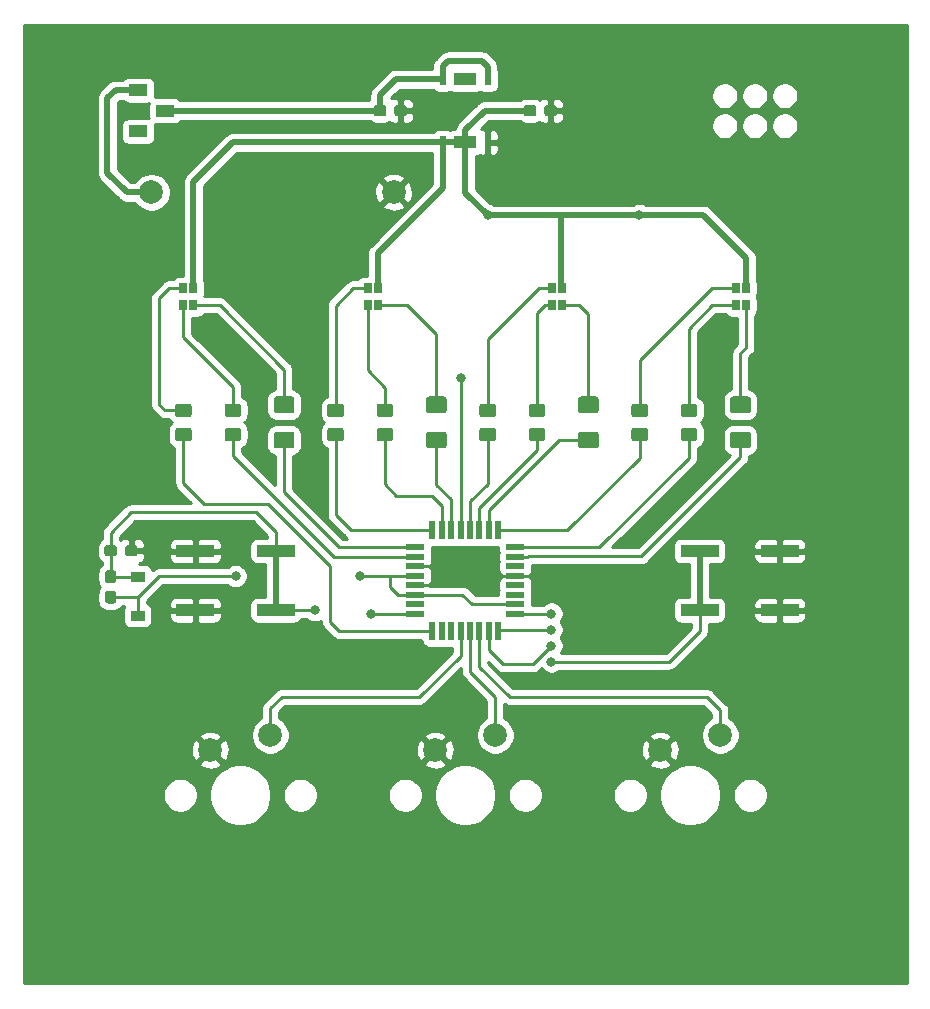
<source format=gbr>
G04 #@! TF.GenerationSoftware,KiCad,Pcbnew,(5.1.5)-3*
G04 #@! TF.CreationDate,2021-01-15T00:08:51-08:00*
G04 #@! TF.ProjectId,KHP2100,4b485032-3130-4302-9e6b-696361645f70,NC*
G04 #@! TF.SameCoordinates,Original*
G04 #@! TF.FileFunction,Copper,L1,Top*
G04 #@! TF.FilePolarity,Positive*
%FSLAX46Y46*%
G04 Gerber Fmt 4.6, Leading zero omitted, Abs format (unit mm)*
G04 Created by KiCad (PCBNEW (5.1.5)-3) date 2021-01-15 00:08:51*
%MOMM*%
%LPD*%
G04 APERTURE LIST*
%ADD10C,0.100000*%
%ADD11R,0.650000X0.850000*%
%ADD12C,2.000000*%
%ADD13R,1.200000X0.900000*%
%ADD14R,1.600000X1.000000*%
%ADD15R,3.200000X1.000000*%
%ADD16R,0.600000X1.050000*%
%ADD17R,1.870000X1.050000*%
%ADD18R,0.550000X1.600000*%
%ADD19R,1.600000X0.550000*%
%ADD20C,0.800000*%
%ADD21C,0.500000*%
%ADD22C,0.250000*%
%ADD23C,0.254000*%
G04 APERTURE END LIST*
G04 #@! TA.AperFunction,SMDPad,CuDef*
D10*
G36*
X120184779Y-97002344D02*
G01*
X120207834Y-97005763D01*
X120230443Y-97011427D01*
X120252387Y-97019279D01*
X120273457Y-97029244D01*
X120293448Y-97041226D01*
X120312168Y-97055110D01*
X120329438Y-97070762D01*
X120345090Y-97088032D01*
X120358974Y-97106752D01*
X120370956Y-97126743D01*
X120380921Y-97147813D01*
X120388773Y-97169757D01*
X120394437Y-97192366D01*
X120397856Y-97215421D01*
X120399000Y-97238700D01*
X120399000Y-97713700D01*
X120397856Y-97736979D01*
X120394437Y-97760034D01*
X120388773Y-97782643D01*
X120380921Y-97804587D01*
X120370956Y-97825657D01*
X120358974Y-97845648D01*
X120345090Y-97864368D01*
X120329438Y-97881638D01*
X120312168Y-97897290D01*
X120293448Y-97911174D01*
X120273457Y-97923156D01*
X120252387Y-97933121D01*
X120230443Y-97940973D01*
X120207834Y-97946637D01*
X120184779Y-97950056D01*
X120161500Y-97951200D01*
X119586500Y-97951200D01*
X119563221Y-97950056D01*
X119540166Y-97946637D01*
X119517557Y-97940973D01*
X119495613Y-97933121D01*
X119474543Y-97923156D01*
X119454552Y-97911174D01*
X119435832Y-97897290D01*
X119418562Y-97881638D01*
X119402910Y-97864368D01*
X119389026Y-97845648D01*
X119377044Y-97825657D01*
X119367079Y-97804587D01*
X119359227Y-97782643D01*
X119353563Y-97760034D01*
X119350144Y-97736979D01*
X119349000Y-97713700D01*
X119349000Y-97238700D01*
X119350144Y-97215421D01*
X119353563Y-97192366D01*
X119359227Y-97169757D01*
X119367079Y-97147813D01*
X119377044Y-97126743D01*
X119389026Y-97106752D01*
X119402910Y-97088032D01*
X119418562Y-97070762D01*
X119435832Y-97055110D01*
X119454552Y-97041226D01*
X119474543Y-97029244D01*
X119495613Y-97019279D01*
X119517557Y-97011427D01*
X119540166Y-97005763D01*
X119563221Y-97002344D01*
X119586500Y-97001200D01*
X120161500Y-97001200D01*
X120184779Y-97002344D01*
G37*
G04 #@! TD.AperFunction*
G04 #@! TA.AperFunction,SMDPad,CuDef*
G36*
X118434779Y-97002344D02*
G01*
X118457834Y-97005763D01*
X118480443Y-97011427D01*
X118502387Y-97019279D01*
X118523457Y-97029244D01*
X118543448Y-97041226D01*
X118562168Y-97055110D01*
X118579438Y-97070762D01*
X118595090Y-97088032D01*
X118608974Y-97106752D01*
X118620956Y-97126743D01*
X118630921Y-97147813D01*
X118638773Y-97169757D01*
X118644437Y-97192366D01*
X118647856Y-97215421D01*
X118649000Y-97238700D01*
X118649000Y-97713700D01*
X118647856Y-97736979D01*
X118644437Y-97760034D01*
X118638773Y-97782643D01*
X118630921Y-97804587D01*
X118620956Y-97825657D01*
X118608974Y-97845648D01*
X118595090Y-97864368D01*
X118579438Y-97881638D01*
X118562168Y-97897290D01*
X118543448Y-97911174D01*
X118523457Y-97923156D01*
X118502387Y-97933121D01*
X118480443Y-97940973D01*
X118457834Y-97946637D01*
X118434779Y-97950056D01*
X118411500Y-97951200D01*
X117836500Y-97951200D01*
X117813221Y-97950056D01*
X117790166Y-97946637D01*
X117767557Y-97940973D01*
X117745613Y-97933121D01*
X117724543Y-97923156D01*
X117704552Y-97911174D01*
X117685832Y-97897290D01*
X117668562Y-97881638D01*
X117652910Y-97864368D01*
X117639026Y-97845648D01*
X117627044Y-97825657D01*
X117617079Y-97804587D01*
X117609227Y-97782643D01*
X117603563Y-97760034D01*
X117600144Y-97736979D01*
X117599000Y-97713700D01*
X117599000Y-97238700D01*
X117600144Y-97215421D01*
X117603563Y-97192366D01*
X117609227Y-97169757D01*
X117617079Y-97147813D01*
X117627044Y-97126743D01*
X117639026Y-97106752D01*
X117652910Y-97088032D01*
X117668562Y-97070762D01*
X117685832Y-97055110D01*
X117704552Y-97041226D01*
X117724543Y-97029244D01*
X117745613Y-97019279D01*
X117767557Y-97011427D01*
X117790166Y-97005763D01*
X117813221Y-97002344D01*
X117836500Y-97001200D01*
X118411500Y-97001200D01*
X118434779Y-97002344D01*
G37*
G04 #@! TD.AperFunction*
G04 #@! TA.AperFunction,SMDPad,CuDef*
G36*
X142988829Y-59749344D02*
G01*
X143011884Y-59752763D01*
X143034493Y-59758427D01*
X143056437Y-59766279D01*
X143077507Y-59776244D01*
X143097498Y-59788226D01*
X143116218Y-59802110D01*
X143133488Y-59817762D01*
X143149140Y-59835032D01*
X143163024Y-59853752D01*
X143175006Y-59873743D01*
X143184971Y-59894813D01*
X143192823Y-59916757D01*
X143198487Y-59939366D01*
X143201906Y-59962421D01*
X143203050Y-59985700D01*
X143203050Y-60460700D01*
X143201906Y-60483979D01*
X143198487Y-60507034D01*
X143192823Y-60529643D01*
X143184971Y-60551587D01*
X143175006Y-60572657D01*
X143163024Y-60592648D01*
X143149140Y-60611368D01*
X143133488Y-60628638D01*
X143116218Y-60644290D01*
X143097498Y-60658174D01*
X143077507Y-60670156D01*
X143056437Y-60680121D01*
X143034493Y-60687973D01*
X143011884Y-60693637D01*
X142988829Y-60697056D01*
X142965550Y-60698200D01*
X142390550Y-60698200D01*
X142367271Y-60697056D01*
X142344216Y-60693637D01*
X142321607Y-60687973D01*
X142299663Y-60680121D01*
X142278593Y-60670156D01*
X142258602Y-60658174D01*
X142239882Y-60644290D01*
X142222612Y-60628638D01*
X142206960Y-60611368D01*
X142193076Y-60592648D01*
X142181094Y-60572657D01*
X142171129Y-60551587D01*
X142163277Y-60529643D01*
X142157613Y-60507034D01*
X142154194Y-60483979D01*
X142153050Y-60460700D01*
X142153050Y-59985700D01*
X142154194Y-59962421D01*
X142157613Y-59939366D01*
X142163277Y-59916757D01*
X142171129Y-59894813D01*
X142181094Y-59873743D01*
X142193076Y-59853752D01*
X142206960Y-59835032D01*
X142222612Y-59817762D01*
X142239882Y-59802110D01*
X142258602Y-59788226D01*
X142278593Y-59776244D01*
X142299663Y-59766279D01*
X142321607Y-59758427D01*
X142344216Y-59752763D01*
X142367271Y-59749344D01*
X142390550Y-59748200D01*
X142965550Y-59748200D01*
X142988829Y-59749344D01*
G37*
G04 #@! TD.AperFunction*
G04 #@! TA.AperFunction,SMDPad,CuDef*
G36*
X141238829Y-59749344D02*
G01*
X141261884Y-59752763D01*
X141284493Y-59758427D01*
X141306437Y-59766279D01*
X141327507Y-59776244D01*
X141347498Y-59788226D01*
X141366218Y-59802110D01*
X141383488Y-59817762D01*
X141399140Y-59835032D01*
X141413024Y-59853752D01*
X141425006Y-59873743D01*
X141434971Y-59894813D01*
X141442823Y-59916757D01*
X141448487Y-59939366D01*
X141451906Y-59962421D01*
X141453050Y-59985700D01*
X141453050Y-60460700D01*
X141451906Y-60483979D01*
X141448487Y-60507034D01*
X141442823Y-60529643D01*
X141434971Y-60551587D01*
X141425006Y-60572657D01*
X141413024Y-60592648D01*
X141399140Y-60611368D01*
X141383488Y-60628638D01*
X141366218Y-60644290D01*
X141347498Y-60658174D01*
X141327507Y-60670156D01*
X141306437Y-60680121D01*
X141284493Y-60687973D01*
X141261884Y-60693637D01*
X141238829Y-60697056D01*
X141215550Y-60698200D01*
X140640550Y-60698200D01*
X140617271Y-60697056D01*
X140594216Y-60693637D01*
X140571607Y-60687973D01*
X140549663Y-60680121D01*
X140528593Y-60670156D01*
X140508602Y-60658174D01*
X140489882Y-60644290D01*
X140472612Y-60628638D01*
X140456960Y-60611368D01*
X140443076Y-60592648D01*
X140431094Y-60572657D01*
X140421129Y-60551587D01*
X140413277Y-60529643D01*
X140407613Y-60507034D01*
X140404194Y-60483979D01*
X140403050Y-60460700D01*
X140403050Y-59985700D01*
X140404194Y-59962421D01*
X140407613Y-59939366D01*
X140413277Y-59916757D01*
X140421129Y-59894813D01*
X140431094Y-59873743D01*
X140443076Y-59853752D01*
X140456960Y-59835032D01*
X140472612Y-59817762D01*
X140489882Y-59802110D01*
X140508602Y-59788226D01*
X140528593Y-59776244D01*
X140549663Y-59766279D01*
X140571607Y-59758427D01*
X140594216Y-59752763D01*
X140617271Y-59749344D01*
X140640550Y-59748200D01*
X141215550Y-59748200D01*
X141238829Y-59749344D01*
G37*
G04 #@! TD.AperFunction*
D11*
X139887766Y-76696400D03*
X140737766Y-76696400D03*
X139887766Y-75246400D03*
X140737766Y-75246400D03*
D12*
X142082050Y-67126267D03*
X121582050Y-67126267D03*
G04 #@! TA.AperFunction,SMDPad,CuDef*
D10*
G36*
X155688829Y-59749344D02*
G01*
X155711884Y-59752763D01*
X155734493Y-59758427D01*
X155756437Y-59766279D01*
X155777507Y-59776244D01*
X155797498Y-59788226D01*
X155816218Y-59802110D01*
X155833488Y-59817762D01*
X155849140Y-59835032D01*
X155863024Y-59853752D01*
X155875006Y-59873743D01*
X155884971Y-59894813D01*
X155892823Y-59916757D01*
X155898487Y-59939366D01*
X155901906Y-59962421D01*
X155903050Y-59985700D01*
X155903050Y-60460700D01*
X155901906Y-60483979D01*
X155898487Y-60507034D01*
X155892823Y-60529643D01*
X155884971Y-60551587D01*
X155875006Y-60572657D01*
X155863024Y-60592648D01*
X155849140Y-60611368D01*
X155833488Y-60628638D01*
X155816218Y-60644290D01*
X155797498Y-60658174D01*
X155777507Y-60670156D01*
X155756437Y-60680121D01*
X155734493Y-60687973D01*
X155711884Y-60693637D01*
X155688829Y-60697056D01*
X155665550Y-60698200D01*
X155090550Y-60698200D01*
X155067271Y-60697056D01*
X155044216Y-60693637D01*
X155021607Y-60687973D01*
X154999663Y-60680121D01*
X154978593Y-60670156D01*
X154958602Y-60658174D01*
X154939882Y-60644290D01*
X154922612Y-60628638D01*
X154906960Y-60611368D01*
X154893076Y-60592648D01*
X154881094Y-60572657D01*
X154871129Y-60551587D01*
X154863277Y-60529643D01*
X154857613Y-60507034D01*
X154854194Y-60483979D01*
X154853050Y-60460700D01*
X154853050Y-59985700D01*
X154854194Y-59962421D01*
X154857613Y-59939366D01*
X154863277Y-59916757D01*
X154871129Y-59894813D01*
X154881094Y-59873743D01*
X154893076Y-59853752D01*
X154906960Y-59835032D01*
X154922612Y-59817762D01*
X154939882Y-59802110D01*
X154958602Y-59788226D01*
X154978593Y-59776244D01*
X154999663Y-59766279D01*
X155021607Y-59758427D01*
X155044216Y-59752763D01*
X155067271Y-59749344D01*
X155090550Y-59748200D01*
X155665550Y-59748200D01*
X155688829Y-59749344D01*
G37*
G04 #@! TD.AperFunction*
G04 #@! TA.AperFunction,SMDPad,CuDef*
G36*
X153938829Y-59749344D02*
G01*
X153961884Y-59752763D01*
X153984493Y-59758427D01*
X154006437Y-59766279D01*
X154027507Y-59776244D01*
X154047498Y-59788226D01*
X154066218Y-59802110D01*
X154083488Y-59817762D01*
X154099140Y-59835032D01*
X154113024Y-59853752D01*
X154125006Y-59873743D01*
X154134971Y-59894813D01*
X154142823Y-59916757D01*
X154148487Y-59939366D01*
X154151906Y-59962421D01*
X154153050Y-59985700D01*
X154153050Y-60460700D01*
X154151906Y-60483979D01*
X154148487Y-60507034D01*
X154142823Y-60529643D01*
X154134971Y-60551587D01*
X154125006Y-60572657D01*
X154113024Y-60592648D01*
X154099140Y-60611368D01*
X154083488Y-60628638D01*
X154066218Y-60644290D01*
X154047498Y-60658174D01*
X154027507Y-60670156D01*
X154006437Y-60680121D01*
X153984493Y-60687973D01*
X153961884Y-60693637D01*
X153938829Y-60697056D01*
X153915550Y-60698200D01*
X153340550Y-60698200D01*
X153317271Y-60697056D01*
X153294216Y-60693637D01*
X153271607Y-60687973D01*
X153249663Y-60680121D01*
X153228593Y-60670156D01*
X153208602Y-60658174D01*
X153189882Y-60644290D01*
X153172612Y-60628638D01*
X153156960Y-60611368D01*
X153143076Y-60592648D01*
X153131094Y-60572657D01*
X153121129Y-60551587D01*
X153113277Y-60529643D01*
X153107613Y-60507034D01*
X153104194Y-60483979D01*
X153103050Y-60460700D01*
X153103050Y-59985700D01*
X153104194Y-59962421D01*
X153107613Y-59939366D01*
X153113277Y-59916757D01*
X153121129Y-59894813D01*
X153131094Y-59873743D01*
X153143076Y-59853752D01*
X153156960Y-59835032D01*
X153172612Y-59817762D01*
X153189882Y-59802110D01*
X153208602Y-59788226D01*
X153228593Y-59776244D01*
X153249663Y-59766279D01*
X153271607Y-59758427D01*
X153294216Y-59752763D01*
X153317271Y-59749344D01*
X153340550Y-59748200D01*
X153915550Y-59748200D01*
X153938829Y-59749344D01*
G37*
G04 #@! TD.AperFunction*
D13*
X120421400Y-99668400D03*
X120421400Y-102968400D03*
D11*
X171090900Y-76696400D03*
X171940900Y-76696400D03*
X171090900Y-75246400D03*
X171940900Y-75246400D03*
X155489332Y-76696400D03*
X156339332Y-76696400D03*
X155489332Y-75246400D03*
X156339332Y-75246400D03*
X124286200Y-76696400D03*
X125136200Y-76696400D03*
X124286200Y-75246400D03*
X125136200Y-75246400D03*
G04 #@! TA.AperFunction,SMDPad,CuDef*
D10*
G36*
X118384779Y-100894544D02*
G01*
X118407834Y-100897963D01*
X118430443Y-100903627D01*
X118452387Y-100911479D01*
X118473457Y-100921444D01*
X118493448Y-100933426D01*
X118512168Y-100947310D01*
X118529438Y-100962962D01*
X118545090Y-100980232D01*
X118558974Y-100998952D01*
X118570956Y-101018943D01*
X118580921Y-101040013D01*
X118588773Y-101061957D01*
X118594437Y-101084566D01*
X118597856Y-101107621D01*
X118599000Y-101130900D01*
X118599000Y-101705900D01*
X118597856Y-101729179D01*
X118594437Y-101752234D01*
X118588773Y-101774843D01*
X118580921Y-101796787D01*
X118570956Y-101817857D01*
X118558974Y-101837848D01*
X118545090Y-101856568D01*
X118529438Y-101873838D01*
X118512168Y-101889490D01*
X118493448Y-101903374D01*
X118473457Y-101915356D01*
X118452387Y-101925321D01*
X118430443Y-101933173D01*
X118407834Y-101938837D01*
X118384779Y-101942256D01*
X118361500Y-101943400D01*
X117886500Y-101943400D01*
X117863221Y-101942256D01*
X117840166Y-101938837D01*
X117817557Y-101933173D01*
X117795613Y-101925321D01*
X117774543Y-101915356D01*
X117754552Y-101903374D01*
X117735832Y-101889490D01*
X117718562Y-101873838D01*
X117702910Y-101856568D01*
X117689026Y-101837848D01*
X117677044Y-101817857D01*
X117667079Y-101796787D01*
X117659227Y-101774843D01*
X117653563Y-101752234D01*
X117650144Y-101729179D01*
X117649000Y-101705900D01*
X117649000Y-101130900D01*
X117650144Y-101107621D01*
X117653563Y-101084566D01*
X117659227Y-101061957D01*
X117667079Y-101040013D01*
X117677044Y-101018943D01*
X117689026Y-100998952D01*
X117702910Y-100980232D01*
X117718562Y-100962962D01*
X117735832Y-100947310D01*
X117754552Y-100933426D01*
X117774543Y-100921444D01*
X117795613Y-100911479D01*
X117817557Y-100903627D01*
X117840166Y-100897963D01*
X117863221Y-100894544D01*
X117886500Y-100893400D01*
X118361500Y-100893400D01*
X118384779Y-100894544D01*
G37*
G04 #@! TD.AperFunction*
G04 #@! TA.AperFunction,SMDPad,CuDef*
G36*
X118384779Y-99144544D02*
G01*
X118407834Y-99147963D01*
X118430443Y-99153627D01*
X118452387Y-99161479D01*
X118473457Y-99171444D01*
X118493448Y-99183426D01*
X118512168Y-99197310D01*
X118529438Y-99212962D01*
X118545090Y-99230232D01*
X118558974Y-99248952D01*
X118570956Y-99268943D01*
X118580921Y-99290013D01*
X118588773Y-99311957D01*
X118594437Y-99334566D01*
X118597856Y-99357621D01*
X118599000Y-99380900D01*
X118599000Y-99955900D01*
X118597856Y-99979179D01*
X118594437Y-100002234D01*
X118588773Y-100024843D01*
X118580921Y-100046787D01*
X118570956Y-100067857D01*
X118558974Y-100087848D01*
X118545090Y-100106568D01*
X118529438Y-100123838D01*
X118512168Y-100139490D01*
X118493448Y-100153374D01*
X118473457Y-100165356D01*
X118452387Y-100175321D01*
X118430443Y-100183173D01*
X118407834Y-100188837D01*
X118384779Y-100192256D01*
X118361500Y-100193400D01*
X117886500Y-100193400D01*
X117863221Y-100192256D01*
X117840166Y-100188837D01*
X117817557Y-100183173D01*
X117795613Y-100175321D01*
X117774543Y-100165356D01*
X117754552Y-100153374D01*
X117735832Y-100139490D01*
X117718562Y-100123838D01*
X117702910Y-100106568D01*
X117689026Y-100087848D01*
X117677044Y-100067857D01*
X117667079Y-100046787D01*
X117659227Y-100024843D01*
X117653563Y-100002234D01*
X117650144Y-99979179D01*
X117649000Y-99955900D01*
X117649000Y-99380900D01*
X117650144Y-99357621D01*
X117653563Y-99334566D01*
X117659227Y-99311957D01*
X117667079Y-99290013D01*
X117677044Y-99268943D01*
X117689026Y-99248952D01*
X117702910Y-99230232D01*
X117718562Y-99212962D01*
X117735832Y-99197310D01*
X117754552Y-99183426D01*
X117774543Y-99171444D01*
X117795613Y-99161479D01*
X117817557Y-99153627D01*
X117840166Y-99147963D01*
X117863221Y-99144544D01*
X117886500Y-99143400D01*
X118361500Y-99143400D01*
X118384779Y-99144544D01*
G37*
G04 #@! TD.AperFunction*
G04 #@! TA.AperFunction,SMDPad,CuDef*
G36*
X172096404Y-87390204D02*
G01*
X172120673Y-87393804D01*
X172144471Y-87399765D01*
X172167571Y-87408030D01*
X172189749Y-87418520D01*
X172210793Y-87431133D01*
X172230498Y-87445747D01*
X172248677Y-87462223D01*
X172265153Y-87480402D01*
X172279767Y-87500107D01*
X172292380Y-87521151D01*
X172302870Y-87543329D01*
X172311135Y-87566429D01*
X172317096Y-87590227D01*
X172320696Y-87614496D01*
X172321900Y-87639000D01*
X172321900Y-88564000D01*
X172320696Y-88588504D01*
X172317096Y-88612773D01*
X172311135Y-88636571D01*
X172302870Y-88659671D01*
X172292380Y-88681849D01*
X172279767Y-88702893D01*
X172265153Y-88722598D01*
X172248677Y-88740777D01*
X172230498Y-88757253D01*
X172210793Y-88771867D01*
X172189749Y-88784480D01*
X172167571Y-88794970D01*
X172144471Y-88803235D01*
X172120673Y-88809196D01*
X172096404Y-88812796D01*
X172071900Y-88814000D01*
X170821900Y-88814000D01*
X170797396Y-88812796D01*
X170773127Y-88809196D01*
X170749329Y-88803235D01*
X170726229Y-88794970D01*
X170704051Y-88784480D01*
X170683007Y-88771867D01*
X170663302Y-88757253D01*
X170645123Y-88740777D01*
X170628647Y-88722598D01*
X170614033Y-88702893D01*
X170601420Y-88681849D01*
X170590930Y-88659671D01*
X170582665Y-88636571D01*
X170576704Y-88612773D01*
X170573104Y-88588504D01*
X170571900Y-88564000D01*
X170571900Y-87639000D01*
X170573104Y-87614496D01*
X170576704Y-87590227D01*
X170582665Y-87566429D01*
X170590930Y-87543329D01*
X170601420Y-87521151D01*
X170614033Y-87500107D01*
X170628647Y-87480402D01*
X170645123Y-87462223D01*
X170663302Y-87445747D01*
X170683007Y-87431133D01*
X170704051Y-87418520D01*
X170726229Y-87408030D01*
X170749329Y-87399765D01*
X170773127Y-87393804D01*
X170797396Y-87390204D01*
X170821900Y-87389000D01*
X172071900Y-87389000D01*
X172096404Y-87390204D01*
G37*
G04 #@! TD.AperFunction*
G04 #@! TA.AperFunction,SMDPad,CuDef*
G36*
X172096404Y-84415204D02*
G01*
X172120673Y-84418804D01*
X172144471Y-84424765D01*
X172167571Y-84433030D01*
X172189749Y-84443520D01*
X172210793Y-84456133D01*
X172230498Y-84470747D01*
X172248677Y-84487223D01*
X172265153Y-84505402D01*
X172279767Y-84525107D01*
X172292380Y-84546151D01*
X172302870Y-84568329D01*
X172311135Y-84591429D01*
X172317096Y-84615227D01*
X172320696Y-84639496D01*
X172321900Y-84664000D01*
X172321900Y-85589000D01*
X172320696Y-85613504D01*
X172317096Y-85637773D01*
X172311135Y-85661571D01*
X172302870Y-85684671D01*
X172292380Y-85706849D01*
X172279767Y-85727893D01*
X172265153Y-85747598D01*
X172248677Y-85765777D01*
X172230498Y-85782253D01*
X172210793Y-85796867D01*
X172189749Y-85809480D01*
X172167571Y-85819970D01*
X172144471Y-85828235D01*
X172120673Y-85834196D01*
X172096404Y-85837796D01*
X172071900Y-85839000D01*
X170821900Y-85839000D01*
X170797396Y-85837796D01*
X170773127Y-85834196D01*
X170749329Y-85828235D01*
X170726229Y-85819970D01*
X170704051Y-85809480D01*
X170683007Y-85796867D01*
X170663302Y-85782253D01*
X170645123Y-85765777D01*
X170628647Y-85747598D01*
X170614033Y-85727893D01*
X170601420Y-85706849D01*
X170590930Y-85684671D01*
X170582665Y-85661571D01*
X170576704Y-85637773D01*
X170573104Y-85613504D01*
X170571900Y-85589000D01*
X170571900Y-84664000D01*
X170573104Y-84639496D01*
X170576704Y-84615227D01*
X170582665Y-84591429D01*
X170590930Y-84568329D01*
X170601420Y-84546151D01*
X170614033Y-84525107D01*
X170628647Y-84505402D01*
X170645123Y-84487223D01*
X170663302Y-84470747D01*
X170683007Y-84456133D01*
X170704051Y-84443520D01*
X170726229Y-84433030D01*
X170749329Y-84424765D01*
X170773127Y-84418804D01*
X170797396Y-84415204D01*
X170821900Y-84414000D01*
X172071900Y-84414000D01*
X172096404Y-84415204D01*
G37*
G04 #@! TD.AperFunction*
G04 #@! TA.AperFunction,SMDPad,CuDef*
G36*
X167572705Y-87065204D02*
G01*
X167596973Y-87068804D01*
X167620772Y-87074765D01*
X167643871Y-87083030D01*
X167666050Y-87093520D01*
X167687093Y-87106132D01*
X167706799Y-87120747D01*
X167724977Y-87137223D01*
X167741453Y-87155401D01*
X167756068Y-87175107D01*
X167768680Y-87196150D01*
X167779170Y-87218329D01*
X167787435Y-87241428D01*
X167793396Y-87265227D01*
X167796996Y-87289495D01*
X167798200Y-87313999D01*
X167798200Y-87964001D01*
X167796996Y-87988505D01*
X167793396Y-88012773D01*
X167787435Y-88036572D01*
X167779170Y-88059671D01*
X167768680Y-88081850D01*
X167756068Y-88102893D01*
X167741453Y-88122599D01*
X167724977Y-88140777D01*
X167706799Y-88157253D01*
X167687093Y-88171868D01*
X167666050Y-88184480D01*
X167643871Y-88194970D01*
X167620772Y-88203235D01*
X167596973Y-88209196D01*
X167572705Y-88212796D01*
X167548201Y-88214000D01*
X166648199Y-88214000D01*
X166623695Y-88212796D01*
X166599427Y-88209196D01*
X166575628Y-88203235D01*
X166552529Y-88194970D01*
X166530350Y-88184480D01*
X166509307Y-88171868D01*
X166489601Y-88157253D01*
X166471423Y-88140777D01*
X166454947Y-88122599D01*
X166440332Y-88102893D01*
X166427720Y-88081850D01*
X166417230Y-88059671D01*
X166408965Y-88036572D01*
X166403004Y-88012773D01*
X166399404Y-87988505D01*
X166398200Y-87964001D01*
X166398200Y-87313999D01*
X166399404Y-87289495D01*
X166403004Y-87265227D01*
X166408965Y-87241428D01*
X166417230Y-87218329D01*
X166427720Y-87196150D01*
X166440332Y-87175107D01*
X166454947Y-87155401D01*
X166471423Y-87137223D01*
X166489601Y-87120747D01*
X166509307Y-87106132D01*
X166530350Y-87093520D01*
X166552529Y-87083030D01*
X166575628Y-87074765D01*
X166599427Y-87068804D01*
X166623695Y-87065204D01*
X166648199Y-87064000D01*
X167548201Y-87064000D01*
X167572705Y-87065204D01*
G37*
G04 #@! TD.AperFunction*
G04 #@! TA.AperFunction,SMDPad,CuDef*
G36*
X167572705Y-85015204D02*
G01*
X167596973Y-85018804D01*
X167620772Y-85024765D01*
X167643871Y-85033030D01*
X167666050Y-85043520D01*
X167687093Y-85056132D01*
X167706799Y-85070747D01*
X167724977Y-85087223D01*
X167741453Y-85105401D01*
X167756068Y-85125107D01*
X167768680Y-85146150D01*
X167779170Y-85168329D01*
X167787435Y-85191428D01*
X167793396Y-85215227D01*
X167796996Y-85239495D01*
X167798200Y-85263999D01*
X167798200Y-85914001D01*
X167796996Y-85938505D01*
X167793396Y-85962773D01*
X167787435Y-85986572D01*
X167779170Y-86009671D01*
X167768680Y-86031850D01*
X167756068Y-86052893D01*
X167741453Y-86072599D01*
X167724977Y-86090777D01*
X167706799Y-86107253D01*
X167687093Y-86121868D01*
X167666050Y-86134480D01*
X167643871Y-86144970D01*
X167620772Y-86153235D01*
X167596973Y-86159196D01*
X167572705Y-86162796D01*
X167548201Y-86164000D01*
X166648199Y-86164000D01*
X166623695Y-86162796D01*
X166599427Y-86159196D01*
X166575628Y-86153235D01*
X166552529Y-86144970D01*
X166530350Y-86134480D01*
X166509307Y-86121868D01*
X166489601Y-86107253D01*
X166471423Y-86090777D01*
X166454947Y-86072599D01*
X166440332Y-86052893D01*
X166427720Y-86031850D01*
X166417230Y-86009671D01*
X166408965Y-85986572D01*
X166403004Y-85962773D01*
X166399404Y-85938505D01*
X166398200Y-85914001D01*
X166398200Y-85263999D01*
X166399404Y-85239495D01*
X166403004Y-85215227D01*
X166408965Y-85191428D01*
X166417230Y-85168329D01*
X166427720Y-85146150D01*
X166440332Y-85125107D01*
X166454947Y-85105401D01*
X166471423Y-85087223D01*
X166489601Y-85070747D01*
X166509307Y-85056132D01*
X166530350Y-85043520D01*
X166552529Y-85033030D01*
X166575628Y-85024765D01*
X166599427Y-85018804D01*
X166623695Y-85015204D01*
X166648199Y-85014000D01*
X167548201Y-85014000D01*
X167572705Y-85015204D01*
G37*
G04 #@! TD.AperFunction*
G04 #@! TA.AperFunction,SMDPad,CuDef*
G36*
X163394005Y-87065204D02*
G01*
X163418273Y-87068804D01*
X163442072Y-87074765D01*
X163465171Y-87083030D01*
X163487350Y-87093520D01*
X163508393Y-87106132D01*
X163528099Y-87120747D01*
X163546277Y-87137223D01*
X163562753Y-87155401D01*
X163577368Y-87175107D01*
X163589980Y-87196150D01*
X163600470Y-87218329D01*
X163608735Y-87241428D01*
X163614696Y-87265227D01*
X163618296Y-87289495D01*
X163619500Y-87313999D01*
X163619500Y-87964001D01*
X163618296Y-87988505D01*
X163614696Y-88012773D01*
X163608735Y-88036572D01*
X163600470Y-88059671D01*
X163589980Y-88081850D01*
X163577368Y-88102893D01*
X163562753Y-88122599D01*
X163546277Y-88140777D01*
X163528099Y-88157253D01*
X163508393Y-88171868D01*
X163487350Y-88184480D01*
X163465171Y-88194970D01*
X163442072Y-88203235D01*
X163418273Y-88209196D01*
X163394005Y-88212796D01*
X163369501Y-88214000D01*
X162469499Y-88214000D01*
X162444995Y-88212796D01*
X162420727Y-88209196D01*
X162396928Y-88203235D01*
X162373829Y-88194970D01*
X162351650Y-88184480D01*
X162330607Y-88171868D01*
X162310901Y-88157253D01*
X162292723Y-88140777D01*
X162276247Y-88122599D01*
X162261632Y-88102893D01*
X162249020Y-88081850D01*
X162238530Y-88059671D01*
X162230265Y-88036572D01*
X162224304Y-88012773D01*
X162220704Y-87988505D01*
X162219500Y-87964001D01*
X162219500Y-87313999D01*
X162220704Y-87289495D01*
X162224304Y-87265227D01*
X162230265Y-87241428D01*
X162238530Y-87218329D01*
X162249020Y-87196150D01*
X162261632Y-87175107D01*
X162276247Y-87155401D01*
X162292723Y-87137223D01*
X162310901Y-87120747D01*
X162330607Y-87106132D01*
X162351650Y-87093520D01*
X162373829Y-87083030D01*
X162396928Y-87074765D01*
X162420727Y-87068804D01*
X162444995Y-87065204D01*
X162469499Y-87064000D01*
X163369501Y-87064000D01*
X163394005Y-87065204D01*
G37*
G04 #@! TD.AperFunction*
G04 #@! TA.AperFunction,SMDPad,CuDef*
G36*
X163394005Y-85015204D02*
G01*
X163418273Y-85018804D01*
X163442072Y-85024765D01*
X163465171Y-85033030D01*
X163487350Y-85043520D01*
X163508393Y-85056132D01*
X163528099Y-85070747D01*
X163546277Y-85087223D01*
X163562753Y-85105401D01*
X163577368Y-85125107D01*
X163589980Y-85146150D01*
X163600470Y-85168329D01*
X163608735Y-85191428D01*
X163614696Y-85215227D01*
X163618296Y-85239495D01*
X163619500Y-85263999D01*
X163619500Y-85914001D01*
X163618296Y-85938505D01*
X163614696Y-85962773D01*
X163608735Y-85986572D01*
X163600470Y-86009671D01*
X163589980Y-86031850D01*
X163577368Y-86052893D01*
X163562753Y-86072599D01*
X163546277Y-86090777D01*
X163528099Y-86107253D01*
X163508393Y-86121868D01*
X163487350Y-86134480D01*
X163465171Y-86144970D01*
X163442072Y-86153235D01*
X163418273Y-86159196D01*
X163394005Y-86162796D01*
X163369501Y-86164000D01*
X162469499Y-86164000D01*
X162444995Y-86162796D01*
X162420727Y-86159196D01*
X162396928Y-86153235D01*
X162373829Y-86144970D01*
X162351650Y-86134480D01*
X162330607Y-86121868D01*
X162310901Y-86107253D01*
X162292723Y-86090777D01*
X162276247Y-86072599D01*
X162261632Y-86052893D01*
X162249020Y-86031850D01*
X162238530Y-86009671D01*
X162230265Y-85986572D01*
X162224304Y-85962773D01*
X162220704Y-85938505D01*
X162219500Y-85914001D01*
X162219500Y-85263999D01*
X162220704Y-85239495D01*
X162224304Y-85215227D01*
X162230265Y-85191428D01*
X162238530Y-85168329D01*
X162249020Y-85146150D01*
X162261632Y-85125107D01*
X162276247Y-85105401D01*
X162292723Y-85087223D01*
X162310901Y-85070747D01*
X162330607Y-85056132D01*
X162351650Y-85043520D01*
X162373829Y-85033030D01*
X162396928Y-85024765D01*
X162420727Y-85018804D01*
X162444995Y-85015204D01*
X162469499Y-85014000D01*
X163369501Y-85014000D01*
X163394005Y-85015204D01*
G37*
G04 #@! TD.AperFunction*
G04 #@! TA.AperFunction,SMDPad,CuDef*
G36*
X159220304Y-87390204D02*
G01*
X159244573Y-87393804D01*
X159268371Y-87399765D01*
X159291471Y-87408030D01*
X159313649Y-87418520D01*
X159334693Y-87431133D01*
X159354398Y-87445747D01*
X159372577Y-87462223D01*
X159389053Y-87480402D01*
X159403667Y-87500107D01*
X159416280Y-87521151D01*
X159426770Y-87543329D01*
X159435035Y-87566429D01*
X159440996Y-87590227D01*
X159444596Y-87614496D01*
X159445800Y-87639000D01*
X159445800Y-88564000D01*
X159444596Y-88588504D01*
X159440996Y-88612773D01*
X159435035Y-88636571D01*
X159426770Y-88659671D01*
X159416280Y-88681849D01*
X159403667Y-88702893D01*
X159389053Y-88722598D01*
X159372577Y-88740777D01*
X159354398Y-88757253D01*
X159334693Y-88771867D01*
X159313649Y-88784480D01*
X159291471Y-88794970D01*
X159268371Y-88803235D01*
X159244573Y-88809196D01*
X159220304Y-88812796D01*
X159195800Y-88814000D01*
X157945800Y-88814000D01*
X157921296Y-88812796D01*
X157897027Y-88809196D01*
X157873229Y-88803235D01*
X157850129Y-88794970D01*
X157827951Y-88784480D01*
X157806907Y-88771867D01*
X157787202Y-88757253D01*
X157769023Y-88740777D01*
X157752547Y-88722598D01*
X157737933Y-88702893D01*
X157725320Y-88681849D01*
X157714830Y-88659671D01*
X157706565Y-88636571D01*
X157700604Y-88612773D01*
X157697004Y-88588504D01*
X157695800Y-88564000D01*
X157695800Y-87639000D01*
X157697004Y-87614496D01*
X157700604Y-87590227D01*
X157706565Y-87566429D01*
X157714830Y-87543329D01*
X157725320Y-87521151D01*
X157737933Y-87500107D01*
X157752547Y-87480402D01*
X157769023Y-87462223D01*
X157787202Y-87445747D01*
X157806907Y-87431133D01*
X157827951Y-87418520D01*
X157850129Y-87408030D01*
X157873229Y-87399765D01*
X157897027Y-87393804D01*
X157921296Y-87390204D01*
X157945800Y-87389000D01*
X159195800Y-87389000D01*
X159220304Y-87390204D01*
G37*
G04 #@! TD.AperFunction*
G04 #@! TA.AperFunction,SMDPad,CuDef*
G36*
X159220304Y-84415204D02*
G01*
X159244573Y-84418804D01*
X159268371Y-84424765D01*
X159291471Y-84433030D01*
X159313649Y-84443520D01*
X159334693Y-84456133D01*
X159354398Y-84470747D01*
X159372577Y-84487223D01*
X159389053Y-84505402D01*
X159403667Y-84525107D01*
X159416280Y-84546151D01*
X159426770Y-84568329D01*
X159435035Y-84591429D01*
X159440996Y-84615227D01*
X159444596Y-84639496D01*
X159445800Y-84664000D01*
X159445800Y-85589000D01*
X159444596Y-85613504D01*
X159440996Y-85637773D01*
X159435035Y-85661571D01*
X159426770Y-85684671D01*
X159416280Y-85706849D01*
X159403667Y-85727893D01*
X159389053Y-85747598D01*
X159372577Y-85765777D01*
X159354398Y-85782253D01*
X159334693Y-85796867D01*
X159313649Y-85809480D01*
X159291471Y-85819970D01*
X159268371Y-85828235D01*
X159244573Y-85834196D01*
X159220304Y-85837796D01*
X159195800Y-85839000D01*
X157945800Y-85839000D01*
X157921296Y-85837796D01*
X157897027Y-85834196D01*
X157873229Y-85828235D01*
X157850129Y-85819970D01*
X157827951Y-85809480D01*
X157806907Y-85796867D01*
X157787202Y-85782253D01*
X157769023Y-85765777D01*
X157752547Y-85747598D01*
X157737933Y-85727893D01*
X157725320Y-85706849D01*
X157714830Y-85684671D01*
X157706565Y-85661571D01*
X157700604Y-85637773D01*
X157697004Y-85613504D01*
X157695800Y-85589000D01*
X157695800Y-84664000D01*
X157697004Y-84639496D01*
X157700604Y-84615227D01*
X157706565Y-84591429D01*
X157714830Y-84568329D01*
X157725320Y-84546151D01*
X157737933Y-84525107D01*
X157752547Y-84505402D01*
X157769023Y-84487223D01*
X157787202Y-84470747D01*
X157806907Y-84456133D01*
X157827951Y-84443520D01*
X157850129Y-84433030D01*
X157873229Y-84424765D01*
X157897027Y-84418804D01*
X157921296Y-84415204D01*
X157945800Y-84414000D01*
X159195800Y-84414000D01*
X159220304Y-84415204D01*
G37*
G04 #@! TD.AperFunction*
G04 #@! TA.AperFunction,SMDPad,CuDef*
G36*
X154696605Y-87065204D02*
G01*
X154720873Y-87068804D01*
X154744672Y-87074765D01*
X154767771Y-87083030D01*
X154789950Y-87093520D01*
X154810993Y-87106132D01*
X154830699Y-87120747D01*
X154848877Y-87137223D01*
X154865353Y-87155401D01*
X154879968Y-87175107D01*
X154892580Y-87196150D01*
X154903070Y-87218329D01*
X154911335Y-87241428D01*
X154917296Y-87265227D01*
X154920896Y-87289495D01*
X154922100Y-87313999D01*
X154922100Y-87964001D01*
X154920896Y-87988505D01*
X154917296Y-88012773D01*
X154911335Y-88036572D01*
X154903070Y-88059671D01*
X154892580Y-88081850D01*
X154879968Y-88102893D01*
X154865353Y-88122599D01*
X154848877Y-88140777D01*
X154830699Y-88157253D01*
X154810993Y-88171868D01*
X154789950Y-88184480D01*
X154767771Y-88194970D01*
X154744672Y-88203235D01*
X154720873Y-88209196D01*
X154696605Y-88212796D01*
X154672101Y-88214000D01*
X153772099Y-88214000D01*
X153747595Y-88212796D01*
X153723327Y-88209196D01*
X153699528Y-88203235D01*
X153676429Y-88194970D01*
X153654250Y-88184480D01*
X153633207Y-88171868D01*
X153613501Y-88157253D01*
X153595323Y-88140777D01*
X153578847Y-88122599D01*
X153564232Y-88102893D01*
X153551620Y-88081850D01*
X153541130Y-88059671D01*
X153532865Y-88036572D01*
X153526904Y-88012773D01*
X153523304Y-87988505D01*
X153522100Y-87964001D01*
X153522100Y-87313999D01*
X153523304Y-87289495D01*
X153526904Y-87265227D01*
X153532865Y-87241428D01*
X153541130Y-87218329D01*
X153551620Y-87196150D01*
X153564232Y-87175107D01*
X153578847Y-87155401D01*
X153595323Y-87137223D01*
X153613501Y-87120747D01*
X153633207Y-87106132D01*
X153654250Y-87093520D01*
X153676429Y-87083030D01*
X153699528Y-87074765D01*
X153723327Y-87068804D01*
X153747595Y-87065204D01*
X153772099Y-87064000D01*
X154672101Y-87064000D01*
X154696605Y-87065204D01*
G37*
G04 #@! TD.AperFunction*
G04 #@! TA.AperFunction,SMDPad,CuDef*
G36*
X154696605Y-85015204D02*
G01*
X154720873Y-85018804D01*
X154744672Y-85024765D01*
X154767771Y-85033030D01*
X154789950Y-85043520D01*
X154810993Y-85056132D01*
X154830699Y-85070747D01*
X154848877Y-85087223D01*
X154865353Y-85105401D01*
X154879968Y-85125107D01*
X154892580Y-85146150D01*
X154903070Y-85168329D01*
X154911335Y-85191428D01*
X154917296Y-85215227D01*
X154920896Y-85239495D01*
X154922100Y-85263999D01*
X154922100Y-85914001D01*
X154920896Y-85938505D01*
X154917296Y-85962773D01*
X154911335Y-85986572D01*
X154903070Y-86009671D01*
X154892580Y-86031850D01*
X154879968Y-86052893D01*
X154865353Y-86072599D01*
X154848877Y-86090777D01*
X154830699Y-86107253D01*
X154810993Y-86121868D01*
X154789950Y-86134480D01*
X154767771Y-86144970D01*
X154744672Y-86153235D01*
X154720873Y-86159196D01*
X154696605Y-86162796D01*
X154672101Y-86164000D01*
X153772099Y-86164000D01*
X153747595Y-86162796D01*
X153723327Y-86159196D01*
X153699528Y-86153235D01*
X153676429Y-86144970D01*
X153654250Y-86134480D01*
X153633207Y-86121868D01*
X153613501Y-86107253D01*
X153595323Y-86090777D01*
X153578847Y-86072599D01*
X153564232Y-86052893D01*
X153551620Y-86031850D01*
X153541130Y-86009671D01*
X153532865Y-85986572D01*
X153526904Y-85962773D01*
X153523304Y-85938505D01*
X153522100Y-85914001D01*
X153522100Y-85263999D01*
X153523304Y-85239495D01*
X153526904Y-85215227D01*
X153532865Y-85191428D01*
X153541130Y-85168329D01*
X153551620Y-85146150D01*
X153564232Y-85125107D01*
X153578847Y-85105401D01*
X153595323Y-85087223D01*
X153613501Y-85070747D01*
X153633207Y-85056132D01*
X153654250Y-85043520D01*
X153676429Y-85033030D01*
X153699528Y-85024765D01*
X153723327Y-85018804D01*
X153747595Y-85015204D01*
X153772099Y-85014000D01*
X154672101Y-85014000D01*
X154696605Y-85015204D01*
G37*
G04 #@! TD.AperFunction*
G04 #@! TA.AperFunction,SMDPad,CuDef*
G36*
X150517905Y-87065204D02*
G01*
X150542173Y-87068804D01*
X150565972Y-87074765D01*
X150589071Y-87083030D01*
X150611250Y-87093520D01*
X150632293Y-87106132D01*
X150651999Y-87120747D01*
X150670177Y-87137223D01*
X150686653Y-87155401D01*
X150701268Y-87175107D01*
X150713880Y-87196150D01*
X150724370Y-87218329D01*
X150732635Y-87241428D01*
X150738596Y-87265227D01*
X150742196Y-87289495D01*
X150743400Y-87313999D01*
X150743400Y-87964001D01*
X150742196Y-87988505D01*
X150738596Y-88012773D01*
X150732635Y-88036572D01*
X150724370Y-88059671D01*
X150713880Y-88081850D01*
X150701268Y-88102893D01*
X150686653Y-88122599D01*
X150670177Y-88140777D01*
X150651999Y-88157253D01*
X150632293Y-88171868D01*
X150611250Y-88184480D01*
X150589071Y-88194970D01*
X150565972Y-88203235D01*
X150542173Y-88209196D01*
X150517905Y-88212796D01*
X150493401Y-88214000D01*
X149593399Y-88214000D01*
X149568895Y-88212796D01*
X149544627Y-88209196D01*
X149520828Y-88203235D01*
X149497729Y-88194970D01*
X149475550Y-88184480D01*
X149454507Y-88171868D01*
X149434801Y-88157253D01*
X149416623Y-88140777D01*
X149400147Y-88122599D01*
X149385532Y-88102893D01*
X149372920Y-88081850D01*
X149362430Y-88059671D01*
X149354165Y-88036572D01*
X149348204Y-88012773D01*
X149344604Y-87988505D01*
X149343400Y-87964001D01*
X149343400Y-87313999D01*
X149344604Y-87289495D01*
X149348204Y-87265227D01*
X149354165Y-87241428D01*
X149362430Y-87218329D01*
X149372920Y-87196150D01*
X149385532Y-87175107D01*
X149400147Y-87155401D01*
X149416623Y-87137223D01*
X149434801Y-87120747D01*
X149454507Y-87106132D01*
X149475550Y-87093520D01*
X149497729Y-87083030D01*
X149520828Y-87074765D01*
X149544627Y-87068804D01*
X149568895Y-87065204D01*
X149593399Y-87064000D01*
X150493401Y-87064000D01*
X150517905Y-87065204D01*
G37*
G04 #@! TD.AperFunction*
G04 #@! TA.AperFunction,SMDPad,CuDef*
G36*
X150517905Y-85015204D02*
G01*
X150542173Y-85018804D01*
X150565972Y-85024765D01*
X150589071Y-85033030D01*
X150611250Y-85043520D01*
X150632293Y-85056132D01*
X150651999Y-85070747D01*
X150670177Y-85087223D01*
X150686653Y-85105401D01*
X150701268Y-85125107D01*
X150713880Y-85146150D01*
X150724370Y-85168329D01*
X150732635Y-85191428D01*
X150738596Y-85215227D01*
X150742196Y-85239495D01*
X150743400Y-85263999D01*
X150743400Y-85914001D01*
X150742196Y-85938505D01*
X150738596Y-85962773D01*
X150732635Y-85986572D01*
X150724370Y-86009671D01*
X150713880Y-86031850D01*
X150701268Y-86052893D01*
X150686653Y-86072599D01*
X150670177Y-86090777D01*
X150651999Y-86107253D01*
X150632293Y-86121868D01*
X150611250Y-86134480D01*
X150589071Y-86144970D01*
X150565972Y-86153235D01*
X150542173Y-86159196D01*
X150517905Y-86162796D01*
X150493401Y-86164000D01*
X149593399Y-86164000D01*
X149568895Y-86162796D01*
X149544627Y-86159196D01*
X149520828Y-86153235D01*
X149497729Y-86144970D01*
X149475550Y-86134480D01*
X149454507Y-86121868D01*
X149434801Y-86107253D01*
X149416623Y-86090777D01*
X149400147Y-86072599D01*
X149385532Y-86052893D01*
X149372920Y-86031850D01*
X149362430Y-86009671D01*
X149354165Y-85986572D01*
X149348204Y-85962773D01*
X149344604Y-85938505D01*
X149343400Y-85914001D01*
X149343400Y-85263999D01*
X149344604Y-85239495D01*
X149348204Y-85215227D01*
X149354165Y-85191428D01*
X149362430Y-85168329D01*
X149372920Y-85146150D01*
X149385532Y-85125107D01*
X149400147Y-85105401D01*
X149416623Y-85087223D01*
X149434801Y-85070747D01*
X149454507Y-85056132D01*
X149475550Y-85043520D01*
X149497729Y-85033030D01*
X149520828Y-85024765D01*
X149544627Y-85018804D01*
X149568895Y-85015204D01*
X149593399Y-85014000D01*
X150493401Y-85014000D01*
X150517905Y-85015204D01*
G37*
G04 #@! TD.AperFunction*
G04 #@! TA.AperFunction,SMDPad,CuDef*
G36*
X146344204Y-87390204D02*
G01*
X146368473Y-87393804D01*
X146392271Y-87399765D01*
X146415371Y-87408030D01*
X146437549Y-87418520D01*
X146458593Y-87431133D01*
X146478298Y-87445747D01*
X146496477Y-87462223D01*
X146512953Y-87480402D01*
X146527567Y-87500107D01*
X146540180Y-87521151D01*
X146550670Y-87543329D01*
X146558935Y-87566429D01*
X146564896Y-87590227D01*
X146568496Y-87614496D01*
X146569700Y-87639000D01*
X146569700Y-88564000D01*
X146568496Y-88588504D01*
X146564896Y-88612773D01*
X146558935Y-88636571D01*
X146550670Y-88659671D01*
X146540180Y-88681849D01*
X146527567Y-88702893D01*
X146512953Y-88722598D01*
X146496477Y-88740777D01*
X146478298Y-88757253D01*
X146458593Y-88771867D01*
X146437549Y-88784480D01*
X146415371Y-88794970D01*
X146392271Y-88803235D01*
X146368473Y-88809196D01*
X146344204Y-88812796D01*
X146319700Y-88814000D01*
X145069700Y-88814000D01*
X145045196Y-88812796D01*
X145020927Y-88809196D01*
X144997129Y-88803235D01*
X144974029Y-88794970D01*
X144951851Y-88784480D01*
X144930807Y-88771867D01*
X144911102Y-88757253D01*
X144892923Y-88740777D01*
X144876447Y-88722598D01*
X144861833Y-88702893D01*
X144849220Y-88681849D01*
X144838730Y-88659671D01*
X144830465Y-88636571D01*
X144824504Y-88612773D01*
X144820904Y-88588504D01*
X144819700Y-88564000D01*
X144819700Y-87639000D01*
X144820904Y-87614496D01*
X144824504Y-87590227D01*
X144830465Y-87566429D01*
X144838730Y-87543329D01*
X144849220Y-87521151D01*
X144861833Y-87500107D01*
X144876447Y-87480402D01*
X144892923Y-87462223D01*
X144911102Y-87445747D01*
X144930807Y-87431133D01*
X144951851Y-87418520D01*
X144974029Y-87408030D01*
X144997129Y-87399765D01*
X145020927Y-87393804D01*
X145045196Y-87390204D01*
X145069700Y-87389000D01*
X146319700Y-87389000D01*
X146344204Y-87390204D01*
G37*
G04 #@! TD.AperFunction*
G04 #@! TA.AperFunction,SMDPad,CuDef*
G36*
X146344204Y-84415204D02*
G01*
X146368473Y-84418804D01*
X146392271Y-84424765D01*
X146415371Y-84433030D01*
X146437549Y-84443520D01*
X146458593Y-84456133D01*
X146478298Y-84470747D01*
X146496477Y-84487223D01*
X146512953Y-84505402D01*
X146527567Y-84525107D01*
X146540180Y-84546151D01*
X146550670Y-84568329D01*
X146558935Y-84591429D01*
X146564896Y-84615227D01*
X146568496Y-84639496D01*
X146569700Y-84664000D01*
X146569700Y-85589000D01*
X146568496Y-85613504D01*
X146564896Y-85637773D01*
X146558935Y-85661571D01*
X146550670Y-85684671D01*
X146540180Y-85706849D01*
X146527567Y-85727893D01*
X146512953Y-85747598D01*
X146496477Y-85765777D01*
X146478298Y-85782253D01*
X146458593Y-85796867D01*
X146437549Y-85809480D01*
X146415371Y-85819970D01*
X146392271Y-85828235D01*
X146368473Y-85834196D01*
X146344204Y-85837796D01*
X146319700Y-85839000D01*
X145069700Y-85839000D01*
X145045196Y-85837796D01*
X145020927Y-85834196D01*
X144997129Y-85828235D01*
X144974029Y-85819970D01*
X144951851Y-85809480D01*
X144930807Y-85796867D01*
X144911102Y-85782253D01*
X144892923Y-85765777D01*
X144876447Y-85747598D01*
X144861833Y-85727893D01*
X144849220Y-85706849D01*
X144838730Y-85684671D01*
X144830465Y-85661571D01*
X144824504Y-85637773D01*
X144820904Y-85613504D01*
X144819700Y-85589000D01*
X144819700Y-84664000D01*
X144820904Y-84639496D01*
X144824504Y-84615227D01*
X144830465Y-84591429D01*
X144838730Y-84568329D01*
X144849220Y-84546151D01*
X144861833Y-84525107D01*
X144876447Y-84505402D01*
X144892923Y-84487223D01*
X144911102Y-84470747D01*
X144930807Y-84456133D01*
X144951851Y-84443520D01*
X144974029Y-84433030D01*
X144997129Y-84424765D01*
X145020927Y-84418804D01*
X145045196Y-84415204D01*
X145069700Y-84414000D01*
X146319700Y-84414000D01*
X146344204Y-84415204D01*
G37*
G04 #@! TD.AperFunction*
G04 #@! TA.AperFunction,SMDPad,CuDef*
G36*
X141820505Y-87065204D02*
G01*
X141844773Y-87068804D01*
X141868572Y-87074765D01*
X141891671Y-87083030D01*
X141913850Y-87093520D01*
X141934893Y-87106132D01*
X141954599Y-87120747D01*
X141972777Y-87137223D01*
X141989253Y-87155401D01*
X142003868Y-87175107D01*
X142016480Y-87196150D01*
X142026970Y-87218329D01*
X142035235Y-87241428D01*
X142041196Y-87265227D01*
X142044796Y-87289495D01*
X142046000Y-87313999D01*
X142046000Y-87964001D01*
X142044796Y-87988505D01*
X142041196Y-88012773D01*
X142035235Y-88036572D01*
X142026970Y-88059671D01*
X142016480Y-88081850D01*
X142003868Y-88102893D01*
X141989253Y-88122599D01*
X141972777Y-88140777D01*
X141954599Y-88157253D01*
X141934893Y-88171868D01*
X141913850Y-88184480D01*
X141891671Y-88194970D01*
X141868572Y-88203235D01*
X141844773Y-88209196D01*
X141820505Y-88212796D01*
X141796001Y-88214000D01*
X140895999Y-88214000D01*
X140871495Y-88212796D01*
X140847227Y-88209196D01*
X140823428Y-88203235D01*
X140800329Y-88194970D01*
X140778150Y-88184480D01*
X140757107Y-88171868D01*
X140737401Y-88157253D01*
X140719223Y-88140777D01*
X140702747Y-88122599D01*
X140688132Y-88102893D01*
X140675520Y-88081850D01*
X140665030Y-88059671D01*
X140656765Y-88036572D01*
X140650804Y-88012773D01*
X140647204Y-87988505D01*
X140646000Y-87964001D01*
X140646000Y-87313999D01*
X140647204Y-87289495D01*
X140650804Y-87265227D01*
X140656765Y-87241428D01*
X140665030Y-87218329D01*
X140675520Y-87196150D01*
X140688132Y-87175107D01*
X140702747Y-87155401D01*
X140719223Y-87137223D01*
X140737401Y-87120747D01*
X140757107Y-87106132D01*
X140778150Y-87093520D01*
X140800329Y-87083030D01*
X140823428Y-87074765D01*
X140847227Y-87068804D01*
X140871495Y-87065204D01*
X140895999Y-87064000D01*
X141796001Y-87064000D01*
X141820505Y-87065204D01*
G37*
G04 #@! TD.AperFunction*
G04 #@! TA.AperFunction,SMDPad,CuDef*
G36*
X141820505Y-85015204D02*
G01*
X141844773Y-85018804D01*
X141868572Y-85024765D01*
X141891671Y-85033030D01*
X141913850Y-85043520D01*
X141934893Y-85056132D01*
X141954599Y-85070747D01*
X141972777Y-85087223D01*
X141989253Y-85105401D01*
X142003868Y-85125107D01*
X142016480Y-85146150D01*
X142026970Y-85168329D01*
X142035235Y-85191428D01*
X142041196Y-85215227D01*
X142044796Y-85239495D01*
X142046000Y-85263999D01*
X142046000Y-85914001D01*
X142044796Y-85938505D01*
X142041196Y-85962773D01*
X142035235Y-85986572D01*
X142026970Y-86009671D01*
X142016480Y-86031850D01*
X142003868Y-86052893D01*
X141989253Y-86072599D01*
X141972777Y-86090777D01*
X141954599Y-86107253D01*
X141934893Y-86121868D01*
X141913850Y-86134480D01*
X141891671Y-86144970D01*
X141868572Y-86153235D01*
X141844773Y-86159196D01*
X141820505Y-86162796D01*
X141796001Y-86164000D01*
X140895999Y-86164000D01*
X140871495Y-86162796D01*
X140847227Y-86159196D01*
X140823428Y-86153235D01*
X140800329Y-86144970D01*
X140778150Y-86134480D01*
X140757107Y-86121868D01*
X140737401Y-86107253D01*
X140719223Y-86090777D01*
X140702747Y-86072599D01*
X140688132Y-86052893D01*
X140675520Y-86031850D01*
X140665030Y-86009671D01*
X140656765Y-85986572D01*
X140650804Y-85962773D01*
X140647204Y-85938505D01*
X140646000Y-85914001D01*
X140646000Y-85263999D01*
X140647204Y-85239495D01*
X140650804Y-85215227D01*
X140656765Y-85191428D01*
X140665030Y-85168329D01*
X140675520Y-85146150D01*
X140688132Y-85125107D01*
X140702747Y-85105401D01*
X140719223Y-85087223D01*
X140737401Y-85070747D01*
X140757107Y-85056132D01*
X140778150Y-85043520D01*
X140800329Y-85033030D01*
X140823428Y-85024765D01*
X140847227Y-85018804D01*
X140871495Y-85015204D01*
X140895999Y-85014000D01*
X141796001Y-85014000D01*
X141820505Y-85015204D01*
G37*
G04 #@! TD.AperFunction*
G04 #@! TA.AperFunction,SMDPad,CuDef*
G36*
X137641805Y-87065204D02*
G01*
X137666073Y-87068804D01*
X137689872Y-87074765D01*
X137712971Y-87083030D01*
X137735150Y-87093520D01*
X137756193Y-87106132D01*
X137775899Y-87120747D01*
X137794077Y-87137223D01*
X137810553Y-87155401D01*
X137825168Y-87175107D01*
X137837780Y-87196150D01*
X137848270Y-87218329D01*
X137856535Y-87241428D01*
X137862496Y-87265227D01*
X137866096Y-87289495D01*
X137867300Y-87313999D01*
X137867300Y-87964001D01*
X137866096Y-87988505D01*
X137862496Y-88012773D01*
X137856535Y-88036572D01*
X137848270Y-88059671D01*
X137837780Y-88081850D01*
X137825168Y-88102893D01*
X137810553Y-88122599D01*
X137794077Y-88140777D01*
X137775899Y-88157253D01*
X137756193Y-88171868D01*
X137735150Y-88184480D01*
X137712971Y-88194970D01*
X137689872Y-88203235D01*
X137666073Y-88209196D01*
X137641805Y-88212796D01*
X137617301Y-88214000D01*
X136717299Y-88214000D01*
X136692795Y-88212796D01*
X136668527Y-88209196D01*
X136644728Y-88203235D01*
X136621629Y-88194970D01*
X136599450Y-88184480D01*
X136578407Y-88171868D01*
X136558701Y-88157253D01*
X136540523Y-88140777D01*
X136524047Y-88122599D01*
X136509432Y-88102893D01*
X136496820Y-88081850D01*
X136486330Y-88059671D01*
X136478065Y-88036572D01*
X136472104Y-88012773D01*
X136468504Y-87988505D01*
X136467300Y-87964001D01*
X136467300Y-87313999D01*
X136468504Y-87289495D01*
X136472104Y-87265227D01*
X136478065Y-87241428D01*
X136486330Y-87218329D01*
X136496820Y-87196150D01*
X136509432Y-87175107D01*
X136524047Y-87155401D01*
X136540523Y-87137223D01*
X136558701Y-87120747D01*
X136578407Y-87106132D01*
X136599450Y-87093520D01*
X136621629Y-87083030D01*
X136644728Y-87074765D01*
X136668527Y-87068804D01*
X136692795Y-87065204D01*
X136717299Y-87064000D01*
X137617301Y-87064000D01*
X137641805Y-87065204D01*
G37*
G04 #@! TD.AperFunction*
G04 #@! TA.AperFunction,SMDPad,CuDef*
G36*
X137641805Y-85015204D02*
G01*
X137666073Y-85018804D01*
X137689872Y-85024765D01*
X137712971Y-85033030D01*
X137735150Y-85043520D01*
X137756193Y-85056132D01*
X137775899Y-85070747D01*
X137794077Y-85087223D01*
X137810553Y-85105401D01*
X137825168Y-85125107D01*
X137837780Y-85146150D01*
X137848270Y-85168329D01*
X137856535Y-85191428D01*
X137862496Y-85215227D01*
X137866096Y-85239495D01*
X137867300Y-85263999D01*
X137867300Y-85914001D01*
X137866096Y-85938505D01*
X137862496Y-85962773D01*
X137856535Y-85986572D01*
X137848270Y-86009671D01*
X137837780Y-86031850D01*
X137825168Y-86052893D01*
X137810553Y-86072599D01*
X137794077Y-86090777D01*
X137775899Y-86107253D01*
X137756193Y-86121868D01*
X137735150Y-86134480D01*
X137712971Y-86144970D01*
X137689872Y-86153235D01*
X137666073Y-86159196D01*
X137641805Y-86162796D01*
X137617301Y-86164000D01*
X136717299Y-86164000D01*
X136692795Y-86162796D01*
X136668527Y-86159196D01*
X136644728Y-86153235D01*
X136621629Y-86144970D01*
X136599450Y-86134480D01*
X136578407Y-86121868D01*
X136558701Y-86107253D01*
X136540523Y-86090777D01*
X136524047Y-86072599D01*
X136509432Y-86052893D01*
X136496820Y-86031850D01*
X136486330Y-86009671D01*
X136478065Y-85986572D01*
X136472104Y-85962773D01*
X136468504Y-85938505D01*
X136467300Y-85914001D01*
X136467300Y-85263999D01*
X136468504Y-85239495D01*
X136472104Y-85215227D01*
X136478065Y-85191428D01*
X136486330Y-85168329D01*
X136496820Y-85146150D01*
X136509432Y-85125107D01*
X136524047Y-85105401D01*
X136540523Y-85087223D01*
X136558701Y-85070747D01*
X136578407Y-85056132D01*
X136599450Y-85043520D01*
X136621629Y-85033030D01*
X136644728Y-85024765D01*
X136668527Y-85018804D01*
X136692795Y-85015204D01*
X136717299Y-85014000D01*
X137617301Y-85014000D01*
X137641805Y-85015204D01*
G37*
G04 #@! TD.AperFunction*
G04 #@! TA.AperFunction,SMDPad,CuDef*
G36*
X133468104Y-87390204D02*
G01*
X133492373Y-87393804D01*
X133516171Y-87399765D01*
X133539271Y-87408030D01*
X133561449Y-87418520D01*
X133582493Y-87431133D01*
X133602198Y-87445747D01*
X133620377Y-87462223D01*
X133636853Y-87480402D01*
X133651467Y-87500107D01*
X133664080Y-87521151D01*
X133674570Y-87543329D01*
X133682835Y-87566429D01*
X133688796Y-87590227D01*
X133692396Y-87614496D01*
X133693600Y-87639000D01*
X133693600Y-88564000D01*
X133692396Y-88588504D01*
X133688796Y-88612773D01*
X133682835Y-88636571D01*
X133674570Y-88659671D01*
X133664080Y-88681849D01*
X133651467Y-88702893D01*
X133636853Y-88722598D01*
X133620377Y-88740777D01*
X133602198Y-88757253D01*
X133582493Y-88771867D01*
X133561449Y-88784480D01*
X133539271Y-88794970D01*
X133516171Y-88803235D01*
X133492373Y-88809196D01*
X133468104Y-88812796D01*
X133443600Y-88814000D01*
X132193600Y-88814000D01*
X132169096Y-88812796D01*
X132144827Y-88809196D01*
X132121029Y-88803235D01*
X132097929Y-88794970D01*
X132075751Y-88784480D01*
X132054707Y-88771867D01*
X132035002Y-88757253D01*
X132016823Y-88740777D01*
X132000347Y-88722598D01*
X131985733Y-88702893D01*
X131973120Y-88681849D01*
X131962630Y-88659671D01*
X131954365Y-88636571D01*
X131948404Y-88612773D01*
X131944804Y-88588504D01*
X131943600Y-88564000D01*
X131943600Y-87639000D01*
X131944804Y-87614496D01*
X131948404Y-87590227D01*
X131954365Y-87566429D01*
X131962630Y-87543329D01*
X131973120Y-87521151D01*
X131985733Y-87500107D01*
X132000347Y-87480402D01*
X132016823Y-87462223D01*
X132035002Y-87445747D01*
X132054707Y-87431133D01*
X132075751Y-87418520D01*
X132097929Y-87408030D01*
X132121029Y-87399765D01*
X132144827Y-87393804D01*
X132169096Y-87390204D01*
X132193600Y-87389000D01*
X133443600Y-87389000D01*
X133468104Y-87390204D01*
G37*
G04 #@! TD.AperFunction*
G04 #@! TA.AperFunction,SMDPad,CuDef*
G36*
X133468104Y-84415204D02*
G01*
X133492373Y-84418804D01*
X133516171Y-84424765D01*
X133539271Y-84433030D01*
X133561449Y-84443520D01*
X133582493Y-84456133D01*
X133602198Y-84470747D01*
X133620377Y-84487223D01*
X133636853Y-84505402D01*
X133651467Y-84525107D01*
X133664080Y-84546151D01*
X133674570Y-84568329D01*
X133682835Y-84591429D01*
X133688796Y-84615227D01*
X133692396Y-84639496D01*
X133693600Y-84664000D01*
X133693600Y-85589000D01*
X133692396Y-85613504D01*
X133688796Y-85637773D01*
X133682835Y-85661571D01*
X133674570Y-85684671D01*
X133664080Y-85706849D01*
X133651467Y-85727893D01*
X133636853Y-85747598D01*
X133620377Y-85765777D01*
X133602198Y-85782253D01*
X133582493Y-85796867D01*
X133561449Y-85809480D01*
X133539271Y-85819970D01*
X133516171Y-85828235D01*
X133492373Y-85834196D01*
X133468104Y-85837796D01*
X133443600Y-85839000D01*
X132193600Y-85839000D01*
X132169096Y-85837796D01*
X132144827Y-85834196D01*
X132121029Y-85828235D01*
X132097929Y-85819970D01*
X132075751Y-85809480D01*
X132054707Y-85796867D01*
X132035002Y-85782253D01*
X132016823Y-85765777D01*
X132000347Y-85747598D01*
X131985733Y-85727893D01*
X131973120Y-85706849D01*
X131962630Y-85684671D01*
X131954365Y-85661571D01*
X131948404Y-85637773D01*
X131944804Y-85613504D01*
X131943600Y-85589000D01*
X131943600Y-84664000D01*
X131944804Y-84639496D01*
X131948404Y-84615227D01*
X131954365Y-84591429D01*
X131962630Y-84568329D01*
X131973120Y-84546151D01*
X131985733Y-84525107D01*
X132000347Y-84505402D01*
X132016823Y-84487223D01*
X132035002Y-84470747D01*
X132054707Y-84456133D01*
X132075751Y-84443520D01*
X132097929Y-84433030D01*
X132121029Y-84424765D01*
X132144827Y-84418804D01*
X132169096Y-84415204D01*
X132193600Y-84414000D01*
X133443600Y-84414000D01*
X133468104Y-84415204D01*
G37*
G04 #@! TD.AperFunction*
G04 #@! TA.AperFunction,SMDPad,CuDef*
G36*
X128944405Y-87065204D02*
G01*
X128968673Y-87068804D01*
X128992472Y-87074765D01*
X129015571Y-87083030D01*
X129037750Y-87093520D01*
X129058793Y-87106132D01*
X129078499Y-87120747D01*
X129096677Y-87137223D01*
X129113153Y-87155401D01*
X129127768Y-87175107D01*
X129140380Y-87196150D01*
X129150870Y-87218329D01*
X129159135Y-87241428D01*
X129165096Y-87265227D01*
X129168696Y-87289495D01*
X129169900Y-87313999D01*
X129169900Y-87964001D01*
X129168696Y-87988505D01*
X129165096Y-88012773D01*
X129159135Y-88036572D01*
X129150870Y-88059671D01*
X129140380Y-88081850D01*
X129127768Y-88102893D01*
X129113153Y-88122599D01*
X129096677Y-88140777D01*
X129078499Y-88157253D01*
X129058793Y-88171868D01*
X129037750Y-88184480D01*
X129015571Y-88194970D01*
X128992472Y-88203235D01*
X128968673Y-88209196D01*
X128944405Y-88212796D01*
X128919901Y-88214000D01*
X128019899Y-88214000D01*
X127995395Y-88212796D01*
X127971127Y-88209196D01*
X127947328Y-88203235D01*
X127924229Y-88194970D01*
X127902050Y-88184480D01*
X127881007Y-88171868D01*
X127861301Y-88157253D01*
X127843123Y-88140777D01*
X127826647Y-88122599D01*
X127812032Y-88102893D01*
X127799420Y-88081850D01*
X127788930Y-88059671D01*
X127780665Y-88036572D01*
X127774704Y-88012773D01*
X127771104Y-87988505D01*
X127769900Y-87964001D01*
X127769900Y-87313999D01*
X127771104Y-87289495D01*
X127774704Y-87265227D01*
X127780665Y-87241428D01*
X127788930Y-87218329D01*
X127799420Y-87196150D01*
X127812032Y-87175107D01*
X127826647Y-87155401D01*
X127843123Y-87137223D01*
X127861301Y-87120747D01*
X127881007Y-87106132D01*
X127902050Y-87093520D01*
X127924229Y-87083030D01*
X127947328Y-87074765D01*
X127971127Y-87068804D01*
X127995395Y-87065204D01*
X128019899Y-87064000D01*
X128919901Y-87064000D01*
X128944405Y-87065204D01*
G37*
G04 #@! TD.AperFunction*
G04 #@! TA.AperFunction,SMDPad,CuDef*
G36*
X128944405Y-85015204D02*
G01*
X128968673Y-85018804D01*
X128992472Y-85024765D01*
X129015571Y-85033030D01*
X129037750Y-85043520D01*
X129058793Y-85056132D01*
X129078499Y-85070747D01*
X129096677Y-85087223D01*
X129113153Y-85105401D01*
X129127768Y-85125107D01*
X129140380Y-85146150D01*
X129150870Y-85168329D01*
X129159135Y-85191428D01*
X129165096Y-85215227D01*
X129168696Y-85239495D01*
X129169900Y-85263999D01*
X129169900Y-85914001D01*
X129168696Y-85938505D01*
X129165096Y-85962773D01*
X129159135Y-85986572D01*
X129150870Y-86009671D01*
X129140380Y-86031850D01*
X129127768Y-86052893D01*
X129113153Y-86072599D01*
X129096677Y-86090777D01*
X129078499Y-86107253D01*
X129058793Y-86121868D01*
X129037750Y-86134480D01*
X129015571Y-86144970D01*
X128992472Y-86153235D01*
X128968673Y-86159196D01*
X128944405Y-86162796D01*
X128919901Y-86164000D01*
X128019899Y-86164000D01*
X127995395Y-86162796D01*
X127971127Y-86159196D01*
X127947328Y-86153235D01*
X127924229Y-86144970D01*
X127902050Y-86134480D01*
X127881007Y-86121868D01*
X127861301Y-86107253D01*
X127843123Y-86090777D01*
X127826647Y-86072599D01*
X127812032Y-86052893D01*
X127799420Y-86031850D01*
X127788930Y-86009671D01*
X127780665Y-85986572D01*
X127774704Y-85962773D01*
X127771104Y-85938505D01*
X127769900Y-85914001D01*
X127769900Y-85263999D01*
X127771104Y-85239495D01*
X127774704Y-85215227D01*
X127780665Y-85191428D01*
X127788930Y-85168329D01*
X127799420Y-85146150D01*
X127812032Y-85125107D01*
X127826647Y-85105401D01*
X127843123Y-85087223D01*
X127861301Y-85070747D01*
X127881007Y-85056132D01*
X127902050Y-85043520D01*
X127924229Y-85033030D01*
X127947328Y-85024765D01*
X127971127Y-85018804D01*
X127995395Y-85015204D01*
X128019899Y-85014000D01*
X128919901Y-85014000D01*
X128944405Y-85015204D01*
G37*
G04 #@! TD.AperFunction*
G04 #@! TA.AperFunction,SMDPad,CuDef*
G36*
X124765705Y-87065204D02*
G01*
X124789973Y-87068804D01*
X124813772Y-87074765D01*
X124836871Y-87083030D01*
X124859050Y-87093520D01*
X124880093Y-87106132D01*
X124899799Y-87120747D01*
X124917977Y-87137223D01*
X124934453Y-87155401D01*
X124949068Y-87175107D01*
X124961680Y-87196150D01*
X124972170Y-87218329D01*
X124980435Y-87241428D01*
X124986396Y-87265227D01*
X124989996Y-87289495D01*
X124991200Y-87313999D01*
X124991200Y-87964001D01*
X124989996Y-87988505D01*
X124986396Y-88012773D01*
X124980435Y-88036572D01*
X124972170Y-88059671D01*
X124961680Y-88081850D01*
X124949068Y-88102893D01*
X124934453Y-88122599D01*
X124917977Y-88140777D01*
X124899799Y-88157253D01*
X124880093Y-88171868D01*
X124859050Y-88184480D01*
X124836871Y-88194970D01*
X124813772Y-88203235D01*
X124789973Y-88209196D01*
X124765705Y-88212796D01*
X124741201Y-88214000D01*
X123841199Y-88214000D01*
X123816695Y-88212796D01*
X123792427Y-88209196D01*
X123768628Y-88203235D01*
X123745529Y-88194970D01*
X123723350Y-88184480D01*
X123702307Y-88171868D01*
X123682601Y-88157253D01*
X123664423Y-88140777D01*
X123647947Y-88122599D01*
X123633332Y-88102893D01*
X123620720Y-88081850D01*
X123610230Y-88059671D01*
X123601965Y-88036572D01*
X123596004Y-88012773D01*
X123592404Y-87988505D01*
X123591200Y-87964001D01*
X123591200Y-87313999D01*
X123592404Y-87289495D01*
X123596004Y-87265227D01*
X123601965Y-87241428D01*
X123610230Y-87218329D01*
X123620720Y-87196150D01*
X123633332Y-87175107D01*
X123647947Y-87155401D01*
X123664423Y-87137223D01*
X123682601Y-87120747D01*
X123702307Y-87106132D01*
X123723350Y-87093520D01*
X123745529Y-87083030D01*
X123768628Y-87074765D01*
X123792427Y-87068804D01*
X123816695Y-87065204D01*
X123841199Y-87064000D01*
X124741201Y-87064000D01*
X124765705Y-87065204D01*
G37*
G04 #@! TD.AperFunction*
G04 #@! TA.AperFunction,SMDPad,CuDef*
G36*
X124765705Y-85015204D02*
G01*
X124789973Y-85018804D01*
X124813772Y-85024765D01*
X124836871Y-85033030D01*
X124859050Y-85043520D01*
X124880093Y-85056132D01*
X124899799Y-85070747D01*
X124917977Y-85087223D01*
X124934453Y-85105401D01*
X124949068Y-85125107D01*
X124961680Y-85146150D01*
X124972170Y-85168329D01*
X124980435Y-85191428D01*
X124986396Y-85215227D01*
X124989996Y-85239495D01*
X124991200Y-85263999D01*
X124991200Y-85914001D01*
X124989996Y-85938505D01*
X124986396Y-85962773D01*
X124980435Y-85986572D01*
X124972170Y-86009671D01*
X124961680Y-86031850D01*
X124949068Y-86052893D01*
X124934453Y-86072599D01*
X124917977Y-86090777D01*
X124899799Y-86107253D01*
X124880093Y-86121868D01*
X124859050Y-86134480D01*
X124836871Y-86144970D01*
X124813772Y-86153235D01*
X124789973Y-86159196D01*
X124765705Y-86162796D01*
X124741201Y-86164000D01*
X123841199Y-86164000D01*
X123816695Y-86162796D01*
X123792427Y-86159196D01*
X123768628Y-86153235D01*
X123745529Y-86144970D01*
X123723350Y-86134480D01*
X123702307Y-86121868D01*
X123682601Y-86107253D01*
X123664423Y-86090777D01*
X123647947Y-86072599D01*
X123633332Y-86052893D01*
X123620720Y-86031850D01*
X123610230Y-86009671D01*
X123601965Y-85986572D01*
X123596004Y-85962773D01*
X123592404Y-85938505D01*
X123591200Y-85914001D01*
X123591200Y-85263999D01*
X123592404Y-85239495D01*
X123596004Y-85215227D01*
X123601965Y-85191428D01*
X123610230Y-85168329D01*
X123620720Y-85146150D01*
X123633332Y-85125107D01*
X123647947Y-85105401D01*
X123664423Y-85087223D01*
X123682601Y-85070747D01*
X123702307Y-85056132D01*
X123723350Y-85043520D01*
X123745529Y-85033030D01*
X123768628Y-85024765D01*
X123792427Y-85018804D01*
X123816695Y-85015204D01*
X123841199Y-85014000D01*
X124741201Y-85014000D01*
X124765705Y-85015204D01*
G37*
G04 #@! TD.AperFunction*
D14*
X120460050Y-58473200D03*
X120460050Y-61973200D03*
X122760050Y-60223200D03*
D15*
X132110200Y-102501600D03*
X125310200Y-102501600D03*
X132110200Y-97501600D03*
X125310200Y-97501600D03*
D12*
X131643050Y-113093100D03*
X126563050Y-114363100D03*
X150693050Y-113093100D03*
X145613050Y-114363100D03*
X169737900Y-113093100D03*
X164657900Y-114363100D03*
D15*
X174788900Y-102501600D03*
X167988900Y-102501600D03*
X174788900Y-97501600D03*
X167988900Y-97501600D03*
D16*
X146248050Y-57548200D03*
D17*
X148153050Y-57548200D03*
D16*
X150058050Y-57548200D03*
D17*
X148153050Y-62898200D03*
D16*
X150058050Y-62898200D03*
X146248050Y-62898200D03*
D18*
X147753050Y-95751600D03*
X149353050Y-95751600D03*
X150153050Y-95751600D03*
X145353050Y-95751600D03*
X148553050Y-95751600D03*
X146953050Y-95751600D03*
X146153050Y-95751600D03*
X150953050Y-95751600D03*
X148553050Y-104251600D03*
X149353050Y-104251600D03*
X150153050Y-104251600D03*
X150953050Y-104251600D03*
X146953050Y-104251600D03*
X147753050Y-104251600D03*
D19*
X152403050Y-98001600D03*
X152403050Y-102001600D03*
X152403050Y-100401600D03*
X152403050Y-101201600D03*
X152403050Y-97201600D03*
X152403050Y-98801600D03*
X152403050Y-102801600D03*
X152403050Y-99601600D03*
X143903050Y-102801600D03*
D18*
X146153050Y-104251600D03*
X145353050Y-104251600D03*
D19*
X143903050Y-102001600D03*
X143903050Y-101201600D03*
X143903050Y-100401600D03*
X143903050Y-99601600D03*
X143903050Y-98801600D03*
X143903050Y-98001600D03*
X143903050Y-97201600D03*
D20*
X147753050Y-82878950D03*
X135432800Y-102501600D03*
X139268200Y-99618800D03*
X162897500Y-69062600D03*
X128710200Y-99618800D03*
X150037800Y-69062616D03*
X155448000Y-105505732D03*
X155448000Y-104153666D03*
X155448000Y-102801600D03*
X140131800Y-102801600D03*
X155448000Y-106857800D03*
D21*
X140928050Y-60223200D02*
X140928050Y-58873200D01*
X140928050Y-58873200D02*
X142253050Y-57548200D01*
X142253050Y-57548200D02*
X146248050Y-57548200D01*
X149580600Y-56007000D02*
X146710400Y-56007000D01*
X146248050Y-56469350D02*
X146248050Y-57548200D01*
X146710400Y-56007000D02*
X146248050Y-56469350D01*
X150058050Y-57548200D02*
X150058050Y-56484450D01*
X150058050Y-56484450D02*
X149580600Y-56007000D01*
X140928050Y-60223200D02*
X122760050Y-60223200D01*
D22*
X147753050Y-95751600D02*
X147753050Y-82878950D01*
D21*
X132110200Y-97501600D02*
X132110200Y-102501600D01*
D22*
X135343800Y-102501600D02*
X135432800Y-102590600D01*
X130454400Y-94234000D02*
X132110200Y-95889800D01*
X119862600Y-94234000D02*
X130454400Y-94234000D01*
X118124000Y-97476200D02*
X118124000Y-95972600D01*
X132110200Y-95889800D02*
X132110200Y-97501600D01*
X118124000Y-95972600D02*
X119862600Y-94234000D01*
X118124000Y-97476200D02*
X118124000Y-99668400D01*
X118124000Y-99668400D02*
X120421400Y-99668400D01*
X133960200Y-102501600D02*
X135432800Y-102501600D01*
X132110200Y-102501600D02*
X133960200Y-102501600D01*
X143903050Y-100401600D02*
X149559800Y-100401600D01*
X150359800Y-99601600D02*
X152403050Y-99601600D01*
X149559800Y-98801600D02*
X150359800Y-99601600D01*
X143903050Y-98801600D02*
X149559800Y-98801600D01*
X149559800Y-100401600D02*
X150359800Y-99601600D01*
X174788900Y-96353700D02*
X174788900Y-97501600D01*
X166547800Y-95732600D02*
X174167800Y-95732600D01*
X174167800Y-95732600D02*
X174788900Y-96353700D01*
X152403050Y-99601600D02*
X162678800Y-99601600D01*
X162678800Y-99601600D02*
X166547800Y-95732600D01*
D21*
X148153050Y-61873200D02*
X148153050Y-62898200D01*
X149803050Y-60223200D02*
X148153050Y-61873200D01*
X153628050Y-60223200D02*
X149803050Y-60223200D01*
X148153050Y-62898200D02*
X146248050Y-62898200D01*
D22*
X147912200Y-101201600D02*
X143903050Y-101201600D01*
X143903050Y-99601600D02*
X139285400Y-99601600D01*
X139285400Y-99601600D02*
X139268200Y-99618800D01*
D21*
X128465400Y-62898200D02*
X146248050Y-62898200D01*
X125136200Y-75246400D02*
X125136200Y-66227400D01*
X125136200Y-66227400D02*
X128465400Y-62898200D01*
X146248050Y-66781750D02*
X146248050Y-62898200D01*
X140737766Y-75246400D02*
X140737766Y-72292034D01*
X140737766Y-72292034D02*
X146248050Y-66781750D01*
D22*
X152403050Y-102001600D02*
X148712200Y-102001600D01*
X148712200Y-102001600D02*
X147912200Y-101201600D01*
X147108400Y-101201600D02*
X147912200Y-101201600D01*
D21*
X156339332Y-75246400D02*
X156264333Y-75246400D01*
X150037800Y-69062600D02*
X150037800Y-69062616D01*
X148153050Y-67177866D02*
X150037800Y-69062616D01*
X148153050Y-62898200D02*
X148153050Y-67177866D01*
D22*
X120421400Y-101418400D02*
X120421400Y-102968400D01*
X118124000Y-101418400D02*
X120421400Y-101418400D01*
X122221000Y-99618800D02*
X128710200Y-99618800D01*
X120421400Y-101418400D02*
X122221000Y-99618800D01*
D21*
X171940900Y-75246400D02*
X171940900Y-72703100D01*
X171940900Y-72703100D02*
X168300400Y-69062600D01*
X168300400Y-69062600D02*
X150037800Y-69062600D01*
X156264333Y-69062600D02*
X150037800Y-69062600D01*
X156339332Y-75246400D02*
X156264333Y-75171401D01*
X156264333Y-75171401D02*
X156264333Y-69062600D01*
D22*
X141757400Y-99601600D02*
X143903050Y-99601600D01*
X141757400Y-100533200D02*
X141757400Y-99601600D01*
X143903050Y-101201600D02*
X142425800Y-101201600D01*
X142425800Y-101201600D02*
X141757400Y-100533200D01*
X169000000Y-75246400D02*
X171090900Y-75246400D01*
X162919500Y-85589000D02*
X162919500Y-81326900D01*
X162919500Y-81326900D02*
X169000000Y-75246400D01*
X171940900Y-78037100D02*
X171940900Y-76696400D01*
X171940900Y-80281100D02*
X171940900Y-78037100D01*
X171446900Y-85126500D02*
X171446900Y-80775100D01*
X171446900Y-80775100D02*
X171940900Y-80281100D01*
X169074000Y-76696400D02*
X171090900Y-76696400D01*
X167098200Y-85589000D02*
X167098200Y-78672200D01*
X167098200Y-78672200D02*
X169074000Y-76696400D01*
X154914332Y-76696400D02*
X155489332Y-76696400D01*
X154222100Y-77388632D02*
X154914332Y-76696400D01*
X154222100Y-85589000D02*
X154222100Y-77388632D01*
X157798600Y-76696400D02*
X156339332Y-76696400D01*
X158570800Y-85126500D02*
X158570800Y-77468600D01*
X158570800Y-77468600D02*
X157798600Y-76696400D01*
X154369600Y-75246400D02*
X155489332Y-75246400D01*
X150043400Y-85589000D02*
X150043400Y-79572600D01*
X150043400Y-79572600D02*
X154369600Y-75246400D01*
X138647000Y-75246400D02*
X139887766Y-75246400D01*
X137167300Y-85589000D02*
X137167300Y-76726100D01*
X137167300Y-76726100D02*
X138647000Y-75246400D01*
X143244400Y-76696400D02*
X140737766Y-76696400D01*
X145694700Y-85126500D02*
X145694700Y-79146700D01*
X145694700Y-79146700D02*
X143244400Y-76696400D01*
X139887766Y-82204366D02*
X139887766Y-76696400D01*
X141346000Y-85589000D02*
X141346000Y-83662600D01*
X141346000Y-83662600D02*
X139887766Y-82204366D01*
X124286200Y-79404400D02*
X124286200Y-76696400D01*
X128469900Y-85589000D02*
X128469900Y-83588100D01*
X128469900Y-83588100D02*
X124286200Y-79404400D01*
X127369400Y-76696400D02*
X125136200Y-76696400D01*
X132818600Y-85126500D02*
X132818600Y-82145600D01*
X132818600Y-82145600D02*
X127369400Y-76696400D01*
X123102200Y-75246400D02*
X124286200Y-75246400D01*
X122250200Y-85115400D02*
X122250200Y-76098400D01*
X122250200Y-76098400D02*
X123102200Y-75246400D01*
X124291200Y-85589000D02*
X122723800Y-85589000D01*
X122723800Y-85589000D02*
X122250200Y-85115400D01*
X153873733Y-107079999D02*
X155448000Y-105505732D01*
X150153050Y-104251600D02*
X150153050Y-105880850D01*
X151352199Y-107079999D02*
X153873733Y-107079999D01*
X150153050Y-105880850D02*
X151352199Y-107079999D01*
X155410866Y-104190800D02*
X155194000Y-104190800D01*
X155350066Y-104251600D02*
X155410866Y-104190800D01*
X151050984Y-104153666D02*
X150953050Y-104251600D01*
X155448000Y-104153666D02*
X151050984Y-104153666D01*
X153453050Y-102801600D02*
X155448000Y-102801600D01*
X152403050Y-102801600D02*
X153453050Y-102801600D01*
X153453050Y-98001600D02*
X152403050Y-98001600D01*
X153500652Y-97953998D02*
X153453050Y-98001600D01*
X162961198Y-97953998D02*
X153500652Y-97953998D01*
X163056402Y-97953998D02*
X162961198Y-97953998D01*
X171446900Y-88101500D02*
X171446900Y-89563500D01*
X171446900Y-89563500D02*
X163056402Y-97953998D01*
X159516200Y-97201600D02*
X152403050Y-97201600D01*
X167098200Y-87639000D02*
X167098200Y-89619600D01*
X167098200Y-89619600D02*
X159516200Y-97201600D01*
X156775200Y-95751600D02*
X150953050Y-95751600D01*
X162919500Y-89607300D02*
X156775200Y-95751600D01*
X162919500Y-87639000D02*
X162919500Y-89607300D01*
X158570800Y-88101500D02*
X156068700Y-88101500D01*
X150153050Y-94017150D02*
X150153050Y-95751600D01*
X156068700Y-88101500D02*
X150153050Y-94017150D01*
X149353050Y-93826550D02*
X149353050Y-95751600D01*
X154222100Y-87639000D02*
X154222100Y-88957500D01*
X154222100Y-88957500D02*
X149353050Y-93826550D01*
X148553050Y-94701600D02*
X148553050Y-95751600D01*
X148553050Y-93305750D02*
X148553050Y-94701600D01*
X150043400Y-87639000D02*
X150043400Y-91815400D01*
X150043400Y-91815400D02*
X148553050Y-93305750D01*
X146953050Y-93130450D02*
X146953050Y-95751600D01*
X145694700Y-88101500D02*
X145694700Y-91872100D01*
X145694700Y-91872100D02*
X146953050Y-93130450D01*
X146153050Y-93651250D02*
X146153050Y-95751600D01*
X141346000Y-87639000D02*
X141346000Y-91866800D01*
X141346000Y-91866800D02*
X142316200Y-92837000D01*
X142316200Y-92837000D02*
X145338800Y-92837000D01*
X145338800Y-92837000D02*
X146153050Y-93651250D01*
X138499800Y-95751600D02*
X145353050Y-95751600D01*
X137167300Y-87639000D02*
X137167300Y-94419100D01*
X137167300Y-94419100D02*
X138499800Y-95751600D01*
X137486000Y-97201600D02*
X143903050Y-97201600D01*
X132818600Y-88101500D02*
X132818600Y-92534200D01*
X132818600Y-92534200D02*
X137486000Y-97201600D01*
X137041400Y-98001600D02*
X143903050Y-98001600D01*
X128469900Y-87639000D02*
X128469900Y-89430100D01*
X128469900Y-89430100D02*
X137041400Y-98001600D01*
X136702800Y-103505000D02*
X137449400Y-104251600D01*
X137449400Y-104251600D02*
X145353050Y-104251600D01*
X124291200Y-91779200D02*
X126060200Y-93548200D01*
X124291200Y-87639000D02*
X124291200Y-91779200D01*
X136702800Y-98780600D02*
X136702800Y-103505000D01*
X126060200Y-93548200D02*
X131470400Y-93548200D01*
X131470400Y-93548200D02*
X136702800Y-98780600D01*
X147753050Y-106373950D02*
X147753050Y-104251600D01*
X132613400Y-109855000D02*
X144272000Y-109855000D01*
X131643050Y-113093100D02*
X131643050Y-110825350D01*
X144272000Y-109855000D02*
X147753050Y-106373950D01*
X131643050Y-110825350D02*
X132613400Y-109855000D01*
X150693050Y-109855000D02*
X148553050Y-107715000D01*
X148553050Y-107715000D02*
X148553050Y-104251600D01*
X150693050Y-113093100D02*
X150693050Y-109855000D01*
X149353050Y-107290650D02*
X149353050Y-104251600D01*
X151917400Y-109855000D02*
X149353050Y-107290650D01*
X168605200Y-109855000D02*
X151917400Y-109855000D01*
X169737900Y-113093100D02*
X169737900Y-110987700D01*
X169737900Y-110987700D02*
X168605200Y-109855000D01*
D21*
X167988900Y-102501600D02*
X167988900Y-97501600D01*
D22*
X143768250Y-102666800D02*
X143903050Y-102801600D01*
X155448000Y-106857800D02*
X155575000Y-106857800D01*
X142853050Y-102801600D02*
X140131800Y-102801600D01*
X143903050Y-102801600D02*
X142853050Y-102801600D01*
X167988900Y-102501600D02*
X167988900Y-104299100D01*
X165430200Y-106857800D02*
X155448000Y-106857800D01*
X167988900Y-104299100D02*
X165430200Y-106857800D01*
D21*
X119475667Y-67126267D02*
X121582050Y-67126267D01*
X117856000Y-65506600D02*
X119475667Y-67126267D01*
X117856000Y-59156600D02*
X117856000Y-65506600D01*
X120460050Y-58473200D02*
X118539400Y-58473200D01*
X118539400Y-58473200D02*
X117856000Y-59156600D01*
D23*
G36*
X185543051Y-134113200D02*
G01*
X110763050Y-134113200D01*
X110763050Y-118026752D01*
X122537150Y-118026752D01*
X122537150Y-118319448D01*
X122594252Y-118606521D01*
X122706262Y-118876938D01*
X122868876Y-119120306D01*
X123075844Y-119327274D01*
X123319212Y-119489888D01*
X123589629Y-119601898D01*
X123876702Y-119659000D01*
X124169398Y-119659000D01*
X124456471Y-119601898D01*
X124726888Y-119489888D01*
X124970256Y-119327274D01*
X125177224Y-119120306D01*
X125339838Y-118876938D01*
X125451848Y-118606521D01*
X125508950Y-118319448D01*
X125508950Y-118026752D01*
X125486558Y-117914176D01*
X126474150Y-117914176D01*
X126474150Y-118432024D01*
X126575177Y-118939922D01*
X126773349Y-119418351D01*
X127061050Y-119848926D01*
X127427224Y-120215100D01*
X127857799Y-120502801D01*
X128336228Y-120700973D01*
X128844126Y-120802000D01*
X129361974Y-120802000D01*
X129869872Y-120700973D01*
X130348301Y-120502801D01*
X130778876Y-120215100D01*
X131145050Y-119848926D01*
X131432751Y-119418351D01*
X131630923Y-118939922D01*
X131731950Y-118432024D01*
X131731950Y-118026752D01*
X132697150Y-118026752D01*
X132697150Y-118319448D01*
X132754252Y-118606521D01*
X132866262Y-118876938D01*
X133028876Y-119120306D01*
X133235844Y-119327274D01*
X133479212Y-119489888D01*
X133749629Y-119601898D01*
X134036702Y-119659000D01*
X134329398Y-119659000D01*
X134616471Y-119601898D01*
X134886888Y-119489888D01*
X135130256Y-119327274D01*
X135337224Y-119120306D01*
X135499838Y-118876938D01*
X135611848Y-118606521D01*
X135668950Y-118319448D01*
X135668950Y-118026752D01*
X141587150Y-118026752D01*
X141587150Y-118319448D01*
X141644252Y-118606521D01*
X141756262Y-118876938D01*
X141918876Y-119120306D01*
X142125844Y-119327274D01*
X142369212Y-119489888D01*
X142639629Y-119601898D01*
X142926702Y-119659000D01*
X143219398Y-119659000D01*
X143506471Y-119601898D01*
X143776888Y-119489888D01*
X144020256Y-119327274D01*
X144227224Y-119120306D01*
X144389838Y-118876938D01*
X144501848Y-118606521D01*
X144558950Y-118319448D01*
X144558950Y-118026752D01*
X144536558Y-117914176D01*
X145524150Y-117914176D01*
X145524150Y-118432024D01*
X145625177Y-118939922D01*
X145823349Y-119418351D01*
X146111050Y-119848926D01*
X146477224Y-120215100D01*
X146907799Y-120502801D01*
X147386228Y-120700973D01*
X147894126Y-120802000D01*
X148411974Y-120802000D01*
X148919872Y-120700973D01*
X149398301Y-120502801D01*
X149828876Y-120215100D01*
X150195050Y-119848926D01*
X150482751Y-119418351D01*
X150680923Y-118939922D01*
X150781950Y-118432024D01*
X150781950Y-118026752D01*
X151747150Y-118026752D01*
X151747150Y-118319448D01*
X151804252Y-118606521D01*
X151916262Y-118876938D01*
X152078876Y-119120306D01*
X152285844Y-119327274D01*
X152529212Y-119489888D01*
X152799629Y-119601898D01*
X153086702Y-119659000D01*
X153379398Y-119659000D01*
X153666471Y-119601898D01*
X153936888Y-119489888D01*
X154180256Y-119327274D01*
X154387224Y-119120306D01*
X154549838Y-118876938D01*
X154661848Y-118606521D01*
X154718950Y-118319448D01*
X154718950Y-118026752D01*
X160632000Y-118026752D01*
X160632000Y-118319448D01*
X160689102Y-118606521D01*
X160801112Y-118876938D01*
X160963726Y-119120306D01*
X161170694Y-119327274D01*
X161414062Y-119489888D01*
X161684479Y-119601898D01*
X161971552Y-119659000D01*
X162264248Y-119659000D01*
X162551321Y-119601898D01*
X162821738Y-119489888D01*
X163065106Y-119327274D01*
X163272074Y-119120306D01*
X163434688Y-118876938D01*
X163546698Y-118606521D01*
X163603800Y-118319448D01*
X163603800Y-118026752D01*
X163581408Y-117914176D01*
X164569000Y-117914176D01*
X164569000Y-118432024D01*
X164670027Y-118939922D01*
X164868199Y-119418351D01*
X165155900Y-119848926D01*
X165522074Y-120215100D01*
X165952649Y-120502801D01*
X166431078Y-120700973D01*
X166938976Y-120802000D01*
X167456824Y-120802000D01*
X167964722Y-120700973D01*
X168443151Y-120502801D01*
X168873726Y-120215100D01*
X169239900Y-119848926D01*
X169527601Y-119418351D01*
X169725773Y-118939922D01*
X169826800Y-118432024D01*
X169826800Y-118026752D01*
X170792000Y-118026752D01*
X170792000Y-118319448D01*
X170849102Y-118606521D01*
X170961112Y-118876938D01*
X171123726Y-119120306D01*
X171330694Y-119327274D01*
X171574062Y-119489888D01*
X171844479Y-119601898D01*
X172131552Y-119659000D01*
X172424248Y-119659000D01*
X172711321Y-119601898D01*
X172981738Y-119489888D01*
X173225106Y-119327274D01*
X173432074Y-119120306D01*
X173594688Y-118876938D01*
X173706698Y-118606521D01*
X173763800Y-118319448D01*
X173763800Y-118026752D01*
X173706698Y-117739679D01*
X173594688Y-117469262D01*
X173432074Y-117225894D01*
X173225106Y-117018926D01*
X172981738Y-116856312D01*
X172711321Y-116744302D01*
X172424248Y-116687200D01*
X172131552Y-116687200D01*
X171844479Y-116744302D01*
X171574062Y-116856312D01*
X171330694Y-117018926D01*
X171123726Y-117225894D01*
X170961112Y-117469262D01*
X170849102Y-117739679D01*
X170792000Y-118026752D01*
X169826800Y-118026752D01*
X169826800Y-117914176D01*
X169725773Y-117406278D01*
X169527601Y-116927849D01*
X169239900Y-116497274D01*
X168873726Y-116131100D01*
X168443151Y-115843399D01*
X167964722Y-115645227D01*
X167456824Y-115544200D01*
X166938976Y-115544200D01*
X166431078Y-115645227D01*
X165952649Y-115843399D01*
X165522074Y-116131100D01*
X165155900Y-116497274D01*
X164868199Y-116927849D01*
X164670027Y-117406278D01*
X164569000Y-117914176D01*
X163581408Y-117914176D01*
X163546698Y-117739679D01*
X163434688Y-117469262D01*
X163272074Y-117225894D01*
X163065106Y-117018926D01*
X162821738Y-116856312D01*
X162551321Y-116744302D01*
X162264248Y-116687200D01*
X161971552Y-116687200D01*
X161684479Y-116744302D01*
X161414062Y-116856312D01*
X161170694Y-117018926D01*
X160963726Y-117225894D01*
X160801112Y-117469262D01*
X160689102Y-117739679D01*
X160632000Y-118026752D01*
X154718950Y-118026752D01*
X154661848Y-117739679D01*
X154549838Y-117469262D01*
X154387224Y-117225894D01*
X154180256Y-117018926D01*
X153936888Y-116856312D01*
X153666471Y-116744302D01*
X153379398Y-116687200D01*
X153086702Y-116687200D01*
X152799629Y-116744302D01*
X152529212Y-116856312D01*
X152285844Y-117018926D01*
X152078876Y-117225894D01*
X151916262Y-117469262D01*
X151804252Y-117739679D01*
X151747150Y-118026752D01*
X150781950Y-118026752D01*
X150781950Y-117914176D01*
X150680923Y-117406278D01*
X150482751Y-116927849D01*
X150195050Y-116497274D01*
X149828876Y-116131100D01*
X149398301Y-115843399D01*
X148919872Y-115645227D01*
X148411974Y-115544200D01*
X147894126Y-115544200D01*
X147386228Y-115645227D01*
X146907799Y-115843399D01*
X146477224Y-116131100D01*
X146111050Y-116497274D01*
X145823349Y-116927849D01*
X145625177Y-117406278D01*
X145524150Y-117914176D01*
X144536558Y-117914176D01*
X144501848Y-117739679D01*
X144389838Y-117469262D01*
X144227224Y-117225894D01*
X144020256Y-117018926D01*
X143776888Y-116856312D01*
X143506471Y-116744302D01*
X143219398Y-116687200D01*
X142926702Y-116687200D01*
X142639629Y-116744302D01*
X142369212Y-116856312D01*
X142125844Y-117018926D01*
X141918876Y-117225894D01*
X141756262Y-117469262D01*
X141644252Y-117739679D01*
X141587150Y-118026752D01*
X135668950Y-118026752D01*
X135611848Y-117739679D01*
X135499838Y-117469262D01*
X135337224Y-117225894D01*
X135130256Y-117018926D01*
X134886888Y-116856312D01*
X134616471Y-116744302D01*
X134329398Y-116687200D01*
X134036702Y-116687200D01*
X133749629Y-116744302D01*
X133479212Y-116856312D01*
X133235844Y-117018926D01*
X133028876Y-117225894D01*
X132866262Y-117469262D01*
X132754252Y-117739679D01*
X132697150Y-118026752D01*
X131731950Y-118026752D01*
X131731950Y-117914176D01*
X131630923Y-117406278D01*
X131432751Y-116927849D01*
X131145050Y-116497274D01*
X130778876Y-116131100D01*
X130348301Y-115843399D01*
X129869872Y-115645227D01*
X129361974Y-115544200D01*
X128844126Y-115544200D01*
X128336228Y-115645227D01*
X127857799Y-115843399D01*
X127427224Y-116131100D01*
X127061050Y-116497274D01*
X126773349Y-116927849D01*
X126575177Y-117406278D01*
X126474150Y-117914176D01*
X125486558Y-117914176D01*
X125451848Y-117739679D01*
X125339838Y-117469262D01*
X125177224Y-117225894D01*
X124970256Y-117018926D01*
X124726888Y-116856312D01*
X124456471Y-116744302D01*
X124169398Y-116687200D01*
X123876702Y-116687200D01*
X123589629Y-116744302D01*
X123319212Y-116856312D01*
X123075844Y-117018926D01*
X122868876Y-117225894D01*
X122706262Y-117469262D01*
X122594252Y-117739679D01*
X122537150Y-118026752D01*
X110763050Y-118026752D01*
X110763050Y-115498513D01*
X125607242Y-115498513D01*
X125703006Y-115762914D01*
X125992621Y-115903804D01*
X126304158Y-115985484D01*
X126625645Y-116004818D01*
X126944725Y-115961061D01*
X127249138Y-115855895D01*
X127423094Y-115762914D01*
X127518858Y-115498513D01*
X144657242Y-115498513D01*
X144753006Y-115762914D01*
X145042621Y-115903804D01*
X145354158Y-115985484D01*
X145675645Y-116004818D01*
X145994725Y-115961061D01*
X146299138Y-115855895D01*
X146473094Y-115762914D01*
X146568858Y-115498513D01*
X163702092Y-115498513D01*
X163797856Y-115762914D01*
X164087471Y-115903804D01*
X164399008Y-115985484D01*
X164720495Y-116004818D01*
X165039575Y-115961061D01*
X165343988Y-115855895D01*
X165517944Y-115762914D01*
X165613708Y-115498513D01*
X164657900Y-114542705D01*
X163702092Y-115498513D01*
X146568858Y-115498513D01*
X145613050Y-114542705D01*
X144657242Y-115498513D01*
X127518858Y-115498513D01*
X126563050Y-114542705D01*
X125607242Y-115498513D01*
X110763050Y-115498513D01*
X110763050Y-114425695D01*
X124921332Y-114425695D01*
X124965089Y-114744775D01*
X125070255Y-115049188D01*
X125163236Y-115223144D01*
X125427637Y-115318908D01*
X126383445Y-114363100D01*
X126742655Y-114363100D01*
X127698463Y-115318908D01*
X127962864Y-115223144D01*
X128103754Y-114933529D01*
X128185434Y-114621992D01*
X128204768Y-114300505D01*
X128161011Y-113981425D01*
X128055845Y-113677012D01*
X127962864Y-113503056D01*
X127698463Y-113407292D01*
X126742655Y-114363100D01*
X126383445Y-114363100D01*
X125427637Y-113407292D01*
X125163236Y-113503056D01*
X125022346Y-113792671D01*
X124940666Y-114104208D01*
X124921332Y-114425695D01*
X110763050Y-114425695D01*
X110763050Y-113227687D01*
X125607242Y-113227687D01*
X126563050Y-114183495D01*
X127518858Y-113227687D01*
X127423094Y-112963286D01*
X127133479Y-112822396D01*
X126821942Y-112740716D01*
X126500455Y-112721382D01*
X126181375Y-112765139D01*
X125876962Y-112870305D01*
X125703006Y-112963286D01*
X125607242Y-113227687D01*
X110763050Y-113227687D01*
X110763050Y-97238700D01*
X116960928Y-97238700D01*
X116960928Y-97713700D01*
X116977752Y-97884516D01*
X117027577Y-98048767D01*
X117108488Y-98200142D01*
X117217377Y-98332823D01*
X117350058Y-98441712D01*
X117364000Y-98449164D01*
X117364001Y-98682480D01*
X117267377Y-98761777D01*
X117158488Y-98894458D01*
X117077577Y-99045833D01*
X117027752Y-99210084D01*
X117010928Y-99380900D01*
X117010928Y-99955900D01*
X117027752Y-100126716D01*
X117077577Y-100290967D01*
X117158488Y-100442342D01*
X117241425Y-100543400D01*
X117158488Y-100644458D01*
X117077577Y-100795833D01*
X117027752Y-100960084D01*
X117010928Y-101130900D01*
X117010928Y-101705900D01*
X117027752Y-101876716D01*
X117077577Y-102040967D01*
X117158488Y-102192342D01*
X117267377Y-102325023D01*
X117400058Y-102433912D01*
X117551433Y-102514823D01*
X117715684Y-102564648D01*
X117886500Y-102581472D01*
X118361500Y-102581472D01*
X118532316Y-102564648D01*
X118696567Y-102514823D01*
X118847942Y-102433912D01*
X118980623Y-102325023D01*
X119089512Y-102192342D01*
X119096964Y-102178400D01*
X119283116Y-102178400D01*
X119231898Y-102274220D01*
X119195588Y-102393918D01*
X119183328Y-102518400D01*
X119183328Y-103418400D01*
X119195588Y-103542882D01*
X119231898Y-103662580D01*
X119290863Y-103772894D01*
X119370215Y-103869585D01*
X119466906Y-103948937D01*
X119577220Y-104007902D01*
X119696918Y-104044212D01*
X119821400Y-104056472D01*
X121021400Y-104056472D01*
X121145882Y-104044212D01*
X121265580Y-104007902D01*
X121375894Y-103948937D01*
X121472585Y-103869585D01*
X121551937Y-103772894D01*
X121610902Y-103662580D01*
X121647212Y-103542882D01*
X121659472Y-103418400D01*
X121659472Y-103001600D01*
X123072128Y-103001600D01*
X123084388Y-103126082D01*
X123120698Y-103245780D01*
X123179663Y-103356094D01*
X123259015Y-103452785D01*
X123355706Y-103532137D01*
X123466020Y-103591102D01*
X123585718Y-103627412D01*
X123710200Y-103639672D01*
X125024450Y-103636600D01*
X125183200Y-103477850D01*
X125183200Y-102628600D01*
X125437200Y-102628600D01*
X125437200Y-103477850D01*
X125595950Y-103636600D01*
X126910200Y-103639672D01*
X127034682Y-103627412D01*
X127154380Y-103591102D01*
X127264694Y-103532137D01*
X127361385Y-103452785D01*
X127440737Y-103356094D01*
X127499702Y-103245780D01*
X127536012Y-103126082D01*
X127548272Y-103001600D01*
X127545200Y-102787350D01*
X127386450Y-102628600D01*
X125437200Y-102628600D01*
X125183200Y-102628600D01*
X123233950Y-102628600D01*
X123075200Y-102787350D01*
X123072128Y-103001600D01*
X121659472Y-103001600D01*
X121659472Y-102518400D01*
X121647212Y-102393918D01*
X121610902Y-102274220D01*
X121551937Y-102163906D01*
X121472585Y-102067215D01*
X121392633Y-102001600D01*
X123072128Y-102001600D01*
X123075200Y-102215850D01*
X123233950Y-102374600D01*
X125183200Y-102374600D01*
X125183200Y-101525350D01*
X125437200Y-101525350D01*
X125437200Y-102374600D01*
X127386450Y-102374600D01*
X127545200Y-102215850D01*
X127548272Y-102001600D01*
X127536012Y-101877118D01*
X127499702Y-101757420D01*
X127440737Y-101647106D01*
X127361385Y-101550415D01*
X127264694Y-101471063D01*
X127154380Y-101412098D01*
X127034682Y-101375788D01*
X126910200Y-101363528D01*
X125595950Y-101366600D01*
X125437200Y-101525350D01*
X125183200Y-101525350D01*
X125024450Y-101366600D01*
X123710200Y-101363528D01*
X123585718Y-101375788D01*
X123466020Y-101412098D01*
X123355706Y-101471063D01*
X123259015Y-101550415D01*
X123179663Y-101647106D01*
X123120698Y-101757420D01*
X123084388Y-101877118D01*
X123072128Y-102001600D01*
X121392633Y-102001600D01*
X121375894Y-101987863D01*
X121265580Y-101928898D01*
X121181400Y-101903362D01*
X121181400Y-101733201D01*
X122535802Y-100378800D01*
X128006489Y-100378800D01*
X128050426Y-100422737D01*
X128219944Y-100536005D01*
X128408302Y-100614026D01*
X128608261Y-100653800D01*
X128812139Y-100653800D01*
X129012098Y-100614026D01*
X129200456Y-100536005D01*
X129369974Y-100422737D01*
X129514137Y-100278574D01*
X129627405Y-100109056D01*
X129705426Y-99920698D01*
X129745200Y-99720739D01*
X129745200Y-99516861D01*
X129705426Y-99316902D01*
X129627405Y-99128544D01*
X129514137Y-98959026D01*
X129369974Y-98814863D01*
X129200456Y-98701595D01*
X129012098Y-98623574D01*
X128812139Y-98583800D01*
X128608261Y-98583800D01*
X128408302Y-98623574D01*
X128219944Y-98701595D01*
X128050426Y-98814863D01*
X128006489Y-98858800D01*
X122258325Y-98858800D01*
X122221000Y-98855124D01*
X122183675Y-98858800D01*
X122183667Y-98858800D01*
X122072014Y-98869797D01*
X121928753Y-98913254D01*
X121796724Y-98983826D01*
X121680999Y-99078799D01*
X121657201Y-99107797D01*
X121649352Y-99115646D01*
X121647212Y-99093918D01*
X121610902Y-98974220D01*
X121551937Y-98863906D01*
X121472585Y-98767215D01*
X121375894Y-98687863D01*
X121265580Y-98628898D01*
X121145882Y-98592588D01*
X121021400Y-98580328D01*
X120489813Y-98580328D01*
X120523482Y-98577012D01*
X120643180Y-98540702D01*
X120753494Y-98481737D01*
X120850185Y-98402385D01*
X120929537Y-98305694D01*
X120988502Y-98195380D01*
X121024812Y-98075682D01*
X121032108Y-98001600D01*
X123072128Y-98001600D01*
X123084388Y-98126082D01*
X123120698Y-98245780D01*
X123179663Y-98356094D01*
X123259015Y-98452785D01*
X123355706Y-98532137D01*
X123466020Y-98591102D01*
X123585718Y-98627412D01*
X123710200Y-98639672D01*
X125024450Y-98636600D01*
X125183200Y-98477850D01*
X125183200Y-97628600D01*
X125437200Y-97628600D01*
X125437200Y-98477850D01*
X125595950Y-98636600D01*
X126910200Y-98639672D01*
X127034682Y-98627412D01*
X127154380Y-98591102D01*
X127264694Y-98532137D01*
X127361385Y-98452785D01*
X127440737Y-98356094D01*
X127499702Y-98245780D01*
X127536012Y-98126082D01*
X127548272Y-98001600D01*
X127545200Y-97787350D01*
X127386450Y-97628600D01*
X125437200Y-97628600D01*
X125183200Y-97628600D01*
X123233950Y-97628600D01*
X123075200Y-97787350D01*
X123072128Y-98001600D01*
X121032108Y-98001600D01*
X121037072Y-97951200D01*
X121034000Y-97761950D01*
X120875250Y-97603200D01*
X120001000Y-97603200D01*
X120001000Y-97623200D01*
X119747000Y-97623200D01*
X119747000Y-97603200D01*
X119727000Y-97603200D01*
X119727000Y-97349200D01*
X119747000Y-97349200D01*
X119747000Y-96524950D01*
X120001000Y-96524950D01*
X120001000Y-97349200D01*
X120875250Y-97349200D01*
X121034000Y-97190450D01*
X121037065Y-97001600D01*
X123072128Y-97001600D01*
X123075200Y-97215850D01*
X123233950Y-97374600D01*
X125183200Y-97374600D01*
X125183200Y-96525350D01*
X125437200Y-96525350D01*
X125437200Y-97374600D01*
X127386450Y-97374600D01*
X127545200Y-97215850D01*
X127548272Y-97001600D01*
X127536012Y-96877118D01*
X127499702Y-96757420D01*
X127440737Y-96647106D01*
X127361385Y-96550415D01*
X127264694Y-96471063D01*
X127154380Y-96412098D01*
X127034682Y-96375788D01*
X126910200Y-96363528D01*
X125595950Y-96366600D01*
X125437200Y-96525350D01*
X125183200Y-96525350D01*
X125024450Y-96366600D01*
X123710200Y-96363528D01*
X123585718Y-96375788D01*
X123466020Y-96412098D01*
X123355706Y-96471063D01*
X123259015Y-96550415D01*
X123179663Y-96647106D01*
X123120698Y-96757420D01*
X123084388Y-96877118D01*
X123072128Y-97001600D01*
X121037065Y-97001600D01*
X121037072Y-97001200D01*
X121024812Y-96876718D01*
X120988502Y-96757020D01*
X120929537Y-96646706D01*
X120850185Y-96550015D01*
X120753494Y-96470663D01*
X120643180Y-96411698D01*
X120523482Y-96375388D01*
X120399000Y-96363128D01*
X120159750Y-96366200D01*
X120001000Y-96524950D01*
X119747000Y-96524950D01*
X119588250Y-96366200D01*
X119349000Y-96363128D01*
X119224518Y-96375388D01*
X119104820Y-96411698D01*
X118994506Y-96470663D01*
X118921839Y-96530299D01*
X118897942Y-96510688D01*
X118884000Y-96503236D01*
X118884000Y-96287401D01*
X120177402Y-94994000D01*
X130139599Y-94994000D01*
X131350200Y-96204602D01*
X131350200Y-96363528D01*
X130510200Y-96363528D01*
X130385718Y-96375788D01*
X130266020Y-96412098D01*
X130155706Y-96471063D01*
X130059015Y-96550415D01*
X129979663Y-96647106D01*
X129920698Y-96757420D01*
X129884388Y-96877118D01*
X129872128Y-97001600D01*
X129872128Y-98001600D01*
X129884388Y-98126082D01*
X129920698Y-98245780D01*
X129979663Y-98356094D01*
X130059015Y-98452785D01*
X130155706Y-98532137D01*
X130266020Y-98591102D01*
X130385718Y-98627412D01*
X130510200Y-98639672D01*
X131225200Y-98639672D01*
X131225201Y-101363528D01*
X130510200Y-101363528D01*
X130385718Y-101375788D01*
X130266020Y-101412098D01*
X130155706Y-101471063D01*
X130059015Y-101550415D01*
X129979663Y-101647106D01*
X129920698Y-101757420D01*
X129884388Y-101877118D01*
X129872128Y-102001600D01*
X129872128Y-103001600D01*
X129884388Y-103126082D01*
X129920698Y-103245780D01*
X129979663Y-103356094D01*
X130059015Y-103452785D01*
X130155706Y-103532137D01*
X130266020Y-103591102D01*
X130385718Y-103627412D01*
X130510200Y-103639672D01*
X133710200Y-103639672D01*
X133834682Y-103627412D01*
X133954380Y-103591102D01*
X134064694Y-103532137D01*
X134161385Y-103452785D01*
X134240737Y-103356094D01*
X134291246Y-103261600D01*
X134729089Y-103261600D01*
X134773026Y-103305537D01*
X134942544Y-103418805D01*
X135130902Y-103496826D01*
X135330861Y-103536600D01*
X135534739Y-103536600D01*
X135734698Y-103496826D01*
X135923056Y-103418805D01*
X135942801Y-103405612D01*
X135942801Y-103467668D01*
X135939124Y-103505000D01*
X135942801Y-103542333D01*
X135953798Y-103653986D01*
X135959853Y-103673946D01*
X135997254Y-103797246D01*
X136067826Y-103929276D01*
X136139001Y-104016002D01*
X136162800Y-104045001D01*
X136191798Y-104068799D01*
X136885601Y-104762602D01*
X136909399Y-104791601D01*
X137025124Y-104886574D01*
X137157153Y-104957146D01*
X137300414Y-105000603D01*
X137412067Y-105011600D01*
X137412077Y-105011600D01*
X137449400Y-105015276D01*
X137486723Y-105011600D01*
X144439978Y-105011600D01*
X144439978Y-105051600D01*
X144452238Y-105176082D01*
X144488548Y-105295780D01*
X144547513Y-105406094D01*
X144626865Y-105502785D01*
X144723556Y-105582137D01*
X144833870Y-105641102D01*
X144953568Y-105677412D01*
X145078050Y-105689672D01*
X145628050Y-105689672D01*
X145752532Y-105677412D01*
X145753050Y-105677255D01*
X145753568Y-105677412D01*
X145878050Y-105689672D01*
X146428050Y-105689672D01*
X146552532Y-105677412D01*
X146553050Y-105677255D01*
X146553568Y-105677412D01*
X146678050Y-105689672D01*
X146993050Y-105689672D01*
X146993050Y-106059148D01*
X143957199Y-109095000D01*
X132650722Y-109095000D01*
X132613399Y-109091324D01*
X132576076Y-109095000D01*
X132576067Y-109095000D01*
X132464414Y-109105997D01*
X132321153Y-109149454D01*
X132189123Y-109220026D01*
X132105483Y-109288668D01*
X132073399Y-109314999D01*
X132049601Y-109343997D01*
X131132048Y-110261551D01*
X131103050Y-110285349D01*
X131079252Y-110314347D01*
X131079251Y-110314348D01*
X131008076Y-110401074D01*
X130937504Y-110533104D01*
X130894048Y-110676365D01*
X130879374Y-110825350D01*
X130883051Y-110862682D01*
X130883051Y-111638191D01*
X130868587Y-111644182D01*
X130600798Y-111823113D01*
X130373063Y-112050848D01*
X130194132Y-112318637D01*
X130070882Y-112616188D01*
X130008050Y-112932067D01*
X130008050Y-113254133D01*
X130070882Y-113570012D01*
X130194132Y-113867563D01*
X130373063Y-114135352D01*
X130600798Y-114363087D01*
X130868587Y-114542018D01*
X131166138Y-114665268D01*
X131482017Y-114728100D01*
X131804083Y-114728100D01*
X132119962Y-114665268D01*
X132417513Y-114542018D01*
X132591602Y-114425695D01*
X143971332Y-114425695D01*
X144015089Y-114744775D01*
X144120255Y-115049188D01*
X144213236Y-115223144D01*
X144477637Y-115318908D01*
X145433445Y-114363100D01*
X145792655Y-114363100D01*
X146748463Y-115318908D01*
X147012864Y-115223144D01*
X147153754Y-114933529D01*
X147235434Y-114621992D01*
X147254768Y-114300505D01*
X147211011Y-113981425D01*
X147105845Y-113677012D01*
X147012864Y-113503056D01*
X146748463Y-113407292D01*
X145792655Y-114363100D01*
X145433445Y-114363100D01*
X144477637Y-113407292D01*
X144213236Y-113503056D01*
X144072346Y-113792671D01*
X143990666Y-114104208D01*
X143971332Y-114425695D01*
X132591602Y-114425695D01*
X132685302Y-114363087D01*
X132913037Y-114135352D01*
X133091968Y-113867563D01*
X133215218Y-113570012D01*
X133278050Y-113254133D01*
X133278050Y-113227687D01*
X144657242Y-113227687D01*
X145613050Y-114183495D01*
X146568858Y-113227687D01*
X146473094Y-112963286D01*
X146183479Y-112822396D01*
X145871942Y-112740716D01*
X145550455Y-112721382D01*
X145231375Y-112765139D01*
X144926962Y-112870305D01*
X144753006Y-112963286D01*
X144657242Y-113227687D01*
X133278050Y-113227687D01*
X133278050Y-112932067D01*
X133215218Y-112616188D01*
X133091968Y-112318637D01*
X132913037Y-112050848D01*
X132685302Y-111823113D01*
X132417513Y-111644182D01*
X132403050Y-111638191D01*
X132403050Y-111140151D01*
X132928202Y-110615000D01*
X144234678Y-110615000D01*
X144272000Y-110618676D01*
X144309322Y-110615000D01*
X144309333Y-110615000D01*
X144420986Y-110604003D01*
X144564247Y-110560546D01*
X144696276Y-110489974D01*
X144812001Y-110395001D01*
X144835804Y-110365997D01*
X147793050Y-107408752D01*
X147793050Y-107677677D01*
X147789374Y-107715000D01*
X147793050Y-107752322D01*
X147793050Y-107752332D01*
X147804047Y-107863985D01*
X147822745Y-107925624D01*
X147847504Y-108007246D01*
X147918076Y-108139276D01*
X147957921Y-108187826D01*
X148013049Y-108255001D01*
X148042053Y-108278804D01*
X149933051Y-110169803D01*
X149933050Y-111638191D01*
X149918587Y-111644182D01*
X149650798Y-111823113D01*
X149423063Y-112050848D01*
X149244132Y-112318637D01*
X149120882Y-112616188D01*
X149058050Y-112932067D01*
X149058050Y-113254133D01*
X149120882Y-113570012D01*
X149244132Y-113867563D01*
X149423063Y-114135352D01*
X149650798Y-114363087D01*
X149918587Y-114542018D01*
X150216138Y-114665268D01*
X150532017Y-114728100D01*
X150854083Y-114728100D01*
X151169962Y-114665268D01*
X151467513Y-114542018D01*
X151641602Y-114425695D01*
X163016182Y-114425695D01*
X163059939Y-114744775D01*
X163165105Y-115049188D01*
X163258086Y-115223144D01*
X163522487Y-115318908D01*
X164478295Y-114363100D01*
X164837505Y-114363100D01*
X165793313Y-115318908D01*
X166057714Y-115223144D01*
X166198604Y-114933529D01*
X166280284Y-114621992D01*
X166299618Y-114300505D01*
X166255861Y-113981425D01*
X166150695Y-113677012D01*
X166057714Y-113503056D01*
X165793313Y-113407292D01*
X164837505Y-114363100D01*
X164478295Y-114363100D01*
X163522487Y-113407292D01*
X163258086Y-113503056D01*
X163117196Y-113792671D01*
X163035516Y-114104208D01*
X163016182Y-114425695D01*
X151641602Y-114425695D01*
X151735302Y-114363087D01*
X151963037Y-114135352D01*
X152141968Y-113867563D01*
X152265218Y-113570012D01*
X152328050Y-113254133D01*
X152328050Y-113227687D01*
X163702092Y-113227687D01*
X164657900Y-114183495D01*
X165613708Y-113227687D01*
X165517944Y-112963286D01*
X165228329Y-112822396D01*
X164916792Y-112740716D01*
X164595305Y-112721382D01*
X164276225Y-112765139D01*
X163971812Y-112870305D01*
X163797856Y-112963286D01*
X163702092Y-113227687D01*
X152328050Y-113227687D01*
X152328050Y-112932067D01*
X152265218Y-112616188D01*
X152141968Y-112318637D01*
X151963037Y-112050848D01*
X151735302Y-111823113D01*
X151467513Y-111644182D01*
X151453050Y-111638191D01*
X151453050Y-110457086D01*
X151493124Y-110489974D01*
X151625153Y-110560546D01*
X151768414Y-110604003D01*
X151917400Y-110618677D01*
X151954733Y-110615000D01*
X168290399Y-110615000D01*
X168977901Y-111302503D01*
X168977901Y-111638191D01*
X168963437Y-111644182D01*
X168695648Y-111823113D01*
X168467913Y-112050848D01*
X168288982Y-112318637D01*
X168165732Y-112616188D01*
X168102900Y-112932067D01*
X168102900Y-113254133D01*
X168165732Y-113570012D01*
X168288982Y-113867563D01*
X168467913Y-114135352D01*
X168695648Y-114363087D01*
X168963437Y-114542018D01*
X169260988Y-114665268D01*
X169576867Y-114728100D01*
X169898933Y-114728100D01*
X170214812Y-114665268D01*
X170512363Y-114542018D01*
X170780152Y-114363087D01*
X171007887Y-114135352D01*
X171186818Y-113867563D01*
X171310068Y-113570012D01*
X171372900Y-113254133D01*
X171372900Y-112932067D01*
X171310068Y-112616188D01*
X171186818Y-112318637D01*
X171007887Y-112050848D01*
X170780152Y-111823113D01*
X170512363Y-111644182D01*
X170497900Y-111638191D01*
X170497900Y-111025025D01*
X170501576Y-110987700D01*
X170497900Y-110950375D01*
X170497900Y-110950367D01*
X170486903Y-110838714D01*
X170443446Y-110695453D01*
X170372874Y-110563424D01*
X170277901Y-110447699D01*
X170248903Y-110423901D01*
X169169004Y-109344002D01*
X169145201Y-109314999D01*
X169029476Y-109220026D01*
X168897447Y-109149454D01*
X168754186Y-109105997D01*
X168642533Y-109095000D01*
X168642522Y-109095000D01*
X168605200Y-109091324D01*
X168567878Y-109095000D01*
X152232202Y-109095000D01*
X150113050Y-106975849D01*
X150113050Y-106915651D01*
X150788400Y-107591002D01*
X150812198Y-107620000D01*
X150927923Y-107714973D01*
X151059952Y-107785545D01*
X151203213Y-107829002D01*
X151314866Y-107839999D01*
X151314874Y-107839999D01*
X151352199Y-107843675D01*
X151389524Y-107839999D01*
X153836411Y-107839999D01*
X153873733Y-107843675D01*
X153911055Y-107839999D01*
X153911066Y-107839999D01*
X154022719Y-107829002D01*
X154165980Y-107785545D01*
X154298009Y-107714973D01*
X154413734Y-107620000D01*
X154437537Y-107590996D01*
X154590749Y-107437784D01*
X154644063Y-107517574D01*
X154788226Y-107661737D01*
X154957744Y-107775005D01*
X155146102Y-107853026D01*
X155346061Y-107892800D01*
X155549939Y-107892800D01*
X155749898Y-107853026D01*
X155938256Y-107775005D01*
X156107774Y-107661737D01*
X156151711Y-107617800D01*
X165392878Y-107617800D01*
X165430200Y-107621476D01*
X165467522Y-107617800D01*
X165467533Y-107617800D01*
X165579186Y-107606803D01*
X165722447Y-107563346D01*
X165854476Y-107492774D01*
X165970201Y-107397801D01*
X165994004Y-107368797D01*
X168499903Y-104862899D01*
X168528901Y-104839101D01*
X168623874Y-104723376D01*
X168694446Y-104591347D01*
X168737903Y-104448086D01*
X168748900Y-104336433D01*
X168748900Y-104336424D01*
X168752576Y-104299101D01*
X168748900Y-104261778D01*
X168748900Y-103639672D01*
X169588900Y-103639672D01*
X169713382Y-103627412D01*
X169833080Y-103591102D01*
X169943394Y-103532137D01*
X170040085Y-103452785D01*
X170119437Y-103356094D01*
X170178402Y-103245780D01*
X170214712Y-103126082D01*
X170226972Y-103001600D01*
X172550828Y-103001600D01*
X172563088Y-103126082D01*
X172599398Y-103245780D01*
X172658363Y-103356094D01*
X172737715Y-103452785D01*
X172834406Y-103532137D01*
X172944720Y-103591102D01*
X173064418Y-103627412D01*
X173188900Y-103639672D01*
X174503150Y-103636600D01*
X174661900Y-103477850D01*
X174661900Y-102628600D01*
X174915900Y-102628600D01*
X174915900Y-103477850D01*
X175074650Y-103636600D01*
X176388900Y-103639672D01*
X176513382Y-103627412D01*
X176633080Y-103591102D01*
X176743394Y-103532137D01*
X176840085Y-103452785D01*
X176919437Y-103356094D01*
X176978402Y-103245780D01*
X177014712Y-103126082D01*
X177026972Y-103001600D01*
X177023900Y-102787350D01*
X176865150Y-102628600D01*
X174915900Y-102628600D01*
X174661900Y-102628600D01*
X172712650Y-102628600D01*
X172553900Y-102787350D01*
X172550828Y-103001600D01*
X170226972Y-103001600D01*
X170226972Y-102001600D01*
X172550828Y-102001600D01*
X172553900Y-102215850D01*
X172712650Y-102374600D01*
X174661900Y-102374600D01*
X174661900Y-101525350D01*
X174915900Y-101525350D01*
X174915900Y-102374600D01*
X176865150Y-102374600D01*
X177023900Y-102215850D01*
X177026972Y-102001600D01*
X177014712Y-101877118D01*
X176978402Y-101757420D01*
X176919437Y-101647106D01*
X176840085Y-101550415D01*
X176743394Y-101471063D01*
X176633080Y-101412098D01*
X176513382Y-101375788D01*
X176388900Y-101363528D01*
X175074650Y-101366600D01*
X174915900Y-101525350D01*
X174661900Y-101525350D01*
X174503150Y-101366600D01*
X173188900Y-101363528D01*
X173064418Y-101375788D01*
X172944720Y-101412098D01*
X172834406Y-101471063D01*
X172737715Y-101550415D01*
X172658363Y-101647106D01*
X172599398Y-101757420D01*
X172563088Y-101877118D01*
X172550828Y-102001600D01*
X170226972Y-102001600D01*
X170214712Y-101877118D01*
X170178402Y-101757420D01*
X170119437Y-101647106D01*
X170040085Y-101550415D01*
X169943394Y-101471063D01*
X169833080Y-101412098D01*
X169713382Y-101375788D01*
X169588900Y-101363528D01*
X168873900Y-101363528D01*
X168873900Y-98639672D01*
X169588900Y-98639672D01*
X169713382Y-98627412D01*
X169833080Y-98591102D01*
X169943394Y-98532137D01*
X170040085Y-98452785D01*
X170119437Y-98356094D01*
X170178402Y-98245780D01*
X170214712Y-98126082D01*
X170226972Y-98001600D01*
X172550828Y-98001600D01*
X172563088Y-98126082D01*
X172599398Y-98245780D01*
X172658363Y-98356094D01*
X172737715Y-98452785D01*
X172834406Y-98532137D01*
X172944720Y-98591102D01*
X173064418Y-98627412D01*
X173188900Y-98639672D01*
X174503150Y-98636600D01*
X174661900Y-98477850D01*
X174661900Y-97628600D01*
X174915900Y-97628600D01*
X174915900Y-98477850D01*
X175074650Y-98636600D01*
X176388900Y-98639672D01*
X176513382Y-98627412D01*
X176633080Y-98591102D01*
X176743394Y-98532137D01*
X176840085Y-98452785D01*
X176919437Y-98356094D01*
X176978402Y-98245780D01*
X177014712Y-98126082D01*
X177026972Y-98001600D01*
X177023900Y-97787350D01*
X176865150Y-97628600D01*
X174915900Y-97628600D01*
X174661900Y-97628600D01*
X172712650Y-97628600D01*
X172553900Y-97787350D01*
X172550828Y-98001600D01*
X170226972Y-98001600D01*
X170226972Y-97001600D01*
X172550828Y-97001600D01*
X172553900Y-97215850D01*
X172712650Y-97374600D01*
X174661900Y-97374600D01*
X174661900Y-96525350D01*
X174915900Y-96525350D01*
X174915900Y-97374600D01*
X176865150Y-97374600D01*
X177023900Y-97215850D01*
X177026972Y-97001600D01*
X177014712Y-96877118D01*
X176978402Y-96757420D01*
X176919437Y-96647106D01*
X176840085Y-96550415D01*
X176743394Y-96471063D01*
X176633080Y-96412098D01*
X176513382Y-96375788D01*
X176388900Y-96363528D01*
X175074650Y-96366600D01*
X174915900Y-96525350D01*
X174661900Y-96525350D01*
X174503150Y-96366600D01*
X173188900Y-96363528D01*
X173064418Y-96375788D01*
X172944720Y-96412098D01*
X172834406Y-96471063D01*
X172737715Y-96550415D01*
X172658363Y-96647106D01*
X172599398Y-96757420D01*
X172563088Y-96877118D01*
X172550828Y-97001600D01*
X170226972Y-97001600D01*
X170214712Y-96877118D01*
X170178402Y-96757420D01*
X170119437Y-96647106D01*
X170040085Y-96550415D01*
X169943394Y-96471063D01*
X169833080Y-96412098D01*
X169713382Y-96375788D01*
X169588900Y-96363528D01*
X166388900Y-96363528D01*
X166264418Y-96375788D01*
X166144720Y-96412098D01*
X166034406Y-96471063D01*
X165937715Y-96550415D01*
X165858363Y-96647106D01*
X165799398Y-96757420D01*
X165763088Y-96877118D01*
X165750828Y-97001600D01*
X165750828Y-98001600D01*
X165763088Y-98126082D01*
X165799398Y-98245780D01*
X165858363Y-98356094D01*
X165937715Y-98452785D01*
X166034406Y-98532137D01*
X166144720Y-98591102D01*
X166264418Y-98627412D01*
X166388900Y-98639672D01*
X167103901Y-98639672D01*
X167103900Y-101363528D01*
X166388900Y-101363528D01*
X166264418Y-101375788D01*
X166144720Y-101412098D01*
X166034406Y-101471063D01*
X165937715Y-101550415D01*
X165858363Y-101647106D01*
X165799398Y-101757420D01*
X165763088Y-101877118D01*
X165750828Y-102001600D01*
X165750828Y-103001600D01*
X165763088Y-103126082D01*
X165799398Y-103245780D01*
X165858363Y-103356094D01*
X165937715Y-103452785D01*
X166034406Y-103532137D01*
X166144720Y-103591102D01*
X166264418Y-103627412D01*
X166388900Y-103639672D01*
X167228901Y-103639672D01*
X167228901Y-103984297D01*
X165115399Y-106097800D01*
X156297177Y-106097800D01*
X156365205Y-105995988D01*
X156443226Y-105807630D01*
X156483000Y-105607671D01*
X156483000Y-105403793D01*
X156443226Y-105203834D01*
X156365205Y-105015476D01*
X156251937Y-104845958D01*
X156235678Y-104829699D01*
X156251937Y-104813440D01*
X156365205Y-104643922D01*
X156443226Y-104455564D01*
X156483000Y-104255605D01*
X156483000Y-104051727D01*
X156443226Y-103851768D01*
X156365205Y-103663410D01*
X156251937Y-103493892D01*
X156235678Y-103477633D01*
X156251937Y-103461374D01*
X156365205Y-103291856D01*
X156443226Y-103103498D01*
X156483000Y-102903539D01*
X156483000Y-102699661D01*
X156443226Y-102499702D01*
X156365205Y-102311344D01*
X156251937Y-102141826D01*
X156107774Y-101997663D01*
X155938256Y-101884395D01*
X155749898Y-101806374D01*
X155549939Y-101766600D01*
X155346061Y-101766600D01*
X155146102Y-101806374D01*
X154957744Y-101884395D01*
X154788226Y-101997663D01*
X154744289Y-102041600D01*
X153841122Y-102041600D01*
X153841122Y-101726600D01*
X153828862Y-101602118D01*
X153828705Y-101601600D01*
X153828862Y-101601082D01*
X153841122Y-101476600D01*
X153841122Y-100926600D01*
X153828862Y-100802118D01*
X153828705Y-100801600D01*
X153828862Y-100801082D01*
X153841122Y-100676600D01*
X153841122Y-100126600D01*
X153828862Y-100002118D01*
X153828517Y-100000980D01*
X153838050Y-99887350D01*
X153745967Y-99795267D01*
X153733587Y-99772106D01*
X153654235Y-99675415D01*
X153564291Y-99601600D01*
X153654235Y-99527785D01*
X153733587Y-99431094D01*
X153745967Y-99407933D01*
X153838050Y-99315850D01*
X153828517Y-99202220D01*
X153828862Y-99201082D01*
X153841122Y-99076600D01*
X153841122Y-98713998D01*
X163019080Y-98713998D01*
X163056402Y-98717674D01*
X163093724Y-98713998D01*
X163093735Y-98713998D01*
X163205388Y-98703001D01*
X163348649Y-98659544D01*
X163480678Y-98588972D01*
X163596403Y-98493999D01*
X163620206Y-98464995D01*
X171957903Y-90127299D01*
X171986901Y-90103501D01*
X172035834Y-90043876D01*
X172081874Y-89987777D01*
X172152446Y-89855747D01*
X172178885Y-89768587D01*
X172195903Y-89712486D01*
X172206900Y-89600833D01*
X172206900Y-89600824D01*
X172210576Y-89563501D01*
X172206900Y-89526178D01*
X172206900Y-89438776D01*
X172245154Y-89435008D01*
X172411750Y-89384472D01*
X172565286Y-89302405D01*
X172699862Y-89191962D01*
X172810305Y-89057386D01*
X172892372Y-88903850D01*
X172942908Y-88737254D01*
X172959972Y-88564000D01*
X172959972Y-87639000D01*
X172942908Y-87465746D01*
X172892372Y-87299150D01*
X172810305Y-87145614D01*
X172699862Y-87011038D01*
X172565286Y-86900595D01*
X172411750Y-86818528D01*
X172245154Y-86767992D01*
X172071900Y-86750928D01*
X170821900Y-86750928D01*
X170648646Y-86767992D01*
X170482050Y-86818528D01*
X170328514Y-86900595D01*
X170193938Y-87011038D01*
X170083495Y-87145614D01*
X170001428Y-87299150D01*
X169950892Y-87465746D01*
X169933828Y-87639000D01*
X169933828Y-88564000D01*
X169950892Y-88737254D01*
X170001428Y-88903850D01*
X170083495Y-89057386D01*
X170193938Y-89191962D01*
X170328514Y-89302405D01*
X170482050Y-89384472D01*
X170535049Y-89400549D01*
X162741601Y-97193998D01*
X160598603Y-97193998D01*
X167609203Y-90183399D01*
X167638201Y-90159601D01*
X167733174Y-90043876D01*
X167803746Y-89911847D01*
X167847203Y-89768586D01*
X167858200Y-89656933D01*
X167858200Y-89656924D01*
X167861876Y-89619601D01*
X167858200Y-89582278D01*
X167858200Y-88793527D01*
X167888051Y-88784472D01*
X168041587Y-88702405D01*
X168176162Y-88591962D01*
X168286605Y-88457387D01*
X168368672Y-88303851D01*
X168419208Y-88137255D01*
X168436272Y-87964001D01*
X168436272Y-87313999D01*
X168419208Y-87140745D01*
X168368672Y-86974149D01*
X168286605Y-86820613D01*
X168176162Y-86686038D01*
X168088384Y-86614000D01*
X168176162Y-86541962D01*
X168286605Y-86407387D01*
X168368672Y-86253851D01*
X168419208Y-86087255D01*
X168436272Y-85914001D01*
X168436272Y-85263999D01*
X168419208Y-85090745D01*
X168368672Y-84924149D01*
X168286605Y-84770613D01*
X168176162Y-84636038D01*
X168041587Y-84525595D01*
X167888051Y-84443528D01*
X167858200Y-84434473D01*
X167858200Y-78987001D01*
X169388802Y-77456400D01*
X170224943Y-77456400D01*
X170235363Y-77475894D01*
X170314715Y-77572585D01*
X170411406Y-77651937D01*
X170521720Y-77710902D01*
X170641418Y-77747212D01*
X170765900Y-77759472D01*
X171180900Y-77759472D01*
X171180900Y-78074432D01*
X171180901Y-78074442D01*
X171180900Y-79966298D01*
X170935898Y-80211301D01*
X170906900Y-80235099D01*
X170883102Y-80264097D01*
X170883101Y-80264098D01*
X170811926Y-80350824D01*
X170741354Y-80482854D01*
X170697898Y-80626115D01*
X170683224Y-80775100D01*
X170686901Y-80812432D01*
X170686900Y-83789224D01*
X170648646Y-83792992D01*
X170482050Y-83843528D01*
X170328514Y-83925595D01*
X170193938Y-84036038D01*
X170083495Y-84170614D01*
X170001428Y-84324150D01*
X169950892Y-84490746D01*
X169933828Y-84664000D01*
X169933828Y-85589000D01*
X169950892Y-85762254D01*
X170001428Y-85928850D01*
X170083495Y-86082386D01*
X170193938Y-86216962D01*
X170328514Y-86327405D01*
X170482050Y-86409472D01*
X170648646Y-86460008D01*
X170821900Y-86477072D01*
X172071900Y-86477072D01*
X172245154Y-86460008D01*
X172411750Y-86409472D01*
X172565286Y-86327405D01*
X172699862Y-86216962D01*
X172810305Y-86082386D01*
X172892372Y-85928850D01*
X172942908Y-85762254D01*
X172959972Y-85589000D01*
X172959972Y-84664000D01*
X172942908Y-84490746D01*
X172892372Y-84324150D01*
X172810305Y-84170614D01*
X172699862Y-84036038D01*
X172565286Y-83925595D01*
X172411750Y-83843528D01*
X172245154Y-83792992D01*
X172206900Y-83789224D01*
X172206900Y-81089901D01*
X172451903Y-80844898D01*
X172480901Y-80821101D01*
X172575874Y-80705376D01*
X172646446Y-80573347D01*
X172689903Y-80430086D01*
X172700900Y-80318433D01*
X172700900Y-80318424D01*
X172704576Y-80281101D01*
X172700900Y-80243778D01*
X172700900Y-77585868D01*
X172717085Y-77572585D01*
X172796437Y-77475894D01*
X172855402Y-77365580D01*
X172891712Y-77245882D01*
X172903972Y-77121400D01*
X172903972Y-76271400D01*
X172891712Y-76146918D01*
X172855402Y-76027220D01*
X172825565Y-75971400D01*
X172855402Y-75915580D01*
X172891712Y-75795882D01*
X172903972Y-75671400D01*
X172903972Y-74821400D01*
X172891712Y-74696918D01*
X172855402Y-74577220D01*
X172825900Y-74522027D01*
X172825900Y-72746565D01*
X172830181Y-72703099D01*
X172825900Y-72659633D01*
X172825900Y-72659623D01*
X172813095Y-72529610D01*
X172762489Y-72362787D01*
X172680311Y-72209041D01*
X172656110Y-72179552D01*
X172597432Y-72108053D01*
X172597430Y-72108051D01*
X172569717Y-72074283D01*
X172535949Y-72046570D01*
X168956934Y-68467556D01*
X168929217Y-68433783D01*
X168794459Y-68323189D01*
X168640713Y-68241011D01*
X168473890Y-68190405D01*
X168343877Y-68177600D01*
X168343869Y-68177600D01*
X168300400Y-68173319D01*
X168256931Y-68177600D01*
X163435954Y-68177600D01*
X163387756Y-68145395D01*
X163199398Y-68067374D01*
X162999439Y-68027600D01*
X162795561Y-68027600D01*
X162595602Y-68067374D01*
X162407244Y-68145395D01*
X162359046Y-68177600D01*
X156307810Y-68177600D01*
X156264333Y-68173318D01*
X156220857Y-68177600D01*
X150576230Y-68177600D01*
X150528056Y-68145411D01*
X150339698Y-68067390D01*
X150282844Y-68056081D01*
X149038050Y-66811288D01*
X149038050Y-64061272D01*
X149088050Y-64061272D01*
X149212532Y-64049012D01*
X149332230Y-64012702D01*
X149423050Y-63964157D01*
X149513870Y-64012702D01*
X149633568Y-64049012D01*
X149758050Y-64061272D01*
X149772300Y-64058200D01*
X149931050Y-63899450D01*
X149931050Y-63025200D01*
X150185050Y-63025200D01*
X150185050Y-63899450D01*
X150343800Y-64058200D01*
X150358050Y-64061272D01*
X150482532Y-64049012D01*
X150602230Y-64012702D01*
X150712544Y-63953737D01*
X150809235Y-63874385D01*
X150888587Y-63777694D01*
X150947552Y-63667380D01*
X150983862Y-63547682D01*
X150996122Y-63423200D01*
X150993050Y-63183950D01*
X150834300Y-63025200D01*
X150185050Y-63025200D01*
X149931050Y-63025200D01*
X149911050Y-63025200D01*
X149911050Y-62771200D01*
X149931050Y-62771200D01*
X149931050Y-61896950D01*
X150185050Y-61896950D01*
X150185050Y-62771200D01*
X150834300Y-62771200D01*
X150993050Y-62612450D01*
X150996122Y-62373200D01*
X150983862Y-62248718D01*
X150947552Y-62129020D01*
X150888587Y-62018706D01*
X150809235Y-61922015D01*
X150712544Y-61842663D01*
X150602230Y-61783698D01*
X150482532Y-61747388D01*
X150358050Y-61735128D01*
X150343800Y-61738200D01*
X150185050Y-61896950D01*
X149931050Y-61896950D01*
X149772300Y-61738200D01*
X149758050Y-61735128D01*
X149633568Y-61747388D01*
X149513870Y-61783698D01*
X149471463Y-61806365D01*
X149897401Y-61380427D01*
X168973900Y-61380427D01*
X168973900Y-61605973D01*
X169017902Y-61827184D01*
X169104214Y-62035561D01*
X169229521Y-62223095D01*
X169389005Y-62382579D01*
X169576539Y-62507886D01*
X169784916Y-62594198D01*
X170006127Y-62638200D01*
X170231673Y-62638200D01*
X170452884Y-62594198D01*
X170661261Y-62507886D01*
X170848795Y-62382579D01*
X171008279Y-62223095D01*
X171133586Y-62035561D01*
X171219898Y-61827184D01*
X171263900Y-61605973D01*
X171263900Y-61380427D01*
X171513900Y-61380427D01*
X171513900Y-61605973D01*
X171557902Y-61827184D01*
X171644214Y-62035561D01*
X171769521Y-62223095D01*
X171929005Y-62382579D01*
X172116539Y-62507886D01*
X172324916Y-62594198D01*
X172546127Y-62638200D01*
X172771673Y-62638200D01*
X172992884Y-62594198D01*
X173201261Y-62507886D01*
X173388795Y-62382579D01*
X173548279Y-62223095D01*
X173673586Y-62035561D01*
X173759898Y-61827184D01*
X173803900Y-61605973D01*
X173803900Y-61380427D01*
X174053900Y-61380427D01*
X174053900Y-61605973D01*
X174097902Y-61827184D01*
X174184214Y-62035561D01*
X174309521Y-62223095D01*
X174469005Y-62382579D01*
X174656539Y-62507886D01*
X174864916Y-62594198D01*
X175086127Y-62638200D01*
X175311673Y-62638200D01*
X175532884Y-62594198D01*
X175741261Y-62507886D01*
X175928795Y-62382579D01*
X176088279Y-62223095D01*
X176213586Y-62035561D01*
X176299898Y-61827184D01*
X176343900Y-61605973D01*
X176343900Y-61380427D01*
X176299898Y-61159216D01*
X176213586Y-60950839D01*
X176088279Y-60763305D01*
X175928795Y-60603821D01*
X175741261Y-60478514D01*
X175532884Y-60392202D01*
X175311673Y-60348200D01*
X175086127Y-60348200D01*
X174864916Y-60392202D01*
X174656539Y-60478514D01*
X174469005Y-60603821D01*
X174309521Y-60763305D01*
X174184214Y-60950839D01*
X174097902Y-61159216D01*
X174053900Y-61380427D01*
X173803900Y-61380427D01*
X173759898Y-61159216D01*
X173673586Y-60950839D01*
X173548279Y-60763305D01*
X173388795Y-60603821D01*
X173201261Y-60478514D01*
X172992884Y-60392202D01*
X172771673Y-60348200D01*
X172546127Y-60348200D01*
X172324916Y-60392202D01*
X172116539Y-60478514D01*
X171929005Y-60603821D01*
X171769521Y-60763305D01*
X171644214Y-60950839D01*
X171557902Y-61159216D01*
X171513900Y-61380427D01*
X171263900Y-61380427D01*
X171219898Y-61159216D01*
X171133586Y-60950839D01*
X171008279Y-60763305D01*
X170848795Y-60603821D01*
X170661261Y-60478514D01*
X170452884Y-60392202D01*
X170231673Y-60348200D01*
X170006127Y-60348200D01*
X169784916Y-60392202D01*
X169576539Y-60478514D01*
X169389005Y-60603821D01*
X169229521Y-60763305D01*
X169104214Y-60950839D01*
X169017902Y-61159216D01*
X168973900Y-61380427D01*
X149897401Y-61380427D01*
X150169629Y-61108200D01*
X152756004Y-61108200D01*
X152854108Y-61188712D01*
X153005483Y-61269623D01*
X153169734Y-61319448D01*
X153340550Y-61336272D01*
X153915550Y-61336272D01*
X154086366Y-61319448D01*
X154250617Y-61269623D01*
X154401992Y-61188712D01*
X154425889Y-61169101D01*
X154498556Y-61228737D01*
X154608870Y-61287702D01*
X154728568Y-61324012D01*
X154853050Y-61336272D01*
X155092300Y-61333200D01*
X155251050Y-61174450D01*
X155251050Y-60350200D01*
X155505050Y-60350200D01*
X155505050Y-61174450D01*
X155663800Y-61333200D01*
X155903050Y-61336272D01*
X156027532Y-61324012D01*
X156147230Y-61287702D01*
X156257544Y-61228737D01*
X156354235Y-61149385D01*
X156433587Y-61052694D01*
X156492552Y-60942380D01*
X156528862Y-60822682D01*
X156541122Y-60698200D01*
X156538050Y-60508950D01*
X156379300Y-60350200D01*
X155505050Y-60350200D01*
X155251050Y-60350200D01*
X155231050Y-60350200D01*
X155231050Y-60096200D01*
X155251050Y-60096200D01*
X155251050Y-59271950D01*
X155505050Y-59271950D01*
X155505050Y-60096200D01*
X156379300Y-60096200D01*
X156538050Y-59937450D01*
X156541122Y-59748200D01*
X156528862Y-59623718D01*
X156492552Y-59504020D01*
X156433587Y-59393706D01*
X156354235Y-59297015D01*
X156257544Y-59217663D01*
X156147230Y-59158698D01*
X156027532Y-59122388D01*
X155903050Y-59110128D01*
X155663800Y-59113200D01*
X155505050Y-59271950D01*
X155251050Y-59271950D01*
X155092300Y-59113200D01*
X154853050Y-59110128D01*
X154728568Y-59122388D01*
X154608870Y-59158698D01*
X154498556Y-59217663D01*
X154425889Y-59277299D01*
X154401992Y-59257688D01*
X154250617Y-59176777D01*
X154086366Y-59126952D01*
X153915550Y-59110128D01*
X153340550Y-59110128D01*
X153169734Y-59126952D01*
X153005483Y-59176777D01*
X152854108Y-59257688D01*
X152756004Y-59338200D01*
X149846515Y-59338200D01*
X149803049Y-59333919D01*
X149759583Y-59338200D01*
X149759573Y-59338200D01*
X149629560Y-59351005D01*
X149462737Y-59401611D01*
X149308991Y-59483789D01*
X149290142Y-59499258D01*
X149208003Y-59566668D01*
X149208001Y-59566670D01*
X149174233Y-59594383D01*
X149146520Y-59628151D01*
X147558006Y-61216666D01*
X147524233Y-61244383D01*
X147413639Y-61379142D01*
X147331461Y-61532888D01*
X147280855Y-61699711D01*
X147277367Y-61735128D01*
X147218050Y-61735128D01*
X147093568Y-61747388D01*
X146973870Y-61783698D01*
X146883050Y-61832243D01*
X146792230Y-61783698D01*
X146672532Y-61747388D01*
X146548050Y-61735128D01*
X145948050Y-61735128D01*
X145823568Y-61747388D01*
X145703870Y-61783698D01*
X145593556Y-61842663D01*
X145496865Y-61922015D01*
X145422032Y-62013200D01*
X128508869Y-62013200D01*
X128465400Y-62008919D01*
X128421931Y-62013200D01*
X128421923Y-62013200D01*
X128291910Y-62026005D01*
X128125087Y-62076611D01*
X128027036Y-62129020D01*
X127971341Y-62158789D01*
X127870353Y-62241668D01*
X127870351Y-62241670D01*
X127836583Y-62269383D01*
X127808870Y-62303151D01*
X124541151Y-65570871D01*
X124507384Y-65598583D01*
X124479671Y-65632351D01*
X124479668Y-65632354D01*
X124396790Y-65733341D01*
X124314612Y-65887087D01*
X124264005Y-66053910D01*
X124246919Y-66227400D01*
X124251201Y-66270879D01*
X124251200Y-74183328D01*
X123961200Y-74183328D01*
X123836718Y-74195588D01*
X123717020Y-74231898D01*
X123606706Y-74290863D01*
X123510015Y-74370215D01*
X123430663Y-74466906D01*
X123420243Y-74486400D01*
X123139523Y-74486400D01*
X123102200Y-74482724D01*
X123064877Y-74486400D01*
X123064867Y-74486400D01*
X122953214Y-74497397D01*
X122809953Y-74540854D01*
X122677923Y-74611426D01*
X122597605Y-74677342D01*
X122562199Y-74706399D01*
X122538401Y-74735397D01*
X121739198Y-75534601D01*
X121710200Y-75558399D01*
X121686402Y-75587397D01*
X121686401Y-75587398D01*
X121615226Y-75674124D01*
X121544654Y-75806154D01*
X121540389Y-75820215D01*
X121501198Y-75949414D01*
X121496906Y-75992990D01*
X121486524Y-76098400D01*
X121490201Y-76135732D01*
X121490200Y-85078078D01*
X121486524Y-85115400D01*
X121490200Y-85152722D01*
X121490200Y-85152732D01*
X121501197Y-85264385D01*
X121511016Y-85296753D01*
X121544654Y-85407646D01*
X121615226Y-85539676D01*
X121624335Y-85550775D01*
X121710199Y-85655401D01*
X121739203Y-85679204D01*
X122159996Y-86099997D01*
X122183799Y-86129001D01*
X122290980Y-86216962D01*
X122299524Y-86223974D01*
X122431553Y-86294546D01*
X122574814Y-86338003D01*
X122723800Y-86352677D01*
X122761133Y-86349000D01*
X123071586Y-86349000D01*
X123102795Y-86407387D01*
X123213238Y-86541962D01*
X123301016Y-86614000D01*
X123213238Y-86686038D01*
X123102795Y-86820613D01*
X123020728Y-86974149D01*
X122970192Y-87140745D01*
X122953128Y-87313999D01*
X122953128Y-87964001D01*
X122970192Y-88137255D01*
X123020728Y-88303851D01*
X123102795Y-88457387D01*
X123213238Y-88591962D01*
X123347813Y-88702405D01*
X123501349Y-88784472D01*
X123531200Y-88793527D01*
X123531201Y-91741868D01*
X123527524Y-91779200D01*
X123542198Y-91928185D01*
X123585654Y-92071446D01*
X123656226Y-92203476D01*
X123727401Y-92290202D01*
X123751200Y-92319201D01*
X123780198Y-92342999D01*
X124911198Y-93474000D01*
X119899925Y-93474000D01*
X119862600Y-93470324D01*
X119825275Y-93474000D01*
X119825267Y-93474000D01*
X119713614Y-93484997D01*
X119570353Y-93528454D01*
X119438324Y-93599026D01*
X119322599Y-93693999D01*
X119298801Y-93722997D01*
X117612998Y-95408801D01*
X117584000Y-95432599D01*
X117560202Y-95461597D01*
X117560201Y-95461598D01*
X117489026Y-95548324D01*
X117418454Y-95680354D01*
X117400114Y-95740815D01*
X117385519Y-95788932D01*
X117374998Y-95823615D01*
X117360324Y-95972600D01*
X117364001Y-96009932D01*
X117364001Y-96503236D01*
X117350058Y-96510688D01*
X117217377Y-96619577D01*
X117108488Y-96752258D01*
X117027577Y-96903633D01*
X116977752Y-97067884D01*
X116960928Y-97238700D01*
X110763050Y-97238700D01*
X110763050Y-59156600D01*
X116966719Y-59156600D01*
X116971000Y-59200069D01*
X116971001Y-65463121D01*
X116966719Y-65506600D01*
X116983805Y-65680090D01*
X117034412Y-65846913D01*
X117116590Y-66000659D01*
X117199468Y-66101646D01*
X117199471Y-66101649D01*
X117227184Y-66135417D01*
X117260951Y-66163129D01*
X118819137Y-67721316D01*
X118846850Y-67755084D01*
X118880618Y-67782797D01*
X118880620Y-67782799D01*
X118909723Y-67806683D01*
X118981608Y-67865678D01*
X119135354Y-67947856D01*
X119302177Y-67998462D01*
X119432190Y-68011267D01*
X119432200Y-68011267D01*
X119475666Y-68015548D01*
X119519133Y-68011267D01*
X120206991Y-68011267D01*
X120312063Y-68168519D01*
X120539798Y-68396254D01*
X120807587Y-68575185D01*
X121105138Y-68698435D01*
X121421017Y-68761267D01*
X121743083Y-68761267D01*
X122058962Y-68698435D01*
X122356513Y-68575185D01*
X122624302Y-68396254D01*
X122852037Y-68168519D01*
X123030968Y-67900730D01*
X123154218Y-67603179D01*
X123217050Y-67287300D01*
X123217050Y-66965234D01*
X123154218Y-66649355D01*
X123030968Y-66351804D01*
X122852037Y-66084015D01*
X122624302Y-65856280D01*
X122356513Y-65677349D01*
X122058962Y-65554099D01*
X121743083Y-65491267D01*
X121421017Y-65491267D01*
X121105138Y-65554099D01*
X120807587Y-65677349D01*
X120539798Y-65856280D01*
X120312063Y-66084015D01*
X120206991Y-66241267D01*
X119842246Y-66241267D01*
X118741000Y-65140022D01*
X118741000Y-59523178D01*
X118905979Y-59358200D01*
X119154549Y-59358200D01*
X119208865Y-59424385D01*
X119305556Y-59503737D01*
X119415870Y-59562702D01*
X119535568Y-59599012D01*
X119660050Y-59611272D01*
X121260050Y-59611272D01*
X121333716Y-59604017D01*
X121321978Y-59723200D01*
X121321978Y-60723200D01*
X121333716Y-60842383D01*
X121260050Y-60835128D01*
X119660050Y-60835128D01*
X119535568Y-60847388D01*
X119415870Y-60883698D01*
X119305556Y-60942663D01*
X119208865Y-61022015D01*
X119129513Y-61118706D01*
X119070548Y-61229020D01*
X119034238Y-61348718D01*
X119021978Y-61473200D01*
X119021978Y-62473200D01*
X119034238Y-62597682D01*
X119070548Y-62717380D01*
X119129513Y-62827694D01*
X119208865Y-62924385D01*
X119305556Y-63003737D01*
X119415870Y-63062702D01*
X119535568Y-63099012D01*
X119660050Y-63111272D01*
X121260050Y-63111272D01*
X121384532Y-63099012D01*
X121504230Y-63062702D01*
X121614544Y-63003737D01*
X121711235Y-62924385D01*
X121790587Y-62827694D01*
X121849552Y-62717380D01*
X121885862Y-62597682D01*
X121898122Y-62473200D01*
X121898122Y-61473200D01*
X121886384Y-61354017D01*
X121960050Y-61361272D01*
X123560050Y-61361272D01*
X123684532Y-61349012D01*
X123804230Y-61312702D01*
X123914544Y-61253737D01*
X124011235Y-61174385D01*
X124065551Y-61108200D01*
X140056004Y-61108200D01*
X140154108Y-61188712D01*
X140305483Y-61269623D01*
X140469734Y-61319448D01*
X140640550Y-61336272D01*
X141215550Y-61336272D01*
X141386366Y-61319448D01*
X141550617Y-61269623D01*
X141701992Y-61188712D01*
X141725889Y-61169101D01*
X141798556Y-61228737D01*
X141908870Y-61287702D01*
X142028568Y-61324012D01*
X142153050Y-61336272D01*
X142392300Y-61333200D01*
X142551050Y-61174450D01*
X142551050Y-60350200D01*
X142805050Y-60350200D01*
X142805050Y-61174450D01*
X142963800Y-61333200D01*
X143203050Y-61336272D01*
X143327532Y-61324012D01*
X143447230Y-61287702D01*
X143557544Y-61228737D01*
X143654235Y-61149385D01*
X143733587Y-61052694D01*
X143792552Y-60942380D01*
X143828862Y-60822682D01*
X143841122Y-60698200D01*
X143838050Y-60508950D01*
X143679300Y-60350200D01*
X142805050Y-60350200D01*
X142551050Y-60350200D01*
X142531050Y-60350200D01*
X142531050Y-60096200D01*
X142551050Y-60096200D01*
X142551050Y-59271950D01*
X142805050Y-59271950D01*
X142805050Y-60096200D01*
X143679300Y-60096200D01*
X143838050Y-59937450D01*
X143841122Y-59748200D01*
X143828862Y-59623718D01*
X143792552Y-59504020D01*
X143733587Y-59393706D01*
X143654235Y-59297015D01*
X143557544Y-59217663D01*
X143447230Y-59158698D01*
X143327532Y-59122388D01*
X143203050Y-59110128D01*
X142963800Y-59113200D01*
X142805050Y-59271950D01*
X142551050Y-59271950D01*
X142392300Y-59113200D01*
X142153050Y-59110128D01*
X142028568Y-59122388D01*
X141908870Y-59158698D01*
X141877204Y-59175624D01*
X142212401Y-58840427D01*
X168973900Y-58840427D01*
X168973900Y-59065973D01*
X169017902Y-59287184D01*
X169104214Y-59495561D01*
X169229521Y-59683095D01*
X169389005Y-59842579D01*
X169576539Y-59967886D01*
X169784916Y-60054198D01*
X170006127Y-60098200D01*
X170231673Y-60098200D01*
X170452884Y-60054198D01*
X170661261Y-59967886D01*
X170848795Y-59842579D01*
X171008279Y-59683095D01*
X171133586Y-59495561D01*
X171219898Y-59287184D01*
X171263900Y-59065973D01*
X171263900Y-58840427D01*
X171513900Y-58840427D01*
X171513900Y-59065973D01*
X171557902Y-59287184D01*
X171644214Y-59495561D01*
X171769521Y-59683095D01*
X171929005Y-59842579D01*
X172116539Y-59967886D01*
X172324916Y-60054198D01*
X172546127Y-60098200D01*
X172771673Y-60098200D01*
X172992884Y-60054198D01*
X173201261Y-59967886D01*
X173388795Y-59842579D01*
X173548279Y-59683095D01*
X173673586Y-59495561D01*
X173759898Y-59287184D01*
X173803900Y-59065973D01*
X173803900Y-58840427D01*
X174053900Y-58840427D01*
X174053900Y-59065973D01*
X174097902Y-59287184D01*
X174184214Y-59495561D01*
X174309521Y-59683095D01*
X174469005Y-59842579D01*
X174656539Y-59967886D01*
X174864916Y-60054198D01*
X175086127Y-60098200D01*
X175311673Y-60098200D01*
X175532884Y-60054198D01*
X175741261Y-59967886D01*
X175928795Y-59842579D01*
X176088279Y-59683095D01*
X176213586Y-59495561D01*
X176299898Y-59287184D01*
X176343900Y-59065973D01*
X176343900Y-58840427D01*
X176299898Y-58619216D01*
X176213586Y-58410839D01*
X176088279Y-58223305D01*
X175928795Y-58063821D01*
X175741261Y-57938514D01*
X175532884Y-57852202D01*
X175311673Y-57808200D01*
X175086127Y-57808200D01*
X174864916Y-57852202D01*
X174656539Y-57938514D01*
X174469005Y-58063821D01*
X174309521Y-58223305D01*
X174184214Y-58410839D01*
X174097902Y-58619216D01*
X174053900Y-58840427D01*
X173803900Y-58840427D01*
X173759898Y-58619216D01*
X173673586Y-58410839D01*
X173548279Y-58223305D01*
X173388795Y-58063821D01*
X173201261Y-57938514D01*
X172992884Y-57852202D01*
X172771673Y-57808200D01*
X172546127Y-57808200D01*
X172324916Y-57852202D01*
X172116539Y-57938514D01*
X171929005Y-58063821D01*
X171769521Y-58223305D01*
X171644214Y-58410839D01*
X171557902Y-58619216D01*
X171513900Y-58840427D01*
X171263900Y-58840427D01*
X171219898Y-58619216D01*
X171133586Y-58410839D01*
X171008279Y-58223305D01*
X170848795Y-58063821D01*
X170661261Y-57938514D01*
X170452884Y-57852202D01*
X170231673Y-57808200D01*
X170006127Y-57808200D01*
X169784916Y-57852202D01*
X169576539Y-57938514D01*
X169389005Y-58063821D01*
X169229521Y-58223305D01*
X169104214Y-58410839D01*
X169017902Y-58619216D01*
X168973900Y-58840427D01*
X142212401Y-58840427D01*
X142619629Y-58433200D01*
X145422032Y-58433200D01*
X145496865Y-58524385D01*
X145593556Y-58603737D01*
X145703870Y-58662702D01*
X145823568Y-58699012D01*
X145948050Y-58711272D01*
X146548050Y-58711272D01*
X146672532Y-58699012D01*
X146792230Y-58662702D01*
X146883050Y-58614157D01*
X146973870Y-58662702D01*
X147093568Y-58699012D01*
X147218050Y-58711272D01*
X149088050Y-58711272D01*
X149212532Y-58699012D01*
X149332230Y-58662702D01*
X149423050Y-58614157D01*
X149513870Y-58662702D01*
X149633568Y-58699012D01*
X149758050Y-58711272D01*
X150358050Y-58711272D01*
X150482532Y-58699012D01*
X150602230Y-58662702D01*
X150712544Y-58603737D01*
X150809235Y-58524385D01*
X150888587Y-58427694D01*
X150947552Y-58317380D01*
X150983862Y-58197682D01*
X150996122Y-58073200D01*
X150996122Y-57023200D01*
X150983862Y-56898718D01*
X150947552Y-56779020D01*
X150943050Y-56770597D01*
X150943050Y-56527915D01*
X150947331Y-56484449D01*
X150943050Y-56440983D01*
X150943050Y-56440973D01*
X150930245Y-56310960D01*
X150879639Y-56144137D01*
X150797461Y-55990391D01*
X150686867Y-55855633D01*
X150653094Y-55827916D01*
X150237134Y-55411956D01*
X150209417Y-55378183D01*
X150074659Y-55267589D01*
X149920913Y-55185411D01*
X149754090Y-55134805D01*
X149624077Y-55122000D01*
X149624069Y-55122000D01*
X149580600Y-55117719D01*
X149537131Y-55122000D01*
X146753869Y-55122000D01*
X146710400Y-55117719D01*
X146666931Y-55122000D01*
X146666923Y-55122000D01*
X146536910Y-55134805D01*
X146370086Y-55185411D01*
X146293214Y-55226500D01*
X146216341Y-55267589D01*
X146081583Y-55378183D01*
X146053866Y-55411956D01*
X145653006Y-55812816D01*
X145619233Y-55840533D01*
X145508639Y-55975292D01*
X145426461Y-56129038D01*
X145375855Y-56295861D01*
X145363050Y-56425874D01*
X145363050Y-56425881D01*
X145358769Y-56469350D01*
X145363050Y-56512820D01*
X145363050Y-56663200D01*
X142296519Y-56663200D01*
X142253050Y-56658919D01*
X142209581Y-56663200D01*
X142209573Y-56663200D01*
X142094356Y-56674548D01*
X142079559Y-56676005D01*
X142028953Y-56691357D01*
X141912737Y-56726611D01*
X141758991Y-56808789D01*
X141758989Y-56808790D01*
X141758990Y-56808790D01*
X141658003Y-56891668D01*
X141658001Y-56891670D01*
X141624233Y-56919383D01*
X141596520Y-56953151D01*
X140333001Y-58216671D01*
X140299234Y-58244383D01*
X140271521Y-58278151D01*
X140271518Y-58278154D01*
X140188640Y-58379141D01*
X140106462Y-58532887D01*
X140055855Y-58699710D01*
X140038769Y-58873200D01*
X140043051Y-58916679D01*
X140043051Y-59338200D01*
X124065551Y-59338200D01*
X124011235Y-59272015D01*
X123914544Y-59192663D01*
X123804230Y-59133698D01*
X123684532Y-59097388D01*
X123560050Y-59085128D01*
X121960050Y-59085128D01*
X121886384Y-59092383D01*
X121898122Y-58973200D01*
X121898122Y-57973200D01*
X121885862Y-57848718D01*
X121849552Y-57729020D01*
X121790587Y-57618706D01*
X121711235Y-57522015D01*
X121614544Y-57442663D01*
X121504230Y-57383698D01*
X121384532Y-57347388D01*
X121260050Y-57335128D01*
X119660050Y-57335128D01*
X119535568Y-57347388D01*
X119415870Y-57383698D01*
X119305556Y-57442663D01*
X119208865Y-57522015D01*
X119154549Y-57588200D01*
X118582869Y-57588200D01*
X118539400Y-57583919D01*
X118495931Y-57588200D01*
X118495923Y-57588200D01*
X118365910Y-57601005D01*
X118199086Y-57651611D01*
X118045341Y-57733789D01*
X117944353Y-57816668D01*
X117944351Y-57816670D01*
X117910583Y-57844383D01*
X117882870Y-57878151D01*
X117260956Y-58500066D01*
X117227183Y-58527783D01*
X117116589Y-58662542D01*
X117034411Y-58816288D01*
X117017147Y-58873200D01*
X116986812Y-58973200D01*
X116983805Y-58983111D01*
X116971000Y-59113124D01*
X116971000Y-59113131D01*
X116966719Y-59156600D01*
X110763050Y-59156600D01*
X110763050Y-52983200D01*
X185543050Y-52983200D01*
X185543051Y-134113200D01*
G37*
X185543051Y-134113200D02*
X110763050Y-134113200D01*
X110763050Y-118026752D01*
X122537150Y-118026752D01*
X122537150Y-118319448D01*
X122594252Y-118606521D01*
X122706262Y-118876938D01*
X122868876Y-119120306D01*
X123075844Y-119327274D01*
X123319212Y-119489888D01*
X123589629Y-119601898D01*
X123876702Y-119659000D01*
X124169398Y-119659000D01*
X124456471Y-119601898D01*
X124726888Y-119489888D01*
X124970256Y-119327274D01*
X125177224Y-119120306D01*
X125339838Y-118876938D01*
X125451848Y-118606521D01*
X125508950Y-118319448D01*
X125508950Y-118026752D01*
X125486558Y-117914176D01*
X126474150Y-117914176D01*
X126474150Y-118432024D01*
X126575177Y-118939922D01*
X126773349Y-119418351D01*
X127061050Y-119848926D01*
X127427224Y-120215100D01*
X127857799Y-120502801D01*
X128336228Y-120700973D01*
X128844126Y-120802000D01*
X129361974Y-120802000D01*
X129869872Y-120700973D01*
X130348301Y-120502801D01*
X130778876Y-120215100D01*
X131145050Y-119848926D01*
X131432751Y-119418351D01*
X131630923Y-118939922D01*
X131731950Y-118432024D01*
X131731950Y-118026752D01*
X132697150Y-118026752D01*
X132697150Y-118319448D01*
X132754252Y-118606521D01*
X132866262Y-118876938D01*
X133028876Y-119120306D01*
X133235844Y-119327274D01*
X133479212Y-119489888D01*
X133749629Y-119601898D01*
X134036702Y-119659000D01*
X134329398Y-119659000D01*
X134616471Y-119601898D01*
X134886888Y-119489888D01*
X135130256Y-119327274D01*
X135337224Y-119120306D01*
X135499838Y-118876938D01*
X135611848Y-118606521D01*
X135668950Y-118319448D01*
X135668950Y-118026752D01*
X141587150Y-118026752D01*
X141587150Y-118319448D01*
X141644252Y-118606521D01*
X141756262Y-118876938D01*
X141918876Y-119120306D01*
X142125844Y-119327274D01*
X142369212Y-119489888D01*
X142639629Y-119601898D01*
X142926702Y-119659000D01*
X143219398Y-119659000D01*
X143506471Y-119601898D01*
X143776888Y-119489888D01*
X144020256Y-119327274D01*
X144227224Y-119120306D01*
X144389838Y-118876938D01*
X144501848Y-118606521D01*
X144558950Y-118319448D01*
X144558950Y-118026752D01*
X144536558Y-117914176D01*
X145524150Y-117914176D01*
X145524150Y-118432024D01*
X145625177Y-118939922D01*
X145823349Y-119418351D01*
X146111050Y-119848926D01*
X146477224Y-120215100D01*
X146907799Y-120502801D01*
X147386228Y-120700973D01*
X147894126Y-120802000D01*
X148411974Y-120802000D01*
X148919872Y-120700973D01*
X149398301Y-120502801D01*
X149828876Y-120215100D01*
X150195050Y-119848926D01*
X150482751Y-119418351D01*
X150680923Y-118939922D01*
X150781950Y-118432024D01*
X150781950Y-118026752D01*
X151747150Y-118026752D01*
X151747150Y-118319448D01*
X151804252Y-118606521D01*
X151916262Y-118876938D01*
X152078876Y-119120306D01*
X152285844Y-119327274D01*
X152529212Y-119489888D01*
X152799629Y-119601898D01*
X153086702Y-119659000D01*
X153379398Y-119659000D01*
X153666471Y-119601898D01*
X153936888Y-119489888D01*
X154180256Y-119327274D01*
X154387224Y-119120306D01*
X154549838Y-118876938D01*
X154661848Y-118606521D01*
X154718950Y-118319448D01*
X154718950Y-118026752D01*
X160632000Y-118026752D01*
X160632000Y-118319448D01*
X160689102Y-118606521D01*
X160801112Y-118876938D01*
X160963726Y-119120306D01*
X161170694Y-119327274D01*
X161414062Y-119489888D01*
X161684479Y-119601898D01*
X161971552Y-119659000D01*
X162264248Y-119659000D01*
X162551321Y-119601898D01*
X162821738Y-119489888D01*
X163065106Y-119327274D01*
X163272074Y-119120306D01*
X163434688Y-118876938D01*
X163546698Y-118606521D01*
X163603800Y-118319448D01*
X163603800Y-118026752D01*
X163581408Y-117914176D01*
X164569000Y-117914176D01*
X164569000Y-118432024D01*
X164670027Y-118939922D01*
X164868199Y-119418351D01*
X165155900Y-119848926D01*
X165522074Y-120215100D01*
X165952649Y-120502801D01*
X166431078Y-120700973D01*
X166938976Y-120802000D01*
X167456824Y-120802000D01*
X167964722Y-120700973D01*
X168443151Y-120502801D01*
X168873726Y-120215100D01*
X169239900Y-119848926D01*
X169527601Y-119418351D01*
X169725773Y-118939922D01*
X169826800Y-118432024D01*
X169826800Y-118026752D01*
X170792000Y-118026752D01*
X170792000Y-118319448D01*
X170849102Y-118606521D01*
X170961112Y-118876938D01*
X171123726Y-119120306D01*
X171330694Y-119327274D01*
X171574062Y-119489888D01*
X171844479Y-119601898D01*
X172131552Y-119659000D01*
X172424248Y-119659000D01*
X172711321Y-119601898D01*
X172981738Y-119489888D01*
X173225106Y-119327274D01*
X173432074Y-119120306D01*
X173594688Y-118876938D01*
X173706698Y-118606521D01*
X173763800Y-118319448D01*
X173763800Y-118026752D01*
X173706698Y-117739679D01*
X173594688Y-117469262D01*
X173432074Y-117225894D01*
X173225106Y-117018926D01*
X172981738Y-116856312D01*
X172711321Y-116744302D01*
X172424248Y-116687200D01*
X172131552Y-116687200D01*
X171844479Y-116744302D01*
X171574062Y-116856312D01*
X171330694Y-117018926D01*
X171123726Y-117225894D01*
X170961112Y-117469262D01*
X170849102Y-117739679D01*
X170792000Y-118026752D01*
X169826800Y-118026752D01*
X169826800Y-117914176D01*
X169725773Y-117406278D01*
X169527601Y-116927849D01*
X169239900Y-116497274D01*
X168873726Y-116131100D01*
X168443151Y-115843399D01*
X167964722Y-115645227D01*
X167456824Y-115544200D01*
X166938976Y-115544200D01*
X166431078Y-115645227D01*
X165952649Y-115843399D01*
X165522074Y-116131100D01*
X165155900Y-116497274D01*
X164868199Y-116927849D01*
X164670027Y-117406278D01*
X164569000Y-117914176D01*
X163581408Y-117914176D01*
X163546698Y-117739679D01*
X163434688Y-117469262D01*
X163272074Y-117225894D01*
X163065106Y-117018926D01*
X162821738Y-116856312D01*
X162551321Y-116744302D01*
X162264248Y-116687200D01*
X161971552Y-116687200D01*
X161684479Y-116744302D01*
X161414062Y-116856312D01*
X161170694Y-117018926D01*
X160963726Y-117225894D01*
X160801112Y-117469262D01*
X160689102Y-117739679D01*
X160632000Y-118026752D01*
X154718950Y-118026752D01*
X154661848Y-117739679D01*
X154549838Y-117469262D01*
X154387224Y-117225894D01*
X154180256Y-117018926D01*
X153936888Y-116856312D01*
X153666471Y-116744302D01*
X153379398Y-116687200D01*
X153086702Y-116687200D01*
X152799629Y-116744302D01*
X152529212Y-116856312D01*
X152285844Y-117018926D01*
X152078876Y-117225894D01*
X151916262Y-117469262D01*
X151804252Y-117739679D01*
X151747150Y-118026752D01*
X150781950Y-118026752D01*
X150781950Y-117914176D01*
X150680923Y-117406278D01*
X150482751Y-116927849D01*
X150195050Y-116497274D01*
X149828876Y-116131100D01*
X149398301Y-115843399D01*
X148919872Y-115645227D01*
X148411974Y-115544200D01*
X147894126Y-115544200D01*
X147386228Y-115645227D01*
X146907799Y-115843399D01*
X146477224Y-116131100D01*
X146111050Y-116497274D01*
X145823349Y-116927849D01*
X145625177Y-117406278D01*
X145524150Y-117914176D01*
X144536558Y-117914176D01*
X144501848Y-117739679D01*
X144389838Y-117469262D01*
X144227224Y-117225894D01*
X144020256Y-117018926D01*
X143776888Y-116856312D01*
X143506471Y-116744302D01*
X143219398Y-116687200D01*
X142926702Y-116687200D01*
X142639629Y-116744302D01*
X142369212Y-116856312D01*
X142125844Y-117018926D01*
X141918876Y-117225894D01*
X141756262Y-117469262D01*
X141644252Y-117739679D01*
X141587150Y-118026752D01*
X135668950Y-118026752D01*
X135611848Y-117739679D01*
X135499838Y-117469262D01*
X135337224Y-117225894D01*
X135130256Y-117018926D01*
X134886888Y-116856312D01*
X134616471Y-116744302D01*
X134329398Y-116687200D01*
X134036702Y-116687200D01*
X133749629Y-116744302D01*
X133479212Y-116856312D01*
X133235844Y-117018926D01*
X133028876Y-117225894D01*
X132866262Y-117469262D01*
X132754252Y-117739679D01*
X132697150Y-118026752D01*
X131731950Y-118026752D01*
X131731950Y-117914176D01*
X131630923Y-117406278D01*
X131432751Y-116927849D01*
X131145050Y-116497274D01*
X130778876Y-116131100D01*
X130348301Y-115843399D01*
X129869872Y-115645227D01*
X129361974Y-115544200D01*
X128844126Y-115544200D01*
X128336228Y-115645227D01*
X127857799Y-115843399D01*
X127427224Y-116131100D01*
X127061050Y-116497274D01*
X126773349Y-116927849D01*
X126575177Y-117406278D01*
X126474150Y-117914176D01*
X125486558Y-117914176D01*
X125451848Y-117739679D01*
X125339838Y-117469262D01*
X125177224Y-117225894D01*
X124970256Y-117018926D01*
X124726888Y-116856312D01*
X124456471Y-116744302D01*
X124169398Y-116687200D01*
X123876702Y-116687200D01*
X123589629Y-116744302D01*
X123319212Y-116856312D01*
X123075844Y-117018926D01*
X122868876Y-117225894D01*
X122706262Y-117469262D01*
X122594252Y-117739679D01*
X122537150Y-118026752D01*
X110763050Y-118026752D01*
X110763050Y-115498513D01*
X125607242Y-115498513D01*
X125703006Y-115762914D01*
X125992621Y-115903804D01*
X126304158Y-115985484D01*
X126625645Y-116004818D01*
X126944725Y-115961061D01*
X127249138Y-115855895D01*
X127423094Y-115762914D01*
X127518858Y-115498513D01*
X144657242Y-115498513D01*
X144753006Y-115762914D01*
X145042621Y-115903804D01*
X145354158Y-115985484D01*
X145675645Y-116004818D01*
X145994725Y-115961061D01*
X146299138Y-115855895D01*
X146473094Y-115762914D01*
X146568858Y-115498513D01*
X163702092Y-115498513D01*
X163797856Y-115762914D01*
X164087471Y-115903804D01*
X164399008Y-115985484D01*
X164720495Y-116004818D01*
X165039575Y-115961061D01*
X165343988Y-115855895D01*
X165517944Y-115762914D01*
X165613708Y-115498513D01*
X164657900Y-114542705D01*
X163702092Y-115498513D01*
X146568858Y-115498513D01*
X145613050Y-114542705D01*
X144657242Y-115498513D01*
X127518858Y-115498513D01*
X126563050Y-114542705D01*
X125607242Y-115498513D01*
X110763050Y-115498513D01*
X110763050Y-114425695D01*
X124921332Y-114425695D01*
X124965089Y-114744775D01*
X125070255Y-115049188D01*
X125163236Y-115223144D01*
X125427637Y-115318908D01*
X126383445Y-114363100D01*
X126742655Y-114363100D01*
X127698463Y-115318908D01*
X127962864Y-115223144D01*
X128103754Y-114933529D01*
X128185434Y-114621992D01*
X128204768Y-114300505D01*
X128161011Y-113981425D01*
X128055845Y-113677012D01*
X127962864Y-113503056D01*
X127698463Y-113407292D01*
X126742655Y-114363100D01*
X126383445Y-114363100D01*
X125427637Y-113407292D01*
X125163236Y-113503056D01*
X125022346Y-113792671D01*
X124940666Y-114104208D01*
X124921332Y-114425695D01*
X110763050Y-114425695D01*
X110763050Y-113227687D01*
X125607242Y-113227687D01*
X126563050Y-114183495D01*
X127518858Y-113227687D01*
X127423094Y-112963286D01*
X127133479Y-112822396D01*
X126821942Y-112740716D01*
X126500455Y-112721382D01*
X126181375Y-112765139D01*
X125876962Y-112870305D01*
X125703006Y-112963286D01*
X125607242Y-113227687D01*
X110763050Y-113227687D01*
X110763050Y-97238700D01*
X116960928Y-97238700D01*
X116960928Y-97713700D01*
X116977752Y-97884516D01*
X117027577Y-98048767D01*
X117108488Y-98200142D01*
X117217377Y-98332823D01*
X117350058Y-98441712D01*
X117364000Y-98449164D01*
X117364001Y-98682480D01*
X117267377Y-98761777D01*
X117158488Y-98894458D01*
X117077577Y-99045833D01*
X117027752Y-99210084D01*
X117010928Y-99380900D01*
X117010928Y-99955900D01*
X117027752Y-100126716D01*
X117077577Y-100290967D01*
X117158488Y-100442342D01*
X117241425Y-100543400D01*
X117158488Y-100644458D01*
X117077577Y-100795833D01*
X117027752Y-100960084D01*
X117010928Y-101130900D01*
X117010928Y-101705900D01*
X117027752Y-101876716D01*
X117077577Y-102040967D01*
X117158488Y-102192342D01*
X117267377Y-102325023D01*
X117400058Y-102433912D01*
X117551433Y-102514823D01*
X117715684Y-102564648D01*
X117886500Y-102581472D01*
X118361500Y-102581472D01*
X118532316Y-102564648D01*
X118696567Y-102514823D01*
X118847942Y-102433912D01*
X118980623Y-102325023D01*
X119089512Y-102192342D01*
X119096964Y-102178400D01*
X119283116Y-102178400D01*
X119231898Y-102274220D01*
X119195588Y-102393918D01*
X119183328Y-102518400D01*
X119183328Y-103418400D01*
X119195588Y-103542882D01*
X119231898Y-103662580D01*
X119290863Y-103772894D01*
X119370215Y-103869585D01*
X119466906Y-103948937D01*
X119577220Y-104007902D01*
X119696918Y-104044212D01*
X119821400Y-104056472D01*
X121021400Y-104056472D01*
X121145882Y-104044212D01*
X121265580Y-104007902D01*
X121375894Y-103948937D01*
X121472585Y-103869585D01*
X121551937Y-103772894D01*
X121610902Y-103662580D01*
X121647212Y-103542882D01*
X121659472Y-103418400D01*
X121659472Y-103001600D01*
X123072128Y-103001600D01*
X123084388Y-103126082D01*
X123120698Y-103245780D01*
X123179663Y-103356094D01*
X123259015Y-103452785D01*
X123355706Y-103532137D01*
X123466020Y-103591102D01*
X123585718Y-103627412D01*
X123710200Y-103639672D01*
X125024450Y-103636600D01*
X125183200Y-103477850D01*
X125183200Y-102628600D01*
X125437200Y-102628600D01*
X125437200Y-103477850D01*
X125595950Y-103636600D01*
X126910200Y-103639672D01*
X127034682Y-103627412D01*
X127154380Y-103591102D01*
X127264694Y-103532137D01*
X127361385Y-103452785D01*
X127440737Y-103356094D01*
X127499702Y-103245780D01*
X127536012Y-103126082D01*
X127548272Y-103001600D01*
X127545200Y-102787350D01*
X127386450Y-102628600D01*
X125437200Y-102628600D01*
X125183200Y-102628600D01*
X123233950Y-102628600D01*
X123075200Y-102787350D01*
X123072128Y-103001600D01*
X121659472Y-103001600D01*
X121659472Y-102518400D01*
X121647212Y-102393918D01*
X121610902Y-102274220D01*
X121551937Y-102163906D01*
X121472585Y-102067215D01*
X121392633Y-102001600D01*
X123072128Y-102001600D01*
X123075200Y-102215850D01*
X123233950Y-102374600D01*
X125183200Y-102374600D01*
X125183200Y-101525350D01*
X125437200Y-101525350D01*
X125437200Y-102374600D01*
X127386450Y-102374600D01*
X127545200Y-102215850D01*
X127548272Y-102001600D01*
X127536012Y-101877118D01*
X127499702Y-101757420D01*
X127440737Y-101647106D01*
X127361385Y-101550415D01*
X127264694Y-101471063D01*
X127154380Y-101412098D01*
X127034682Y-101375788D01*
X126910200Y-101363528D01*
X125595950Y-101366600D01*
X125437200Y-101525350D01*
X125183200Y-101525350D01*
X125024450Y-101366600D01*
X123710200Y-101363528D01*
X123585718Y-101375788D01*
X123466020Y-101412098D01*
X123355706Y-101471063D01*
X123259015Y-101550415D01*
X123179663Y-101647106D01*
X123120698Y-101757420D01*
X123084388Y-101877118D01*
X123072128Y-102001600D01*
X121392633Y-102001600D01*
X121375894Y-101987863D01*
X121265580Y-101928898D01*
X121181400Y-101903362D01*
X121181400Y-101733201D01*
X122535802Y-100378800D01*
X128006489Y-100378800D01*
X128050426Y-100422737D01*
X128219944Y-100536005D01*
X128408302Y-100614026D01*
X128608261Y-100653800D01*
X128812139Y-100653800D01*
X129012098Y-100614026D01*
X129200456Y-100536005D01*
X129369974Y-100422737D01*
X129514137Y-100278574D01*
X129627405Y-100109056D01*
X129705426Y-99920698D01*
X129745200Y-99720739D01*
X129745200Y-99516861D01*
X129705426Y-99316902D01*
X129627405Y-99128544D01*
X129514137Y-98959026D01*
X129369974Y-98814863D01*
X129200456Y-98701595D01*
X129012098Y-98623574D01*
X128812139Y-98583800D01*
X128608261Y-98583800D01*
X128408302Y-98623574D01*
X128219944Y-98701595D01*
X128050426Y-98814863D01*
X128006489Y-98858800D01*
X122258325Y-98858800D01*
X122221000Y-98855124D01*
X122183675Y-98858800D01*
X122183667Y-98858800D01*
X122072014Y-98869797D01*
X121928753Y-98913254D01*
X121796724Y-98983826D01*
X121680999Y-99078799D01*
X121657201Y-99107797D01*
X121649352Y-99115646D01*
X121647212Y-99093918D01*
X121610902Y-98974220D01*
X121551937Y-98863906D01*
X121472585Y-98767215D01*
X121375894Y-98687863D01*
X121265580Y-98628898D01*
X121145882Y-98592588D01*
X121021400Y-98580328D01*
X120489813Y-98580328D01*
X120523482Y-98577012D01*
X120643180Y-98540702D01*
X120753494Y-98481737D01*
X120850185Y-98402385D01*
X120929537Y-98305694D01*
X120988502Y-98195380D01*
X121024812Y-98075682D01*
X121032108Y-98001600D01*
X123072128Y-98001600D01*
X123084388Y-98126082D01*
X123120698Y-98245780D01*
X123179663Y-98356094D01*
X123259015Y-98452785D01*
X123355706Y-98532137D01*
X123466020Y-98591102D01*
X123585718Y-98627412D01*
X123710200Y-98639672D01*
X125024450Y-98636600D01*
X125183200Y-98477850D01*
X125183200Y-97628600D01*
X125437200Y-97628600D01*
X125437200Y-98477850D01*
X125595950Y-98636600D01*
X126910200Y-98639672D01*
X127034682Y-98627412D01*
X127154380Y-98591102D01*
X127264694Y-98532137D01*
X127361385Y-98452785D01*
X127440737Y-98356094D01*
X127499702Y-98245780D01*
X127536012Y-98126082D01*
X127548272Y-98001600D01*
X127545200Y-97787350D01*
X127386450Y-97628600D01*
X125437200Y-97628600D01*
X125183200Y-97628600D01*
X123233950Y-97628600D01*
X123075200Y-97787350D01*
X123072128Y-98001600D01*
X121032108Y-98001600D01*
X121037072Y-97951200D01*
X121034000Y-97761950D01*
X120875250Y-97603200D01*
X120001000Y-97603200D01*
X120001000Y-97623200D01*
X119747000Y-97623200D01*
X119747000Y-97603200D01*
X119727000Y-97603200D01*
X119727000Y-97349200D01*
X119747000Y-97349200D01*
X119747000Y-96524950D01*
X120001000Y-96524950D01*
X120001000Y-97349200D01*
X120875250Y-97349200D01*
X121034000Y-97190450D01*
X121037065Y-97001600D01*
X123072128Y-97001600D01*
X123075200Y-97215850D01*
X123233950Y-97374600D01*
X125183200Y-97374600D01*
X125183200Y-96525350D01*
X125437200Y-96525350D01*
X125437200Y-97374600D01*
X127386450Y-97374600D01*
X127545200Y-97215850D01*
X127548272Y-97001600D01*
X127536012Y-96877118D01*
X127499702Y-96757420D01*
X127440737Y-96647106D01*
X127361385Y-96550415D01*
X127264694Y-96471063D01*
X127154380Y-96412098D01*
X127034682Y-96375788D01*
X126910200Y-96363528D01*
X125595950Y-96366600D01*
X125437200Y-96525350D01*
X125183200Y-96525350D01*
X125024450Y-96366600D01*
X123710200Y-96363528D01*
X123585718Y-96375788D01*
X123466020Y-96412098D01*
X123355706Y-96471063D01*
X123259015Y-96550415D01*
X123179663Y-96647106D01*
X123120698Y-96757420D01*
X123084388Y-96877118D01*
X123072128Y-97001600D01*
X121037065Y-97001600D01*
X121037072Y-97001200D01*
X121024812Y-96876718D01*
X120988502Y-96757020D01*
X120929537Y-96646706D01*
X120850185Y-96550015D01*
X120753494Y-96470663D01*
X120643180Y-96411698D01*
X120523482Y-96375388D01*
X120399000Y-96363128D01*
X120159750Y-96366200D01*
X120001000Y-96524950D01*
X119747000Y-96524950D01*
X119588250Y-96366200D01*
X119349000Y-96363128D01*
X119224518Y-96375388D01*
X119104820Y-96411698D01*
X118994506Y-96470663D01*
X118921839Y-96530299D01*
X118897942Y-96510688D01*
X118884000Y-96503236D01*
X118884000Y-96287401D01*
X120177402Y-94994000D01*
X130139599Y-94994000D01*
X131350200Y-96204602D01*
X131350200Y-96363528D01*
X130510200Y-96363528D01*
X130385718Y-96375788D01*
X130266020Y-96412098D01*
X130155706Y-96471063D01*
X130059015Y-96550415D01*
X129979663Y-96647106D01*
X129920698Y-96757420D01*
X129884388Y-96877118D01*
X129872128Y-97001600D01*
X129872128Y-98001600D01*
X129884388Y-98126082D01*
X129920698Y-98245780D01*
X129979663Y-98356094D01*
X130059015Y-98452785D01*
X130155706Y-98532137D01*
X130266020Y-98591102D01*
X130385718Y-98627412D01*
X130510200Y-98639672D01*
X131225200Y-98639672D01*
X131225201Y-101363528D01*
X130510200Y-101363528D01*
X130385718Y-101375788D01*
X130266020Y-101412098D01*
X130155706Y-101471063D01*
X130059015Y-101550415D01*
X129979663Y-101647106D01*
X129920698Y-101757420D01*
X129884388Y-101877118D01*
X129872128Y-102001600D01*
X129872128Y-103001600D01*
X129884388Y-103126082D01*
X129920698Y-103245780D01*
X129979663Y-103356094D01*
X130059015Y-103452785D01*
X130155706Y-103532137D01*
X130266020Y-103591102D01*
X130385718Y-103627412D01*
X130510200Y-103639672D01*
X133710200Y-103639672D01*
X133834682Y-103627412D01*
X133954380Y-103591102D01*
X134064694Y-103532137D01*
X134161385Y-103452785D01*
X134240737Y-103356094D01*
X134291246Y-103261600D01*
X134729089Y-103261600D01*
X134773026Y-103305537D01*
X134942544Y-103418805D01*
X135130902Y-103496826D01*
X135330861Y-103536600D01*
X135534739Y-103536600D01*
X135734698Y-103496826D01*
X135923056Y-103418805D01*
X135942801Y-103405612D01*
X135942801Y-103467668D01*
X135939124Y-103505000D01*
X135942801Y-103542333D01*
X135953798Y-103653986D01*
X135959853Y-103673946D01*
X135997254Y-103797246D01*
X136067826Y-103929276D01*
X136139001Y-104016002D01*
X136162800Y-104045001D01*
X136191798Y-104068799D01*
X136885601Y-104762602D01*
X136909399Y-104791601D01*
X137025124Y-104886574D01*
X137157153Y-104957146D01*
X137300414Y-105000603D01*
X137412067Y-105011600D01*
X137412077Y-105011600D01*
X137449400Y-105015276D01*
X137486723Y-105011600D01*
X144439978Y-105011600D01*
X144439978Y-105051600D01*
X144452238Y-105176082D01*
X144488548Y-105295780D01*
X144547513Y-105406094D01*
X144626865Y-105502785D01*
X144723556Y-105582137D01*
X144833870Y-105641102D01*
X144953568Y-105677412D01*
X145078050Y-105689672D01*
X145628050Y-105689672D01*
X145752532Y-105677412D01*
X145753050Y-105677255D01*
X145753568Y-105677412D01*
X145878050Y-105689672D01*
X146428050Y-105689672D01*
X146552532Y-105677412D01*
X146553050Y-105677255D01*
X146553568Y-105677412D01*
X146678050Y-105689672D01*
X146993050Y-105689672D01*
X146993050Y-106059148D01*
X143957199Y-109095000D01*
X132650722Y-109095000D01*
X132613399Y-109091324D01*
X132576076Y-109095000D01*
X132576067Y-109095000D01*
X132464414Y-109105997D01*
X132321153Y-109149454D01*
X132189123Y-109220026D01*
X132105483Y-109288668D01*
X132073399Y-109314999D01*
X132049601Y-109343997D01*
X131132048Y-110261551D01*
X131103050Y-110285349D01*
X131079252Y-110314347D01*
X131079251Y-110314348D01*
X131008076Y-110401074D01*
X130937504Y-110533104D01*
X130894048Y-110676365D01*
X130879374Y-110825350D01*
X130883051Y-110862682D01*
X130883051Y-111638191D01*
X130868587Y-111644182D01*
X130600798Y-111823113D01*
X130373063Y-112050848D01*
X130194132Y-112318637D01*
X130070882Y-112616188D01*
X130008050Y-112932067D01*
X130008050Y-113254133D01*
X130070882Y-113570012D01*
X130194132Y-113867563D01*
X130373063Y-114135352D01*
X130600798Y-114363087D01*
X130868587Y-114542018D01*
X131166138Y-114665268D01*
X131482017Y-114728100D01*
X131804083Y-114728100D01*
X132119962Y-114665268D01*
X132417513Y-114542018D01*
X132591602Y-114425695D01*
X143971332Y-114425695D01*
X144015089Y-114744775D01*
X144120255Y-115049188D01*
X144213236Y-115223144D01*
X144477637Y-115318908D01*
X145433445Y-114363100D01*
X145792655Y-114363100D01*
X146748463Y-115318908D01*
X147012864Y-115223144D01*
X147153754Y-114933529D01*
X147235434Y-114621992D01*
X147254768Y-114300505D01*
X147211011Y-113981425D01*
X147105845Y-113677012D01*
X147012864Y-113503056D01*
X146748463Y-113407292D01*
X145792655Y-114363100D01*
X145433445Y-114363100D01*
X144477637Y-113407292D01*
X144213236Y-113503056D01*
X144072346Y-113792671D01*
X143990666Y-114104208D01*
X143971332Y-114425695D01*
X132591602Y-114425695D01*
X132685302Y-114363087D01*
X132913037Y-114135352D01*
X133091968Y-113867563D01*
X133215218Y-113570012D01*
X133278050Y-113254133D01*
X133278050Y-113227687D01*
X144657242Y-113227687D01*
X145613050Y-114183495D01*
X146568858Y-113227687D01*
X146473094Y-112963286D01*
X146183479Y-112822396D01*
X145871942Y-112740716D01*
X145550455Y-112721382D01*
X145231375Y-112765139D01*
X144926962Y-112870305D01*
X144753006Y-112963286D01*
X144657242Y-113227687D01*
X133278050Y-113227687D01*
X133278050Y-112932067D01*
X133215218Y-112616188D01*
X133091968Y-112318637D01*
X132913037Y-112050848D01*
X132685302Y-111823113D01*
X132417513Y-111644182D01*
X132403050Y-111638191D01*
X132403050Y-111140151D01*
X132928202Y-110615000D01*
X144234678Y-110615000D01*
X144272000Y-110618676D01*
X144309322Y-110615000D01*
X144309333Y-110615000D01*
X144420986Y-110604003D01*
X144564247Y-110560546D01*
X144696276Y-110489974D01*
X144812001Y-110395001D01*
X144835804Y-110365997D01*
X147793050Y-107408752D01*
X147793050Y-107677677D01*
X147789374Y-107715000D01*
X147793050Y-107752322D01*
X147793050Y-107752332D01*
X147804047Y-107863985D01*
X147822745Y-107925624D01*
X147847504Y-108007246D01*
X147918076Y-108139276D01*
X147957921Y-108187826D01*
X148013049Y-108255001D01*
X148042053Y-108278804D01*
X149933051Y-110169803D01*
X149933050Y-111638191D01*
X149918587Y-111644182D01*
X149650798Y-111823113D01*
X149423063Y-112050848D01*
X149244132Y-112318637D01*
X149120882Y-112616188D01*
X149058050Y-112932067D01*
X149058050Y-113254133D01*
X149120882Y-113570012D01*
X149244132Y-113867563D01*
X149423063Y-114135352D01*
X149650798Y-114363087D01*
X149918587Y-114542018D01*
X150216138Y-114665268D01*
X150532017Y-114728100D01*
X150854083Y-114728100D01*
X151169962Y-114665268D01*
X151467513Y-114542018D01*
X151641602Y-114425695D01*
X163016182Y-114425695D01*
X163059939Y-114744775D01*
X163165105Y-115049188D01*
X163258086Y-115223144D01*
X163522487Y-115318908D01*
X164478295Y-114363100D01*
X164837505Y-114363100D01*
X165793313Y-115318908D01*
X166057714Y-115223144D01*
X166198604Y-114933529D01*
X166280284Y-114621992D01*
X166299618Y-114300505D01*
X166255861Y-113981425D01*
X166150695Y-113677012D01*
X166057714Y-113503056D01*
X165793313Y-113407292D01*
X164837505Y-114363100D01*
X164478295Y-114363100D01*
X163522487Y-113407292D01*
X163258086Y-113503056D01*
X163117196Y-113792671D01*
X163035516Y-114104208D01*
X163016182Y-114425695D01*
X151641602Y-114425695D01*
X151735302Y-114363087D01*
X151963037Y-114135352D01*
X152141968Y-113867563D01*
X152265218Y-113570012D01*
X152328050Y-113254133D01*
X152328050Y-113227687D01*
X163702092Y-113227687D01*
X164657900Y-114183495D01*
X165613708Y-113227687D01*
X165517944Y-112963286D01*
X165228329Y-112822396D01*
X164916792Y-112740716D01*
X164595305Y-112721382D01*
X164276225Y-112765139D01*
X163971812Y-112870305D01*
X163797856Y-112963286D01*
X163702092Y-113227687D01*
X152328050Y-113227687D01*
X152328050Y-112932067D01*
X152265218Y-112616188D01*
X152141968Y-112318637D01*
X151963037Y-112050848D01*
X151735302Y-111823113D01*
X151467513Y-111644182D01*
X151453050Y-111638191D01*
X151453050Y-110457086D01*
X151493124Y-110489974D01*
X151625153Y-110560546D01*
X151768414Y-110604003D01*
X151917400Y-110618677D01*
X151954733Y-110615000D01*
X168290399Y-110615000D01*
X168977901Y-111302503D01*
X168977901Y-111638191D01*
X168963437Y-111644182D01*
X168695648Y-111823113D01*
X168467913Y-112050848D01*
X168288982Y-112318637D01*
X168165732Y-112616188D01*
X168102900Y-112932067D01*
X168102900Y-113254133D01*
X168165732Y-113570012D01*
X168288982Y-113867563D01*
X168467913Y-114135352D01*
X168695648Y-114363087D01*
X168963437Y-114542018D01*
X169260988Y-114665268D01*
X169576867Y-114728100D01*
X169898933Y-114728100D01*
X170214812Y-114665268D01*
X170512363Y-114542018D01*
X170780152Y-114363087D01*
X171007887Y-114135352D01*
X171186818Y-113867563D01*
X171310068Y-113570012D01*
X171372900Y-113254133D01*
X171372900Y-112932067D01*
X171310068Y-112616188D01*
X171186818Y-112318637D01*
X171007887Y-112050848D01*
X170780152Y-111823113D01*
X170512363Y-111644182D01*
X170497900Y-111638191D01*
X170497900Y-111025025D01*
X170501576Y-110987700D01*
X170497900Y-110950375D01*
X170497900Y-110950367D01*
X170486903Y-110838714D01*
X170443446Y-110695453D01*
X170372874Y-110563424D01*
X170277901Y-110447699D01*
X170248903Y-110423901D01*
X169169004Y-109344002D01*
X169145201Y-109314999D01*
X169029476Y-109220026D01*
X168897447Y-109149454D01*
X168754186Y-109105997D01*
X168642533Y-109095000D01*
X168642522Y-109095000D01*
X168605200Y-109091324D01*
X168567878Y-109095000D01*
X152232202Y-109095000D01*
X150113050Y-106975849D01*
X150113050Y-106915651D01*
X150788400Y-107591002D01*
X150812198Y-107620000D01*
X150927923Y-107714973D01*
X151059952Y-107785545D01*
X151203213Y-107829002D01*
X151314866Y-107839999D01*
X151314874Y-107839999D01*
X151352199Y-107843675D01*
X151389524Y-107839999D01*
X153836411Y-107839999D01*
X153873733Y-107843675D01*
X153911055Y-107839999D01*
X153911066Y-107839999D01*
X154022719Y-107829002D01*
X154165980Y-107785545D01*
X154298009Y-107714973D01*
X154413734Y-107620000D01*
X154437537Y-107590996D01*
X154590749Y-107437784D01*
X154644063Y-107517574D01*
X154788226Y-107661737D01*
X154957744Y-107775005D01*
X155146102Y-107853026D01*
X155346061Y-107892800D01*
X155549939Y-107892800D01*
X155749898Y-107853026D01*
X155938256Y-107775005D01*
X156107774Y-107661737D01*
X156151711Y-107617800D01*
X165392878Y-107617800D01*
X165430200Y-107621476D01*
X165467522Y-107617800D01*
X165467533Y-107617800D01*
X165579186Y-107606803D01*
X165722447Y-107563346D01*
X165854476Y-107492774D01*
X165970201Y-107397801D01*
X165994004Y-107368797D01*
X168499903Y-104862899D01*
X168528901Y-104839101D01*
X168623874Y-104723376D01*
X168694446Y-104591347D01*
X168737903Y-104448086D01*
X168748900Y-104336433D01*
X168748900Y-104336424D01*
X168752576Y-104299101D01*
X168748900Y-104261778D01*
X168748900Y-103639672D01*
X169588900Y-103639672D01*
X169713382Y-103627412D01*
X169833080Y-103591102D01*
X169943394Y-103532137D01*
X170040085Y-103452785D01*
X170119437Y-103356094D01*
X170178402Y-103245780D01*
X170214712Y-103126082D01*
X170226972Y-103001600D01*
X172550828Y-103001600D01*
X172563088Y-103126082D01*
X172599398Y-103245780D01*
X172658363Y-103356094D01*
X172737715Y-103452785D01*
X172834406Y-103532137D01*
X172944720Y-103591102D01*
X173064418Y-103627412D01*
X173188900Y-103639672D01*
X174503150Y-103636600D01*
X174661900Y-103477850D01*
X174661900Y-102628600D01*
X174915900Y-102628600D01*
X174915900Y-103477850D01*
X175074650Y-103636600D01*
X176388900Y-103639672D01*
X176513382Y-103627412D01*
X176633080Y-103591102D01*
X176743394Y-103532137D01*
X176840085Y-103452785D01*
X176919437Y-103356094D01*
X176978402Y-103245780D01*
X177014712Y-103126082D01*
X177026972Y-103001600D01*
X177023900Y-102787350D01*
X176865150Y-102628600D01*
X174915900Y-102628600D01*
X174661900Y-102628600D01*
X172712650Y-102628600D01*
X172553900Y-102787350D01*
X172550828Y-103001600D01*
X170226972Y-103001600D01*
X170226972Y-102001600D01*
X172550828Y-102001600D01*
X172553900Y-102215850D01*
X172712650Y-102374600D01*
X174661900Y-102374600D01*
X174661900Y-101525350D01*
X174915900Y-101525350D01*
X174915900Y-102374600D01*
X176865150Y-102374600D01*
X177023900Y-102215850D01*
X177026972Y-102001600D01*
X177014712Y-101877118D01*
X176978402Y-101757420D01*
X176919437Y-101647106D01*
X176840085Y-101550415D01*
X176743394Y-101471063D01*
X176633080Y-101412098D01*
X176513382Y-101375788D01*
X176388900Y-101363528D01*
X175074650Y-101366600D01*
X174915900Y-101525350D01*
X174661900Y-101525350D01*
X174503150Y-101366600D01*
X173188900Y-101363528D01*
X173064418Y-101375788D01*
X172944720Y-101412098D01*
X172834406Y-101471063D01*
X172737715Y-101550415D01*
X172658363Y-101647106D01*
X172599398Y-101757420D01*
X172563088Y-101877118D01*
X172550828Y-102001600D01*
X170226972Y-102001600D01*
X170214712Y-101877118D01*
X170178402Y-101757420D01*
X170119437Y-101647106D01*
X170040085Y-101550415D01*
X169943394Y-101471063D01*
X169833080Y-101412098D01*
X169713382Y-101375788D01*
X169588900Y-101363528D01*
X168873900Y-101363528D01*
X168873900Y-98639672D01*
X169588900Y-98639672D01*
X169713382Y-98627412D01*
X169833080Y-98591102D01*
X169943394Y-98532137D01*
X170040085Y-98452785D01*
X170119437Y-98356094D01*
X170178402Y-98245780D01*
X170214712Y-98126082D01*
X170226972Y-98001600D01*
X172550828Y-98001600D01*
X172563088Y-98126082D01*
X172599398Y-98245780D01*
X172658363Y-98356094D01*
X172737715Y-98452785D01*
X172834406Y-98532137D01*
X172944720Y-98591102D01*
X173064418Y-98627412D01*
X173188900Y-98639672D01*
X174503150Y-98636600D01*
X174661900Y-98477850D01*
X174661900Y-97628600D01*
X174915900Y-97628600D01*
X174915900Y-98477850D01*
X175074650Y-98636600D01*
X176388900Y-98639672D01*
X176513382Y-98627412D01*
X176633080Y-98591102D01*
X176743394Y-98532137D01*
X176840085Y-98452785D01*
X176919437Y-98356094D01*
X176978402Y-98245780D01*
X177014712Y-98126082D01*
X177026972Y-98001600D01*
X177023900Y-97787350D01*
X176865150Y-97628600D01*
X174915900Y-97628600D01*
X174661900Y-97628600D01*
X172712650Y-97628600D01*
X172553900Y-97787350D01*
X172550828Y-98001600D01*
X170226972Y-98001600D01*
X170226972Y-97001600D01*
X172550828Y-97001600D01*
X172553900Y-97215850D01*
X172712650Y-97374600D01*
X174661900Y-97374600D01*
X174661900Y-96525350D01*
X174915900Y-96525350D01*
X174915900Y-97374600D01*
X176865150Y-97374600D01*
X177023900Y-97215850D01*
X177026972Y-97001600D01*
X177014712Y-96877118D01*
X176978402Y-96757420D01*
X176919437Y-96647106D01*
X176840085Y-96550415D01*
X176743394Y-96471063D01*
X176633080Y-96412098D01*
X176513382Y-96375788D01*
X176388900Y-96363528D01*
X175074650Y-96366600D01*
X174915900Y-96525350D01*
X174661900Y-96525350D01*
X174503150Y-96366600D01*
X173188900Y-96363528D01*
X173064418Y-96375788D01*
X172944720Y-96412098D01*
X172834406Y-96471063D01*
X172737715Y-96550415D01*
X172658363Y-96647106D01*
X172599398Y-96757420D01*
X172563088Y-96877118D01*
X172550828Y-97001600D01*
X170226972Y-97001600D01*
X170214712Y-96877118D01*
X170178402Y-96757420D01*
X170119437Y-96647106D01*
X170040085Y-96550415D01*
X169943394Y-96471063D01*
X169833080Y-96412098D01*
X169713382Y-96375788D01*
X169588900Y-96363528D01*
X166388900Y-96363528D01*
X166264418Y-96375788D01*
X166144720Y-96412098D01*
X166034406Y-96471063D01*
X165937715Y-96550415D01*
X165858363Y-96647106D01*
X165799398Y-96757420D01*
X165763088Y-96877118D01*
X165750828Y-97001600D01*
X165750828Y-98001600D01*
X165763088Y-98126082D01*
X165799398Y-98245780D01*
X165858363Y-98356094D01*
X165937715Y-98452785D01*
X166034406Y-98532137D01*
X166144720Y-98591102D01*
X166264418Y-98627412D01*
X166388900Y-98639672D01*
X167103901Y-98639672D01*
X167103900Y-101363528D01*
X166388900Y-101363528D01*
X166264418Y-101375788D01*
X166144720Y-101412098D01*
X166034406Y-101471063D01*
X165937715Y-101550415D01*
X165858363Y-101647106D01*
X165799398Y-101757420D01*
X165763088Y-101877118D01*
X165750828Y-102001600D01*
X165750828Y-103001600D01*
X165763088Y-103126082D01*
X165799398Y-103245780D01*
X165858363Y-103356094D01*
X165937715Y-103452785D01*
X166034406Y-103532137D01*
X166144720Y-103591102D01*
X166264418Y-103627412D01*
X166388900Y-103639672D01*
X167228901Y-103639672D01*
X167228901Y-103984297D01*
X165115399Y-106097800D01*
X156297177Y-106097800D01*
X156365205Y-105995988D01*
X156443226Y-105807630D01*
X156483000Y-105607671D01*
X156483000Y-105403793D01*
X156443226Y-105203834D01*
X156365205Y-105015476D01*
X156251937Y-104845958D01*
X156235678Y-104829699D01*
X156251937Y-104813440D01*
X156365205Y-104643922D01*
X156443226Y-104455564D01*
X156483000Y-104255605D01*
X156483000Y-104051727D01*
X156443226Y-103851768D01*
X156365205Y-103663410D01*
X156251937Y-103493892D01*
X156235678Y-103477633D01*
X156251937Y-103461374D01*
X156365205Y-103291856D01*
X156443226Y-103103498D01*
X156483000Y-102903539D01*
X156483000Y-102699661D01*
X156443226Y-102499702D01*
X156365205Y-102311344D01*
X156251937Y-102141826D01*
X156107774Y-101997663D01*
X155938256Y-101884395D01*
X155749898Y-101806374D01*
X155549939Y-101766600D01*
X155346061Y-101766600D01*
X155146102Y-101806374D01*
X154957744Y-101884395D01*
X154788226Y-101997663D01*
X154744289Y-102041600D01*
X153841122Y-102041600D01*
X153841122Y-101726600D01*
X153828862Y-101602118D01*
X153828705Y-101601600D01*
X153828862Y-101601082D01*
X153841122Y-101476600D01*
X153841122Y-100926600D01*
X153828862Y-100802118D01*
X153828705Y-100801600D01*
X153828862Y-100801082D01*
X153841122Y-100676600D01*
X153841122Y-100126600D01*
X153828862Y-100002118D01*
X153828517Y-100000980D01*
X153838050Y-99887350D01*
X153745967Y-99795267D01*
X153733587Y-99772106D01*
X153654235Y-99675415D01*
X153564291Y-99601600D01*
X153654235Y-99527785D01*
X153733587Y-99431094D01*
X153745967Y-99407933D01*
X153838050Y-99315850D01*
X153828517Y-99202220D01*
X153828862Y-99201082D01*
X153841122Y-99076600D01*
X153841122Y-98713998D01*
X163019080Y-98713998D01*
X163056402Y-98717674D01*
X163093724Y-98713998D01*
X163093735Y-98713998D01*
X163205388Y-98703001D01*
X163348649Y-98659544D01*
X163480678Y-98588972D01*
X163596403Y-98493999D01*
X163620206Y-98464995D01*
X171957903Y-90127299D01*
X171986901Y-90103501D01*
X172035834Y-90043876D01*
X172081874Y-89987777D01*
X172152446Y-89855747D01*
X172178885Y-89768587D01*
X172195903Y-89712486D01*
X172206900Y-89600833D01*
X172206900Y-89600824D01*
X172210576Y-89563501D01*
X172206900Y-89526178D01*
X172206900Y-89438776D01*
X172245154Y-89435008D01*
X172411750Y-89384472D01*
X172565286Y-89302405D01*
X172699862Y-89191962D01*
X172810305Y-89057386D01*
X172892372Y-88903850D01*
X172942908Y-88737254D01*
X172959972Y-88564000D01*
X172959972Y-87639000D01*
X172942908Y-87465746D01*
X172892372Y-87299150D01*
X172810305Y-87145614D01*
X172699862Y-87011038D01*
X172565286Y-86900595D01*
X172411750Y-86818528D01*
X172245154Y-86767992D01*
X172071900Y-86750928D01*
X170821900Y-86750928D01*
X170648646Y-86767992D01*
X170482050Y-86818528D01*
X170328514Y-86900595D01*
X170193938Y-87011038D01*
X170083495Y-87145614D01*
X170001428Y-87299150D01*
X169950892Y-87465746D01*
X169933828Y-87639000D01*
X169933828Y-88564000D01*
X169950892Y-88737254D01*
X170001428Y-88903850D01*
X170083495Y-89057386D01*
X170193938Y-89191962D01*
X170328514Y-89302405D01*
X170482050Y-89384472D01*
X170535049Y-89400549D01*
X162741601Y-97193998D01*
X160598603Y-97193998D01*
X167609203Y-90183399D01*
X167638201Y-90159601D01*
X167733174Y-90043876D01*
X167803746Y-89911847D01*
X167847203Y-89768586D01*
X167858200Y-89656933D01*
X167858200Y-89656924D01*
X167861876Y-89619601D01*
X167858200Y-89582278D01*
X167858200Y-88793527D01*
X167888051Y-88784472D01*
X168041587Y-88702405D01*
X168176162Y-88591962D01*
X168286605Y-88457387D01*
X168368672Y-88303851D01*
X168419208Y-88137255D01*
X168436272Y-87964001D01*
X168436272Y-87313999D01*
X168419208Y-87140745D01*
X168368672Y-86974149D01*
X168286605Y-86820613D01*
X168176162Y-86686038D01*
X168088384Y-86614000D01*
X168176162Y-86541962D01*
X168286605Y-86407387D01*
X168368672Y-86253851D01*
X168419208Y-86087255D01*
X168436272Y-85914001D01*
X168436272Y-85263999D01*
X168419208Y-85090745D01*
X168368672Y-84924149D01*
X168286605Y-84770613D01*
X168176162Y-84636038D01*
X168041587Y-84525595D01*
X167888051Y-84443528D01*
X167858200Y-84434473D01*
X167858200Y-78987001D01*
X169388802Y-77456400D01*
X170224943Y-77456400D01*
X170235363Y-77475894D01*
X170314715Y-77572585D01*
X170411406Y-77651937D01*
X170521720Y-77710902D01*
X170641418Y-77747212D01*
X170765900Y-77759472D01*
X171180900Y-77759472D01*
X171180900Y-78074432D01*
X171180901Y-78074442D01*
X171180900Y-79966298D01*
X170935898Y-80211301D01*
X170906900Y-80235099D01*
X170883102Y-80264097D01*
X170883101Y-80264098D01*
X170811926Y-80350824D01*
X170741354Y-80482854D01*
X170697898Y-80626115D01*
X170683224Y-80775100D01*
X170686901Y-80812432D01*
X170686900Y-83789224D01*
X170648646Y-83792992D01*
X170482050Y-83843528D01*
X170328514Y-83925595D01*
X170193938Y-84036038D01*
X170083495Y-84170614D01*
X170001428Y-84324150D01*
X169950892Y-84490746D01*
X169933828Y-84664000D01*
X169933828Y-85589000D01*
X169950892Y-85762254D01*
X170001428Y-85928850D01*
X170083495Y-86082386D01*
X170193938Y-86216962D01*
X170328514Y-86327405D01*
X170482050Y-86409472D01*
X170648646Y-86460008D01*
X170821900Y-86477072D01*
X172071900Y-86477072D01*
X172245154Y-86460008D01*
X172411750Y-86409472D01*
X172565286Y-86327405D01*
X172699862Y-86216962D01*
X172810305Y-86082386D01*
X172892372Y-85928850D01*
X172942908Y-85762254D01*
X172959972Y-85589000D01*
X172959972Y-84664000D01*
X172942908Y-84490746D01*
X172892372Y-84324150D01*
X172810305Y-84170614D01*
X172699862Y-84036038D01*
X172565286Y-83925595D01*
X172411750Y-83843528D01*
X172245154Y-83792992D01*
X172206900Y-83789224D01*
X172206900Y-81089901D01*
X172451903Y-80844898D01*
X172480901Y-80821101D01*
X172575874Y-80705376D01*
X172646446Y-80573347D01*
X172689903Y-80430086D01*
X172700900Y-80318433D01*
X172700900Y-80318424D01*
X172704576Y-80281101D01*
X172700900Y-80243778D01*
X172700900Y-77585868D01*
X172717085Y-77572585D01*
X172796437Y-77475894D01*
X172855402Y-77365580D01*
X172891712Y-77245882D01*
X172903972Y-77121400D01*
X172903972Y-76271400D01*
X172891712Y-76146918D01*
X172855402Y-76027220D01*
X172825565Y-75971400D01*
X172855402Y-75915580D01*
X172891712Y-75795882D01*
X172903972Y-75671400D01*
X172903972Y-74821400D01*
X172891712Y-74696918D01*
X172855402Y-74577220D01*
X172825900Y-74522027D01*
X172825900Y-72746565D01*
X172830181Y-72703099D01*
X172825900Y-72659633D01*
X172825900Y-72659623D01*
X172813095Y-72529610D01*
X172762489Y-72362787D01*
X172680311Y-72209041D01*
X172656110Y-72179552D01*
X172597432Y-72108053D01*
X172597430Y-72108051D01*
X172569717Y-72074283D01*
X172535949Y-72046570D01*
X168956934Y-68467556D01*
X168929217Y-68433783D01*
X168794459Y-68323189D01*
X168640713Y-68241011D01*
X168473890Y-68190405D01*
X168343877Y-68177600D01*
X168343869Y-68177600D01*
X168300400Y-68173319D01*
X168256931Y-68177600D01*
X163435954Y-68177600D01*
X163387756Y-68145395D01*
X163199398Y-68067374D01*
X162999439Y-68027600D01*
X162795561Y-68027600D01*
X162595602Y-68067374D01*
X162407244Y-68145395D01*
X162359046Y-68177600D01*
X156307810Y-68177600D01*
X156264333Y-68173318D01*
X156220857Y-68177600D01*
X150576230Y-68177600D01*
X150528056Y-68145411D01*
X150339698Y-68067390D01*
X150282844Y-68056081D01*
X149038050Y-66811288D01*
X149038050Y-64061272D01*
X149088050Y-64061272D01*
X149212532Y-64049012D01*
X149332230Y-64012702D01*
X149423050Y-63964157D01*
X149513870Y-64012702D01*
X149633568Y-64049012D01*
X149758050Y-64061272D01*
X149772300Y-64058200D01*
X149931050Y-63899450D01*
X149931050Y-63025200D01*
X150185050Y-63025200D01*
X150185050Y-63899450D01*
X150343800Y-64058200D01*
X150358050Y-64061272D01*
X150482532Y-64049012D01*
X150602230Y-64012702D01*
X150712544Y-63953737D01*
X150809235Y-63874385D01*
X150888587Y-63777694D01*
X150947552Y-63667380D01*
X150983862Y-63547682D01*
X150996122Y-63423200D01*
X150993050Y-63183950D01*
X150834300Y-63025200D01*
X150185050Y-63025200D01*
X149931050Y-63025200D01*
X149911050Y-63025200D01*
X149911050Y-62771200D01*
X149931050Y-62771200D01*
X149931050Y-61896950D01*
X150185050Y-61896950D01*
X150185050Y-62771200D01*
X150834300Y-62771200D01*
X150993050Y-62612450D01*
X150996122Y-62373200D01*
X150983862Y-62248718D01*
X150947552Y-62129020D01*
X150888587Y-62018706D01*
X150809235Y-61922015D01*
X150712544Y-61842663D01*
X150602230Y-61783698D01*
X150482532Y-61747388D01*
X150358050Y-61735128D01*
X150343800Y-61738200D01*
X150185050Y-61896950D01*
X149931050Y-61896950D01*
X149772300Y-61738200D01*
X149758050Y-61735128D01*
X149633568Y-61747388D01*
X149513870Y-61783698D01*
X149471463Y-61806365D01*
X149897401Y-61380427D01*
X168973900Y-61380427D01*
X168973900Y-61605973D01*
X169017902Y-61827184D01*
X169104214Y-62035561D01*
X169229521Y-62223095D01*
X169389005Y-62382579D01*
X169576539Y-62507886D01*
X169784916Y-62594198D01*
X170006127Y-62638200D01*
X170231673Y-62638200D01*
X170452884Y-62594198D01*
X170661261Y-62507886D01*
X170848795Y-62382579D01*
X171008279Y-62223095D01*
X171133586Y-62035561D01*
X171219898Y-61827184D01*
X171263900Y-61605973D01*
X171263900Y-61380427D01*
X171513900Y-61380427D01*
X171513900Y-61605973D01*
X171557902Y-61827184D01*
X171644214Y-62035561D01*
X171769521Y-62223095D01*
X171929005Y-62382579D01*
X172116539Y-62507886D01*
X172324916Y-62594198D01*
X172546127Y-62638200D01*
X172771673Y-62638200D01*
X172992884Y-62594198D01*
X173201261Y-62507886D01*
X173388795Y-62382579D01*
X173548279Y-62223095D01*
X173673586Y-62035561D01*
X173759898Y-61827184D01*
X173803900Y-61605973D01*
X173803900Y-61380427D01*
X174053900Y-61380427D01*
X174053900Y-61605973D01*
X174097902Y-61827184D01*
X174184214Y-62035561D01*
X174309521Y-62223095D01*
X174469005Y-62382579D01*
X174656539Y-62507886D01*
X174864916Y-62594198D01*
X175086127Y-62638200D01*
X175311673Y-62638200D01*
X175532884Y-62594198D01*
X175741261Y-62507886D01*
X175928795Y-62382579D01*
X176088279Y-62223095D01*
X176213586Y-62035561D01*
X176299898Y-61827184D01*
X176343900Y-61605973D01*
X176343900Y-61380427D01*
X176299898Y-61159216D01*
X176213586Y-60950839D01*
X176088279Y-60763305D01*
X175928795Y-60603821D01*
X175741261Y-60478514D01*
X175532884Y-60392202D01*
X175311673Y-60348200D01*
X175086127Y-60348200D01*
X174864916Y-60392202D01*
X174656539Y-60478514D01*
X174469005Y-60603821D01*
X174309521Y-60763305D01*
X174184214Y-60950839D01*
X174097902Y-61159216D01*
X174053900Y-61380427D01*
X173803900Y-61380427D01*
X173759898Y-61159216D01*
X173673586Y-60950839D01*
X173548279Y-60763305D01*
X173388795Y-60603821D01*
X173201261Y-60478514D01*
X172992884Y-60392202D01*
X172771673Y-60348200D01*
X172546127Y-60348200D01*
X172324916Y-60392202D01*
X172116539Y-60478514D01*
X171929005Y-60603821D01*
X171769521Y-60763305D01*
X171644214Y-60950839D01*
X171557902Y-61159216D01*
X171513900Y-61380427D01*
X171263900Y-61380427D01*
X171219898Y-61159216D01*
X171133586Y-60950839D01*
X171008279Y-60763305D01*
X170848795Y-60603821D01*
X170661261Y-60478514D01*
X170452884Y-60392202D01*
X170231673Y-60348200D01*
X170006127Y-60348200D01*
X169784916Y-60392202D01*
X169576539Y-60478514D01*
X169389005Y-60603821D01*
X169229521Y-60763305D01*
X169104214Y-60950839D01*
X169017902Y-61159216D01*
X168973900Y-61380427D01*
X149897401Y-61380427D01*
X150169629Y-61108200D01*
X152756004Y-61108200D01*
X152854108Y-61188712D01*
X153005483Y-61269623D01*
X153169734Y-61319448D01*
X153340550Y-61336272D01*
X153915550Y-61336272D01*
X154086366Y-61319448D01*
X154250617Y-61269623D01*
X154401992Y-61188712D01*
X154425889Y-61169101D01*
X154498556Y-61228737D01*
X154608870Y-61287702D01*
X154728568Y-61324012D01*
X154853050Y-61336272D01*
X155092300Y-61333200D01*
X155251050Y-61174450D01*
X155251050Y-60350200D01*
X155505050Y-60350200D01*
X155505050Y-61174450D01*
X155663800Y-61333200D01*
X155903050Y-61336272D01*
X156027532Y-61324012D01*
X156147230Y-61287702D01*
X156257544Y-61228737D01*
X156354235Y-61149385D01*
X156433587Y-61052694D01*
X156492552Y-60942380D01*
X156528862Y-60822682D01*
X156541122Y-60698200D01*
X156538050Y-60508950D01*
X156379300Y-60350200D01*
X155505050Y-60350200D01*
X155251050Y-60350200D01*
X155231050Y-60350200D01*
X155231050Y-60096200D01*
X155251050Y-60096200D01*
X155251050Y-59271950D01*
X155505050Y-59271950D01*
X155505050Y-60096200D01*
X156379300Y-60096200D01*
X156538050Y-59937450D01*
X156541122Y-59748200D01*
X156528862Y-59623718D01*
X156492552Y-59504020D01*
X156433587Y-59393706D01*
X156354235Y-59297015D01*
X156257544Y-59217663D01*
X156147230Y-59158698D01*
X156027532Y-59122388D01*
X155903050Y-59110128D01*
X155663800Y-59113200D01*
X155505050Y-59271950D01*
X155251050Y-59271950D01*
X155092300Y-59113200D01*
X154853050Y-59110128D01*
X154728568Y-59122388D01*
X154608870Y-59158698D01*
X154498556Y-59217663D01*
X154425889Y-59277299D01*
X154401992Y-59257688D01*
X154250617Y-59176777D01*
X154086366Y-59126952D01*
X153915550Y-59110128D01*
X153340550Y-59110128D01*
X153169734Y-59126952D01*
X153005483Y-59176777D01*
X152854108Y-59257688D01*
X152756004Y-59338200D01*
X149846515Y-59338200D01*
X149803049Y-59333919D01*
X149759583Y-59338200D01*
X149759573Y-59338200D01*
X149629560Y-59351005D01*
X149462737Y-59401611D01*
X149308991Y-59483789D01*
X149290142Y-59499258D01*
X149208003Y-59566668D01*
X149208001Y-59566670D01*
X149174233Y-59594383D01*
X149146520Y-59628151D01*
X147558006Y-61216666D01*
X147524233Y-61244383D01*
X147413639Y-61379142D01*
X147331461Y-61532888D01*
X147280855Y-61699711D01*
X147277367Y-61735128D01*
X147218050Y-61735128D01*
X147093568Y-61747388D01*
X146973870Y-61783698D01*
X146883050Y-61832243D01*
X146792230Y-61783698D01*
X146672532Y-61747388D01*
X146548050Y-61735128D01*
X145948050Y-61735128D01*
X145823568Y-61747388D01*
X145703870Y-61783698D01*
X145593556Y-61842663D01*
X145496865Y-61922015D01*
X145422032Y-62013200D01*
X128508869Y-62013200D01*
X128465400Y-62008919D01*
X128421931Y-62013200D01*
X128421923Y-62013200D01*
X128291910Y-62026005D01*
X128125087Y-62076611D01*
X128027036Y-62129020D01*
X127971341Y-62158789D01*
X127870353Y-62241668D01*
X127870351Y-62241670D01*
X127836583Y-62269383D01*
X127808870Y-62303151D01*
X124541151Y-65570871D01*
X124507384Y-65598583D01*
X124479671Y-65632351D01*
X124479668Y-65632354D01*
X124396790Y-65733341D01*
X124314612Y-65887087D01*
X124264005Y-66053910D01*
X124246919Y-66227400D01*
X124251201Y-66270879D01*
X124251200Y-74183328D01*
X123961200Y-74183328D01*
X123836718Y-74195588D01*
X123717020Y-74231898D01*
X123606706Y-74290863D01*
X123510015Y-74370215D01*
X123430663Y-74466906D01*
X123420243Y-74486400D01*
X123139523Y-74486400D01*
X123102200Y-74482724D01*
X123064877Y-74486400D01*
X123064867Y-74486400D01*
X122953214Y-74497397D01*
X122809953Y-74540854D01*
X122677923Y-74611426D01*
X122597605Y-74677342D01*
X122562199Y-74706399D01*
X122538401Y-74735397D01*
X121739198Y-75534601D01*
X121710200Y-75558399D01*
X121686402Y-75587397D01*
X121686401Y-75587398D01*
X121615226Y-75674124D01*
X121544654Y-75806154D01*
X121540389Y-75820215D01*
X121501198Y-75949414D01*
X121496906Y-75992990D01*
X121486524Y-76098400D01*
X121490201Y-76135732D01*
X121490200Y-85078078D01*
X121486524Y-85115400D01*
X121490200Y-85152722D01*
X121490200Y-85152732D01*
X121501197Y-85264385D01*
X121511016Y-85296753D01*
X121544654Y-85407646D01*
X121615226Y-85539676D01*
X121624335Y-85550775D01*
X121710199Y-85655401D01*
X121739203Y-85679204D01*
X122159996Y-86099997D01*
X122183799Y-86129001D01*
X122290980Y-86216962D01*
X122299524Y-86223974D01*
X122431553Y-86294546D01*
X122574814Y-86338003D01*
X122723800Y-86352677D01*
X122761133Y-86349000D01*
X123071586Y-86349000D01*
X123102795Y-86407387D01*
X123213238Y-86541962D01*
X123301016Y-86614000D01*
X123213238Y-86686038D01*
X123102795Y-86820613D01*
X123020728Y-86974149D01*
X122970192Y-87140745D01*
X122953128Y-87313999D01*
X122953128Y-87964001D01*
X122970192Y-88137255D01*
X123020728Y-88303851D01*
X123102795Y-88457387D01*
X123213238Y-88591962D01*
X123347813Y-88702405D01*
X123501349Y-88784472D01*
X123531200Y-88793527D01*
X123531201Y-91741868D01*
X123527524Y-91779200D01*
X123542198Y-91928185D01*
X123585654Y-92071446D01*
X123656226Y-92203476D01*
X123727401Y-92290202D01*
X123751200Y-92319201D01*
X123780198Y-92342999D01*
X124911198Y-93474000D01*
X119899925Y-93474000D01*
X119862600Y-93470324D01*
X119825275Y-93474000D01*
X119825267Y-93474000D01*
X119713614Y-93484997D01*
X119570353Y-93528454D01*
X119438324Y-93599026D01*
X119322599Y-93693999D01*
X119298801Y-93722997D01*
X117612998Y-95408801D01*
X117584000Y-95432599D01*
X117560202Y-95461597D01*
X117560201Y-95461598D01*
X117489026Y-95548324D01*
X117418454Y-95680354D01*
X117400114Y-95740815D01*
X117385519Y-95788932D01*
X117374998Y-95823615D01*
X117360324Y-95972600D01*
X117364001Y-96009932D01*
X117364001Y-96503236D01*
X117350058Y-96510688D01*
X117217377Y-96619577D01*
X117108488Y-96752258D01*
X117027577Y-96903633D01*
X116977752Y-97067884D01*
X116960928Y-97238700D01*
X110763050Y-97238700D01*
X110763050Y-59156600D01*
X116966719Y-59156600D01*
X116971000Y-59200069D01*
X116971001Y-65463121D01*
X116966719Y-65506600D01*
X116983805Y-65680090D01*
X117034412Y-65846913D01*
X117116590Y-66000659D01*
X117199468Y-66101646D01*
X117199471Y-66101649D01*
X117227184Y-66135417D01*
X117260951Y-66163129D01*
X118819137Y-67721316D01*
X118846850Y-67755084D01*
X118880618Y-67782797D01*
X118880620Y-67782799D01*
X118909723Y-67806683D01*
X118981608Y-67865678D01*
X119135354Y-67947856D01*
X119302177Y-67998462D01*
X119432190Y-68011267D01*
X119432200Y-68011267D01*
X119475666Y-68015548D01*
X119519133Y-68011267D01*
X120206991Y-68011267D01*
X120312063Y-68168519D01*
X120539798Y-68396254D01*
X120807587Y-68575185D01*
X121105138Y-68698435D01*
X121421017Y-68761267D01*
X121743083Y-68761267D01*
X122058962Y-68698435D01*
X122356513Y-68575185D01*
X122624302Y-68396254D01*
X122852037Y-68168519D01*
X123030968Y-67900730D01*
X123154218Y-67603179D01*
X123217050Y-67287300D01*
X123217050Y-66965234D01*
X123154218Y-66649355D01*
X123030968Y-66351804D01*
X122852037Y-66084015D01*
X122624302Y-65856280D01*
X122356513Y-65677349D01*
X122058962Y-65554099D01*
X121743083Y-65491267D01*
X121421017Y-65491267D01*
X121105138Y-65554099D01*
X120807587Y-65677349D01*
X120539798Y-65856280D01*
X120312063Y-66084015D01*
X120206991Y-66241267D01*
X119842246Y-66241267D01*
X118741000Y-65140022D01*
X118741000Y-59523178D01*
X118905979Y-59358200D01*
X119154549Y-59358200D01*
X119208865Y-59424385D01*
X119305556Y-59503737D01*
X119415870Y-59562702D01*
X119535568Y-59599012D01*
X119660050Y-59611272D01*
X121260050Y-59611272D01*
X121333716Y-59604017D01*
X121321978Y-59723200D01*
X121321978Y-60723200D01*
X121333716Y-60842383D01*
X121260050Y-60835128D01*
X119660050Y-60835128D01*
X119535568Y-60847388D01*
X119415870Y-60883698D01*
X119305556Y-60942663D01*
X119208865Y-61022015D01*
X119129513Y-61118706D01*
X119070548Y-61229020D01*
X119034238Y-61348718D01*
X119021978Y-61473200D01*
X119021978Y-62473200D01*
X119034238Y-62597682D01*
X119070548Y-62717380D01*
X119129513Y-62827694D01*
X119208865Y-62924385D01*
X119305556Y-63003737D01*
X119415870Y-63062702D01*
X119535568Y-63099012D01*
X119660050Y-63111272D01*
X121260050Y-63111272D01*
X121384532Y-63099012D01*
X121504230Y-63062702D01*
X121614544Y-63003737D01*
X121711235Y-62924385D01*
X121790587Y-62827694D01*
X121849552Y-62717380D01*
X121885862Y-62597682D01*
X121898122Y-62473200D01*
X121898122Y-61473200D01*
X121886384Y-61354017D01*
X121960050Y-61361272D01*
X123560050Y-61361272D01*
X123684532Y-61349012D01*
X123804230Y-61312702D01*
X123914544Y-61253737D01*
X124011235Y-61174385D01*
X124065551Y-61108200D01*
X140056004Y-61108200D01*
X140154108Y-61188712D01*
X140305483Y-61269623D01*
X140469734Y-61319448D01*
X140640550Y-61336272D01*
X141215550Y-61336272D01*
X141386366Y-61319448D01*
X141550617Y-61269623D01*
X141701992Y-61188712D01*
X141725889Y-61169101D01*
X141798556Y-61228737D01*
X141908870Y-61287702D01*
X142028568Y-61324012D01*
X142153050Y-61336272D01*
X142392300Y-61333200D01*
X142551050Y-61174450D01*
X142551050Y-60350200D01*
X142805050Y-60350200D01*
X142805050Y-61174450D01*
X142963800Y-61333200D01*
X143203050Y-61336272D01*
X143327532Y-61324012D01*
X143447230Y-61287702D01*
X143557544Y-61228737D01*
X143654235Y-61149385D01*
X143733587Y-61052694D01*
X143792552Y-60942380D01*
X143828862Y-60822682D01*
X143841122Y-60698200D01*
X143838050Y-60508950D01*
X143679300Y-60350200D01*
X142805050Y-60350200D01*
X142551050Y-60350200D01*
X142531050Y-60350200D01*
X142531050Y-60096200D01*
X142551050Y-60096200D01*
X142551050Y-59271950D01*
X142805050Y-59271950D01*
X142805050Y-60096200D01*
X143679300Y-60096200D01*
X143838050Y-59937450D01*
X143841122Y-59748200D01*
X143828862Y-59623718D01*
X143792552Y-59504020D01*
X143733587Y-59393706D01*
X143654235Y-59297015D01*
X143557544Y-59217663D01*
X143447230Y-59158698D01*
X143327532Y-59122388D01*
X143203050Y-59110128D01*
X142963800Y-59113200D01*
X142805050Y-59271950D01*
X142551050Y-59271950D01*
X142392300Y-59113200D01*
X142153050Y-59110128D01*
X142028568Y-59122388D01*
X141908870Y-59158698D01*
X141877204Y-59175624D01*
X142212401Y-58840427D01*
X168973900Y-58840427D01*
X168973900Y-59065973D01*
X169017902Y-59287184D01*
X169104214Y-59495561D01*
X169229521Y-59683095D01*
X169389005Y-59842579D01*
X169576539Y-59967886D01*
X169784916Y-60054198D01*
X170006127Y-60098200D01*
X170231673Y-60098200D01*
X170452884Y-60054198D01*
X170661261Y-59967886D01*
X170848795Y-59842579D01*
X171008279Y-59683095D01*
X171133586Y-59495561D01*
X171219898Y-59287184D01*
X171263900Y-59065973D01*
X171263900Y-58840427D01*
X171513900Y-58840427D01*
X171513900Y-59065973D01*
X171557902Y-59287184D01*
X171644214Y-59495561D01*
X171769521Y-59683095D01*
X171929005Y-59842579D01*
X172116539Y-59967886D01*
X172324916Y-60054198D01*
X172546127Y-60098200D01*
X172771673Y-60098200D01*
X172992884Y-60054198D01*
X173201261Y-59967886D01*
X173388795Y-59842579D01*
X173548279Y-59683095D01*
X173673586Y-59495561D01*
X173759898Y-59287184D01*
X173803900Y-59065973D01*
X173803900Y-58840427D01*
X174053900Y-58840427D01*
X174053900Y-59065973D01*
X174097902Y-59287184D01*
X174184214Y-59495561D01*
X174309521Y-59683095D01*
X174469005Y-59842579D01*
X174656539Y-59967886D01*
X174864916Y-60054198D01*
X175086127Y-60098200D01*
X175311673Y-60098200D01*
X175532884Y-60054198D01*
X175741261Y-59967886D01*
X175928795Y-59842579D01*
X176088279Y-59683095D01*
X176213586Y-59495561D01*
X176299898Y-59287184D01*
X176343900Y-59065973D01*
X176343900Y-58840427D01*
X176299898Y-58619216D01*
X176213586Y-58410839D01*
X176088279Y-58223305D01*
X175928795Y-58063821D01*
X175741261Y-57938514D01*
X175532884Y-57852202D01*
X175311673Y-57808200D01*
X175086127Y-57808200D01*
X174864916Y-57852202D01*
X174656539Y-57938514D01*
X174469005Y-58063821D01*
X174309521Y-58223305D01*
X174184214Y-58410839D01*
X174097902Y-58619216D01*
X174053900Y-58840427D01*
X173803900Y-58840427D01*
X173759898Y-58619216D01*
X173673586Y-58410839D01*
X173548279Y-58223305D01*
X173388795Y-58063821D01*
X173201261Y-57938514D01*
X172992884Y-57852202D01*
X172771673Y-57808200D01*
X172546127Y-57808200D01*
X172324916Y-57852202D01*
X172116539Y-57938514D01*
X171929005Y-58063821D01*
X171769521Y-58223305D01*
X171644214Y-58410839D01*
X171557902Y-58619216D01*
X171513900Y-58840427D01*
X171263900Y-58840427D01*
X171219898Y-58619216D01*
X171133586Y-58410839D01*
X171008279Y-58223305D01*
X170848795Y-58063821D01*
X170661261Y-57938514D01*
X170452884Y-57852202D01*
X170231673Y-57808200D01*
X170006127Y-57808200D01*
X169784916Y-57852202D01*
X169576539Y-57938514D01*
X169389005Y-58063821D01*
X169229521Y-58223305D01*
X169104214Y-58410839D01*
X169017902Y-58619216D01*
X168973900Y-58840427D01*
X142212401Y-58840427D01*
X142619629Y-58433200D01*
X145422032Y-58433200D01*
X145496865Y-58524385D01*
X145593556Y-58603737D01*
X145703870Y-58662702D01*
X145823568Y-58699012D01*
X145948050Y-58711272D01*
X146548050Y-58711272D01*
X146672532Y-58699012D01*
X146792230Y-58662702D01*
X146883050Y-58614157D01*
X146973870Y-58662702D01*
X147093568Y-58699012D01*
X147218050Y-58711272D01*
X149088050Y-58711272D01*
X149212532Y-58699012D01*
X149332230Y-58662702D01*
X149423050Y-58614157D01*
X149513870Y-58662702D01*
X149633568Y-58699012D01*
X149758050Y-58711272D01*
X150358050Y-58711272D01*
X150482532Y-58699012D01*
X150602230Y-58662702D01*
X150712544Y-58603737D01*
X150809235Y-58524385D01*
X150888587Y-58427694D01*
X150947552Y-58317380D01*
X150983862Y-58197682D01*
X150996122Y-58073200D01*
X150996122Y-57023200D01*
X150983862Y-56898718D01*
X150947552Y-56779020D01*
X150943050Y-56770597D01*
X150943050Y-56527915D01*
X150947331Y-56484449D01*
X150943050Y-56440983D01*
X150943050Y-56440973D01*
X150930245Y-56310960D01*
X150879639Y-56144137D01*
X150797461Y-55990391D01*
X150686867Y-55855633D01*
X150653094Y-55827916D01*
X150237134Y-55411956D01*
X150209417Y-55378183D01*
X150074659Y-55267589D01*
X149920913Y-55185411D01*
X149754090Y-55134805D01*
X149624077Y-55122000D01*
X149624069Y-55122000D01*
X149580600Y-55117719D01*
X149537131Y-55122000D01*
X146753869Y-55122000D01*
X146710400Y-55117719D01*
X146666931Y-55122000D01*
X146666923Y-55122000D01*
X146536910Y-55134805D01*
X146370086Y-55185411D01*
X146293214Y-55226500D01*
X146216341Y-55267589D01*
X146081583Y-55378183D01*
X146053866Y-55411956D01*
X145653006Y-55812816D01*
X145619233Y-55840533D01*
X145508639Y-55975292D01*
X145426461Y-56129038D01*
X145375855Y-56295861D01*
X145363050Y-56425874D01*
X145363050Y-56425881D01*
X145358769Y-56469350D01*
X145363050Y-56512820D01*
X145363050Y-56663200D01*
X142296519Y-56663200D01*
X142253050Y-56658919D01*
X142209581Y-56663200D01*
X142209573Y-56663200D01*
X142094356Y-56674548D01*
X142079559Y-56676005D01*
X142028953Y-56691357D01*
X141912737Y-56726611D01*
X141758991Y-56808789D01*
X141758989Y-56808790D01*
X141758990Y-56808790D01*
X141658003Y-56891668D01*
X141658001Y-56891670D01*
X141624233Y-56919383D01*
X141596520Y-56953151D01*
X140333001Y-58216671D01*
X140299234Y-58244383D01*
X140271521Y-58278151D01*
X140271518Y-58278154D01*
X140188640Y-58379141D01*
X140106462Y-58532887D01*
X140055855Y-58699710D01*
X140038769Y-58873200D01*
X140043051Y-58916679D01*
X140043051Y-59338200D01*
X124065551Y-59338200D01*
X124011235Y-59272015D01*
X123914544Y-59192663D01*
X123804230Y-59133698D01*
X123684532Y-59097388D01*
X123560050Y-59085128D01*
X121960050Y-59085128D01*
X121886384Y-59092383D01*
X121898122Y-58973200D01*
X121898122Y-57973200D01*
X121885862Y-57848718D01*
X121849552Y-57729020D01*
X121790587Y-57618706D01*
X121711235Y-57522015D01*
X121614544Y-57442663D01*
X121504230Y-57383698D01*
X121384532Y-57347388D01*
X121260050Y-57335128D01*
X119660050Y-57335128D01*
X119535568Y-57347388D01*
X119415870Y-57383698D01*
X119305556Y-57442663D01*
X119208865Y-57522015D01*
X119154549Y-57588200D01*
X118582869Y-57588200D01*
X118539400Y-57583919D01*
X118495931Y-57588200D01*
X118495923Y-57588200D01*
X118365910Y-57601005D01*
X118199086Y-57651611D01*
X118045341Y-57733789D01*
X117944353Y-57816668D01*
X117944351Y-57816670D01*
X117910583Y-57844383D01*
X117882870Y-57878151D01*
X117260956Y-58500066D01*
X117227183Y-58527783D01*
X117116589Y-58662542D01*
X117034411Y-58816288D01*
X117017147Y-58873200D01*
X116986812Y-58973200D01*
X116983805Y-58983111D01*
X116971000Y-59113124D01*
X116971000Y-59113131D01*
X116966719Y-59156600D01*
X110763050Y-59156600D01*
X110763050Y-52983200D01*
X185543050Y-52983200D01*
X185543051Y-134113200D01*
G36*
X150553568Y-97177412D02*
G01*
X150678050Y-97189672D01*
X150964978Y-97189672D01*
X150964978Y-97476600D01*
X150977238Y-97601082D01*
X150977395Y-97601600D01*
X150977238Y-97602118D01*
X150964978Y-97726600D01*
X150964978Y-98276600D01*
X150977238Y-98401082D01*
X150977395Y-98401600D01*
X150977238Y-98402118D01*
X150964978Y-98526600D01*
X150964978Y-99076600D01*
X150977238Y-99201082D01*
X150977583Y-99202220D01*
X150968050Y-99315850D01*
X151060133Y-99407933D01*
X151072513Y-99431094D01*
X151151865Y-99527785D01*
X151241809Y-99601600D01*
X151151865Y-99675415D01*
X151072513Y-99772106D01*
X151060133Y-99795267D01*
X150968050Y-99887350D01*
X150977583Y-100000980D01*
X150977238Y-100002118D01*
X150964978Y-100126600D01*
X150964978Y-100676600D01*
X150977238Y-100801082D01*
X150977395Y-100801600D01*
X150977238Y-100802118D01*
X150964978Y-100926600D01*
X150964978Y-101241600D01*
X149027002Y-101241600D01*
X148476003Y-100690602D01*
X148452201Y-100661599D01*
X148336476Y-100566626D01*
X148204447Y-100496054D01*
X148061186Y-100452597D01*
X147949533Y-100441600D01*
X147949522Y-100441600D01*
X147912200Y-100437924D01*
X147874878Y-100441600D01*
X145113031Y-100441600D01*
X145064291Y-100401600D01*
X145154235Y-100327785D01*
X145233587Y-100231094D01*
X145245967Y-100207933D01*
X145338050Y-100115850D01*
X145328517Y-100002220D01*
X145328862Y-100001082D01*
X145341122Y-99876600D01*
X145341122Y-99326600D01*
X145328862Y-99202118D01*
X145328517Y-99200980D01*
X145338050Y-99087350D01*
X145245967Y-98995267D01*
X145233587Y-98972106D01*
X145154235Y-98875415D01*
X145064291Y-98801600D01*
X145154235Y-98727785D01*
X145233587Y-98631094D01*
X145245967Y-98607933D01*
X145338050Y-98515850D01*
X145328517Y-98402220D01*
X145328862Y-98401082D01*
X145341122Y-98276600D01*
X145341122Y-97726600D01*
X145328862Y-97602118D01*
X145328705Y-97601600D01*
X145328862Y-97601082D01*
X145341122Y-97476600D01*
X145341122Y-97189672D01*
X145628050Y-97189672D01*
X145752532Y-97177412D01*
X145753050Y-97177255D01*
X145753568Y-97177412D01*
X145878050Y-97189672D01*
X146428050Y-97189672D01*
X146552532Y-97177412D01*
X146553050Y-97177255D01*
X146553568Y-97177412D01*
X146678050Y-97189672D01*
X147228050Y-97189672D01*
X147352532Y-97177412D01*
X147353050Y-97177255D01*
X147353568Y-97177412D01*
X147478050Y-97189672D01*
X148028050Y-97189672D01*
X148152532Y-97177412D01*
X148153050Y-97177255D01*
X148153568Y-97177412D01*
X148278050Y-97189672D01*
X148828050Y-97189672D01*
X148952532Y-97177412D01*
X148953050Y-97177255D01*
X148953568Y-97177412D01*
X149078050Y-97189672D01*
X149628050Y-97189672D01*
X149752532Y-97177412D01*
X149753050Y-97177255D01*
X149753568Y-97177412D01*
X149878050Y-97189672D01*
X150428050Y-97189672D01*
X150552532Y-97177412D01*
X150553050Y-97177255D01*
X150553568Y-97177412D01*
G37*
X150553568Y-97177412D02*
X150678050Y-971896
... [17271 chars truncated]
</source>
